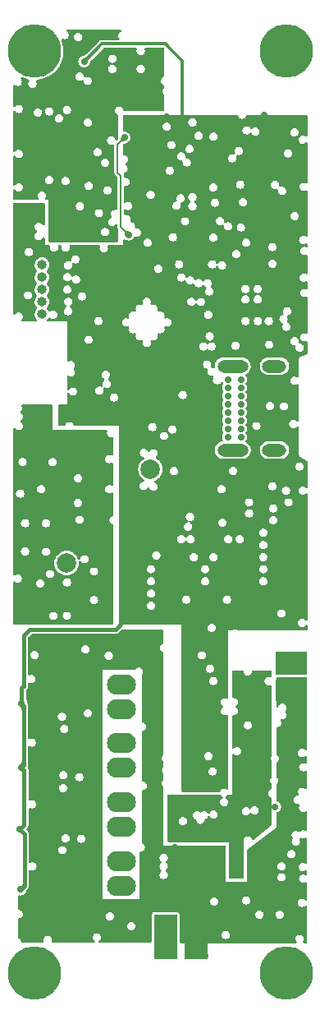
<source format=gbr>
%TF.GenerationSoftware,KiCad,Pcbnew,(6.0.1)*%
%TF.CreationDate,2022-09-22T22:29:04+02:00*%
%TF.ProjectId,kp-ptr,6b702d70-7472-42e6-9b69-6361645f7063,rev?*%
%TF.SameCoordinates,Original*%
%TF.FileFunction,Copper,L3,Inr*%
%TF.FilePolarity,Positive*%
%FSLAX46Y46*%
G04 Gerber Fmt 4.6, Leading zero omitted, Abs format (unit mm)*
G04 Created by KiCad (PCBNEW (6.0.1)) date 2022-09-22 22:29:04*
%MOMM*%
%LPD*%
G01*
G04 APERTURE LIST*
G04 Aperture macros list*
%AMRoundRect*
0 Rectangle with rounded corners*
0 $1 Rounding radius*
0 $2 $3 $4 $5 $6 $7 $8 $9 X,Y pos of 4 corners*
0 Add a 4 corners polygon primitive as box body*
4,1,4,$2,$3,$4,$5,$6,$7,$8,$9,$2,$3,0*
0 Add four circle primitives for the rounded corners*
1,1,$1+$1,$2,$3*
1,1,$1+$1,$4,$5*
1,1,$1+$1,$6,$7*
1,1,$1+$1,$8,$9*
0 Add four rect primitives between the rounded corners*
20,1,$1+$1,$2,$3,$4,$5,0*
20,1,$1+$1,$4,$5,$6,$7,0*
20,1,$1+$1,$6,$7,$8,$9,0*
20,1,$1+$1,$8,$9,$2,$3,0*%
G04 Aperture macros list end*
%TA.AperFunction,ComponentPad*%
%ADD10R,1.000000X1.000000*%
%TD*%
%TA.AperFunction,ComponentPad*%
%ADD11O,1.000000X1.000000*%
%TD*%
%TA.AperFunction,ComponentPad*%
%ADD12R,2.413000X4.572000*%
%TD*%
%TA.AperFunction,ComponentPad*%
%ADD13C,0.700000*%
%TD*%
%TA.AperFunction,ComponentPad*%
%ADD14O,3.200000X1.300000*%
%TD*%
%TA.AperFunction,ComponentPad*%
%ADD15O,2.500000X1.300000*%
%TD*%
%TA.AperFunction,ComponentPad*%
%ADD16RoundRect,1.050000X0.450000X0.000000X0.450000X0.000000X-0.450000X0.000000X-0.450000X0.000000X0*%
%TD*%
%TA.AperFunction,ComponentPad*%
%ADD17C,2.000000*%
%TD*%
%TA.AperFunction,ComponentPad*%
%ADD18R,2.000000X2.000000*%
%TD*%
%TA.AperFunction,ComponentPad*%
%ADD19R,3.302000X2.286000*%
%TD*%
%TA.AperFunction,ComponentPad*%
%ADD20R,3.302000X2.447000*%
%TD*%
%TA.AperFunction,ViaPad*%
%ADD21C,5.500000*%
%TD*%
%TA.AperFunction,ViaPad*%
%ADD22C,0.700000*%
%TD*%
%TA.AperFunction,Conductor*%
%ADD23C,0.400000*%
%TD*%
%TA.AperFunction,Conductor*%
%ADD24C,0.300000*%
%TD*%
%TA.AperFunction,Conductor*%
%ADD25C,0.200000*%
%TD*%
%TA.AperFunction,Conductor*%
%ADD26C,0.150000*%
%TD*%
G04 APERTURE END LIST*
D10*
%TO.N,+3V3*%
%TO.C,J1*%
X144399000Y-55372000D03*
D11*
%TO.N,U0RXD*%
X144399000Y-56642000D03*
%TO.N,U0TXD*%
X144399000Y-57912000D03*
%TO.N,BOOT_PIN*%
X144399000Y-59182000D03*
%TO.N,Net-(J1-Pad5)*%
X144399000Y-60452000D03*
%TO.N,Earth*%
X144399000Y-61722000D03*
%TD*%
D12*
%TO.N,VCC*%
%TO.C,J2*%
X160337500Y-125907800D03*
%TO.N,Earth*%
X157162500Y-125907800D03*
%TD*%
D13*
%TO.N,Earth*%
%TO.C,J4*%
X163578000Y-68449800D03*
%TO.N,VBUS*%
X163578000Y-69299800D03*
%TO.N,unconnected-(J4-PadA5)*%
X163578000Y-70149800D03*
%TO.N,Net-(J4-PadA6)*%
X163578000Y-70999800D03*
%TO.N,Net-(J4-PadA7)*%
X163578000Y-71849800D03*
%TO.N,unconnected-(J4-PadA8)*%
X163578000Y-72699800D03*
%TO.N,VBUS*%
X163578000Y-73549800D03*
%TO.N,Earth*%
X163578000Y-74399800D03*
X164928000Y-74399800D03*
%TO.N,VBUS*%
X164928000Y-73549800D03*
%TO.N,unconnected-(J4-PadB5)*%
X164928000Y-72699800D03*
%TO.N,Net-(J4-PadA6)*%
X164928000Y-71849800D03*
%TO.N,Net-(J4-PadA7)*%
X164928000Y-70999800D03*
%TO.N,unconnected-(J4-PadB8)*%
X164928000Y-70149800D03*
%TO.N,VBUS*%
X164928000Y-69299800D03*
%TO.N,Earth*%
X164928000Y-68449800D03*
D14*
X164078000Y-75749800D03*
D15*
X168378000Y-75749800D03*
X168378000Y-67099800D03*
D14*
X164078000Y-67099800D03*
%TD*%
D16*
%TO.N,Earth*%
%TO.C,J12*%
X152600000Y-108474333D03*
%TO.N,Net-(F4-Pad2)*%
X152600000Y-105934333D03*
%TD*%
D17*
%TO.N,Net-(ANT1-Pad1)*%
%TO.C,ANT1*%
X146928000Y-87376000D03*
%TD*%
D16*
%TO.N,Earth*%
%TO.C,J11*%
X152600000Y-114547666D03*
%TO.N,Net-(F3-Pad2)*%
X152600000Y-112007666D03*
%TD*%
D18*
%TO.N,+3V3*%
%TO.C,LS1*%
X155575000Y-70114000D03*
D17*
%TO.N,Net-(D14-Pad2)*%
X155575000Y-77714000D03*
%TD*%
D16*
%TO.N,Earth*%
%TO.C,J13*%
X152600000Y-102401000D03*
%TO.N,Net-(F5-Pad2)*%
X152600000Y-99861000D03*
%TD*%
%TO.N,Earth*%
%TO.C,J10*%
X152600000Y-120620999D03*
%TO.N,Net-(F2-Pad2)*%
X152600000Y-118080999D03*
%TD*%
D19*
%TO.N,VCC*%
%TO.C,J7*%
X170078400Y-100507800D03*
D20*
%TO.N,Earth*%
X170078400Y-97667300D03*
%TD*%
D21*
%TO.N,*%
X143600000Y-34600000D03*
X169600000Y-34600000D03*
X169600000Y-129600000D03*
X143600000Y-129600000D03*
D22*
%TO.N,Earth*%
X153263600Y-119938800D03*
X151942800Y-101752400D03*
X168960800Y-98399600D03*
X171246800Y-97028000D03*
X156362400Y-127812800D03*
X151942800Y-115214400D03*
X151942800Y-113893600D03*
X153263600Y-115214400D03*
X157988000Y-124002800D03*
X156362400Y-124002800D03*
X151942800Y-103073200D03*
X171246800Y-98399600D03*
X153263600Y-107797600D03*
X157175200Y-124612400D03*
X157988000Y-127812800D03*
X153263600Y-101752400D03*
X153263600Y-121259600D03*
X168910000Y-97028000D03*
X153263600Y-103073200D03*
X153263600Y-109118400D03*
X151942800Y-107797600D03*
X153263600Y-113893600D03*
X151942800Y-109118400D03*
X151942800Y-121259600D03*
X157226000Y-127101600D03*
X151942800Y-119938800D03*
%TO.N,+3V3*%
X148742400Y-35712400D03*
X169367200Y-49885600D03*
X163017200Y-53695600D03*
X148643832Y-60881982D03*
X142963700Y-51562000D03*
X163779200Y-50241200D03*
X169773600Y-47498000D03*
X160528000Y-51779298D03*
X169773600Y-52374800D03*
X166116000Y-57048400D03*
X142087600Y-114808000D03*
X159918400Y-110413800D03*
X155702000Y-43434000D03*
X158930337Y-67531933D03*
X157175200Y-81991200D03*
X147374011Y-72418472D03*
X163525200Y-88036400D03*
X167284400Y-41183100D03*
X159918400Y-48209200D03*
X170398900Y-56083200D03*
X165564312Y-55198518D03*
X153162000Y-41554400D03*
X160477200Y-108915100D03*
X157276800Y-41427400D03*
X166776400Y-56337200D03*
X142189200Y-121005600D03*
X142951200Y-50952400D03*
X157548716Y-56901185D03*
X149369383Y-69596000D03*
X163220400Y-43383200D03*
X168183100Y-43383200D03*
X148437600Y-70916800D03*
X153787300Y-55829200D03*
X142240000Y-108407200D03*
X159766000Y-80416400D03*
X142290800Y-101854000D03*
X163525200Y-89255600D03*
X158699200Y-81838800D03*
X157353167Y-49809567D03*
X162153600Y-100634800D03*
X160477200Y-109677200D03*
X167386000Y-50139600D03*
X147380000Y-71790000D03*
X164388800Y-43942000D03*
%TO.N,VDD*%
X164465000Y-108280200D03*
X164465000Y-110058200D03*
X164388800Y-119532400D03*
X164388800Y-112979200D03*
X164388800Y-117754400D03*
X164388800Y-118643400D03*
X161544000Y-115747800D03*
X165303200Y-100609400D03*
X162407600Y-115747800D03*
X164388800Y-113868200D03*
X164439600Y-104648000D03*
X164439600Y-105384600D03*
X164490400Y-98882200D03*
X164525651Y-99693964D03*
X164388800Y-114757200D03*
X165277800Y-110210600D03*
X168452800Y-112471200D03*
X164465000Y-109169200D03*
%TO.N,+3.3VADC*%
X144590000Y-72030000D03*
X147878800Y-91186000D03*
%TO.N,+3.3VP*%
X150266400Y-37642800D03*
X145542000Y-50596800D03*
X150977600Y-49885600D03*
X151993600Y-37744400D03*
X146050000Y-53695600D03*
X146964400Y-37642800D03*
X145999200Y-52628800D03*
%TO.N,IO44*%
X153314400Y-53543200D03*
X152908000Y-43535600D03*
%TO.N,VCC*%
X143408400Y-108102400D03*
X168910000Y-101142800D03*
X161544000Y-121031000D03*
X160324800Y-124714000D03*
X143814800Y-102362000D03*
X161188400Y-124002800D03*
X144170400Y-108102400D03*
X143764000Y-115265200D03*
X159512000Y-127812800D03*
X166471600Y-116738400D03*
X168910000Y-99872800D03*
X162407600Y-121031000D03*
X166471600Y-117525800D03*
X144170400Y-121005600D03*
X159512000Y-124002800D03*
X143764000Y-108762800D03*
X143764000Y-121666000D03*
X158110000Y-116700000D03*
X160324800Y-127050800D03*
X143459200Y-101701600D03*
X171246800Y-99872800D03*
X143408400Y-121005600D03*
X161188400Y-127812800D03*
X171246800Y-101142800D03*
X143408400Y-114655600D03*
X144221200Y-101701600D03*
X144170400Y-114655600D03*
%TO.N,Net-(F2-Pad2)*%
X151942800Y-117398800D03*
X151942800Y-118719600D03*
X153263600Y-117398800D03*
X153263600Y-118719600D03*
%TO.N,Net-(F3-Pad2)*%
X153263600Y-111353600D03*
X153263600Y-112674400D03*
X151942800Y-112674400D03*
X151942800Y-111353600D03*
%TO.N,Net-(F4-Pad2)*%
X153263600Y-105257600D03*
X151942800Y-105257600D03*
X151942800Y-106578400D03*
X153263600Y-106578400D03*
%TO.N,Net-(F5-Pad2)*%
X151942800Y-100533200D03*
X153263600Y-100533200D03*
X153263600Y-99212400D03*
X151942800Y-99212400D03*
%TD*%
D23*
%TO.N,+3V3*%
X142290800Y-100253800D02*
X142443200Y-100101400D01*
X142570200Y-115290600D02*
X142087600Y-114808000D01*
D24*
X157124400Y-33883600D02*
X157454600Y-34213800D01*
D23*
X142570200Y-120624600D02*
X142570200Y-115290600D01*
X143052800Y-94284800D02*
X143129000Y-94208600D01*
X151968200Y-94208600D02*
X152882600Y-93294200D01*
X142494000Y-94843600D02*
X143052800Y-94284800D01*
X142494000Y-108153200D02*
X142494000Y-102057200D01*
D24*
X153466800Y-33883600D02*
X157124400Y-33883600D01*
D23*
X142189200Y-121005600D02*
X142570200Y-120624600D01*
D24*
X157454600Y-34213800D02*
X158851600Y-35610800D01*
D23*
X151942800Y-94208600D02*
X151968200Y-94208600D01*
X142544800Y-114350800D02*
X142544800Y-108712000D01*
X142494000Y-102057200D02*
X142290800Y-101854000D01*
X142290800Y-101854000D02*
X142290800Y-100253800D01*
D24*
X158851600Y-35610800D02*
X158851600Y-41630600D01*
D23*
X142544800Y-108712000D02*
X142240000Y-108407200D01*
D24*
X150571200Y-33883600D02*
X153466800Y-33883600D01*
D23*
X142087600Y-114808000D02*
X142544800Y-114350800D01*
X142240000Y-108407200D02*
X142494000Y-108153200D01*
X142494000Y-100050600D02*
X142494000Y-99339400D01*
D25*
X167284400Y-41183100D02*
X167284400Y-41859200D01*
D23*
X142494000Y-99339400D02*
X142494000Y-94843600D01*
X143129000Y-94208600D02*
X151942800Y-94208600D01*
D24*
X148742400Y-35712400D02*
X150571200Y-33883600D01*
D23*
X142443200Y-100101400D02*
X142494000Y-100050600D01*
D26*
%TO.N,IO44*%
X152196800Y-47142400D02*
X152501600Y-47447200D01*
X152196800Y-44246800D02*
X152196800Y-47142400D01*
X152501600Y-47447200D02*
X152501600Y-52730400D01*
X152908000Y-43535600D02*
X152196800Y-44246800D01*
X152501600Y-52730400D02*
X153314400Y-53543200D01*
%TD*%
%TA.AperFunction,Conductor*%
%TO.N,+3V3*%
G36*
X142437600Y-114808000D02*
G01*
X142446912Y-114869840D01*
X142472190Y-114919590D01*
X142472708Y-114920163D01*
X142472710Y-114920166D01*
X142509124Y-114960446D01*
X142509128Y-114960450D01*
X142509441Y-114960796D01*
X142554675Y-114997008D01*
X142554803Y-114997098D01*
X142554825Y-114997115D01*
X142603765Y-115031678D01*
X142604030Y-115031870D01*
X142652606Y-115068253D01*
X142653605Y-115069093D01*
X142697535Y-115110385D01*
X142699014Y-115112070D01*
X142733209Y-115159543D01*
X142734748Y-115161680D01*
X142736146Y-115164244D01*
X142754858Y-115211964D01*
X142760332Y-115225924D01*
X142761062Y-115228855D01*
X142768696Y-115295060D01*
X142766239Y-115303671D01*
X142758413Y-115308023D01*
X142757073Y-115308100D01*
X142380540Y-115308100D01*
X142372267Y-115304673D01*
X142368929Y-115297837D01*
X142368586Y-115295060D01*
X142363295Y-115252323D01*
X142351790Y-115228855D01*
X142344397Y-115213776D01*
X142344396Y-115213775D01*
X142343884Y-115212730D01*
X142313919Y-115186489D01*
X142275354Y-115170764D01*
X142266390Y-115169170D01*
X142230474Y-115162783D01*
X142230473Y-115162783D01*
X142230142Y-115162724D01*
X142191289Y-115160241D01*
X142180363Y-115159543D01*
X142180357Y-115159543D01*
X142180236Y-115159535D01*
X142180123Y-115159532D01*
X142180112Y-115159532D01*
X142127688Y-115158364D01*
X142127514Y-115158359D01*
X142111550Y-115157765D01*
X142074558Y-115156389D01*
X142073765Y-115156332D01*
X142044536Y-115153179D01*
X142022669Y-115150820D01*
X142021123Y-115150547D01*
X141991836Y-115143325D01*
X141981460Y-115140766D01*
X141974248Y-115135458D01*
X141972563Y-115129635D01*
X141972187Y-115110385D01*
X141964053Y-114694296D01*
X141966423Y-114687005D01*
X141967737Y-114685270D01*
X142437600Y-114808000D01*
G37*
%TD.AperFunction*%
%TD*%
%TA.AperFunction,Conductor*%
%TO.N,+3V3*%
G36*
X142501834Y-101809551D02*
G01*
X142503113Y-101809960D01*
X142632846Y-101851456D01*
X142639682Y-101857241D01*
X142640979Y-101862349D01*
X142641641Y-101893189D01*
X142642289Y-101923415D01*
X142646332Y-101984916D01*
X142646340Y-101984989D01*
X142646340Y-101984992D01*
X142652287Y-102041007D01*
X142652296Y-102041083D01*
X142659526Y-102094346D01*
X142667390Y-102147294D01*
X142667400Y-102147363D01*
X142675255Y-102202513D01*
X142675288Y-102202764D01*
X142682484Y-102262518D01*
X142682523Y-102262887D01*
X142687290Y-102316817D01*
X142688450Y-102329945D01*
X142688478Y-102330344D01*
X142691912Y-102396007D01*
X142692500Y-102407256D01*
X142692513Y-102407652D01*
X142693107Y-102443366D01*
X142693803Y-102485306D01*
X142690514Y-102493635D01*
X142682105Y-102497200D01*
X142305385Y-102497200D01*
X142297112Y-102493773D01*
X142293689Y-102485820D01*
X142292535Y-102443569D01*
X142292534Y-102443556D01*
X142292529Y-102443366D01*
X142289128Y-102407673D01*
X142288017Y-102396007D01*
X142288016Y-102395999D01*
X142287991Y-102395738D01*
X142280200Y-102353656D01*
X142268967Y-102316457D01*
X142254105Y-102283482D01*
X142235426Y-102254069D01*
X142212744Y-102227557D01*
X142185871Y-102203286D01*
X142184806Y-102202513D01*
X142154821Y-102180740D01*
X142154810Y-102180733D01*
X142154619Y-102180594D01*
X142125528Y-102162910D01*
X142120238Y-102155684D01*
X142120054Y-102151050D01*
X142161043Y-101896751D01*
X142161043Y-101896750D01*
X142191117Y-101710166D01*
X142501834Y-101809551D01*
G37*
%TD.AperFunction*%
%TD*%
%TA.AperFunction,Conductor*%
%TO.N,+3V3*%
G36*
X142765797Y-120466843D02*
G01*
X142769224Y-120475116D01*
X142769187Y-120476051D01*
X142763814Y-120543075D01*
X142763471Y-120545099D01*
X142754341Y-120580031D01*
X142748369Y-120602881D01*
X142746433Y-120610287D01*
X142745754Y-120612191D01*
X142731424Y-120643490D01*
X142720655Y-120667012D01*
X142719850Y-120668481D01*
X142689171Y-120716059D01*
X142688560Y-120716919D01*
X142654784Y-120760184D01*
X142654632Y-120760374D01*
X142620512Y-120802021D01*
X142589096Y-120844552D01*
X142563224Y-120890750D01*
X142563050Y-120891272D01*
X142563048Y-120891277D01*
X142551006Y-120927444D01*
X142545668Y-120943477D01*
X142545602Y-120944113D01*
X142540039Y-120997540D01*
X142535774Y-121005413D01*
X142531359Y-121007648D01*
X142080414Y-121125436D01*
X142071543Y-121124211D01*
X142066137Y-121117073D01*
X142065759Y-121113887D01*
X142067876Y-121005600D01*
X142074173Y-120683501D01*
X142077760Y-120675298D01*
X142082494Y-120672529D01*
X142114322Y-120662944D01*
X142114932Y-120662778D01*
X142125346Y-120660246D01*
X142155683Y-120652870D01*
X142186600Y-120645726D01*
X142196279Y-120643490D01*
X142196288Y-120643488D01*
X142196326Y-120643479D01*
X142196362Y-120643469D01*
X142196380Y-120643465D01*
X142221175Y-120636889D01*
X142235378Y-120633122D01*
X142235600Y-120633043D01*
X142235607Y-120633041D01*
X142271269Y-120620378D01*
X142271658Y-120620240D01*
X142286981Y-120612199D01*
X142303442Y-120603561D01*
X142303445Y-120603559D01*
X142303988Y-120603274D01*
X142331186Y-120580668D01*
X142352074Y-120550861D01*
X142352338Y-120550101D01*
X142352340Y-120550097D01*
X142365243Y-120512953D01*
X142365243Y-120512951D01*
X142365471Y-120512296D01*
X142369177Y-120473989D01*
X142373385Y-120466085D01*
X142380823Y-120463416D01*
X142757524Y-120463416D01*
X142765797Y-120466843D01*
G37*
%TD.AperFunction*%
%TD*%
%TA.AperFunction,Conductor*%
%TO.N,+3V3*%
G36*
X142487486Y-101167427D02*
G01*
X142490912Y-101175586D01*
X142491540Y-101240705D01*
X142493943Y-101307214D01*
X142498283Y-101365437D01*
X142504831Y-101417284D01*
X142513862Y-101464665D01*
X142525647Y-101509490D01*
X142540461Y-101553670D01*
X142558575Y-101599114D01*
X142580264Y-101647734D01*
X142580301Y-101647811D01*
X142580302Y-101647814D01*
X142602327Y-101694135D01*
X142602785Y-101703078D01*
X142600195Y-101707268D01*
X142290800Y-102029000D01*
X142161413Y-101894453D01*
X142160198Y-101893190D01*
X142160198Y-101893189D01*
X141981406Y-101707269D01*
X141978141Y-101698930D01*
X141979273Y-101694135D01*
X142001297Y-101647814D01*
X142001298Y-101647812D01*
X142001335Y-101647734D01*
X142023024Y-101599114D01*
X142041138Y-101553670D01*
X142055952Y-101509490D01*
X142067737Y-101464665D01*
X142076768Y-101417284D01*
X142083316Y-101365437D01*
X142087656Y-101307214D01*
X142090059Y-101240705D01*
X142090688Y-101175587D01*
X142094194Y-101167347D01*
X142102387Y-101164000D01*
X142479213Y-101164000D01*
X142487486Y-101167427D01*
G37*
%TD.AperFunction*%
%TD*%
%TA.AperFunction,Conductor*%
%TO.N,+3V3*%
G36*
X142590000Y-108407200D02*
G01*
X142594334Y-108470597D01*
X142606099Y-108525820D01*
X142623436Y-108575431D01*
X142644489Y-108621995D01*
X142644542Y-108622102D01*
X142644546Y-108622110D01*
X142667355Y-108667984D01*
X142667444Y-108668167D01*
X142690145Y-108715886D01*
X142690448Y-108716579D01*
X142711151Y-108768505D01*
X142711523Y-108769591D01*
X142728514Y-108828403D01*
X142728811Y-108829705D01*
X142740353Y-108898165D01*
X142740500Y-108899493D01*
X142744150Y-108968630D01*
X142741164Y-108977072D01*
X142732466Y-108980947D01*
X142355767Y-108980947D01*
X142347494Y-108977520D01*
X142344091Y-108970003D01*
X142341881Y-108935880D01*
X142341880Y-108935874D01*
X142341852Y-108935440D01*
X142333345Y-108896706D01*
X142319777Y-108863971D01*
X142301649Y-108836460D01*
X142301276Y-108836072D01*
X142279786Y-108813737D01*
X142279781Y-108813733D01*
X142279462Y-108813401D01*
X142253715Y-108794020D01*
X142224909Y-108777545D01*
X142193544Y-108763201D01*
X142160120Y-108750215D01*
X142160059Y-108750193D01*
X142160050Y-108750190D01*
X142132770Y-108740520D01*
X142126117Y-108734526D01*
X142124981Y-108729721D01*
X142122875Y-108621995D01*
X142116453Y-108293496D01*
X142118823Y-108286205D01*
X142120137Y-108284470D01*
X142590000Y-108407200D01*
G37*
%TD.AperFunction*%
%TD*%
%TA.AperFunction,Conductor*%
%TO.N,+3V3*%
G36*
X142740056Y-114300806D02*
G01*
X142743483Y-114309079D01*
X142743417Y-114310322D01*
X142736346Y-114376522D01*
X142735724Y-114379231D01*
X142713312Y-114441682D01*
X142712110Y-114444107D01*
X142679022Y-114495007D01*
X142677710Y-114496672D01*
X142637097Y-114539589D01*
X142636184Y-114540455D01*
X142591322Y-114578656D01*
X142591077Y-114578859D01*
X142545734Y-114615389D01*
X142503955Y-114653280D01*
X142469548Y-114695781D01*
X142446201Y-114746238D01*
X142437600Y-114808000D01*
X141967797Y-114930714D01*
X141966498Y-114927744D01*
X141965035Y-114926335D01*
X141964059Y-114921423D01*
X141966274Y-114808102D01*
X141966274Y-114808091D01*
X141968670Y-114685514D01*
X141969301Y-114653280D01*
X141972566Y-114486261D01*
X141976153Y-114478058D01*
X141981334Y-114475164D01*
X142018865Y-114465460D01*
X142020203Y-114465196D01*
X142068561Y-114458584D01*
X142069238Y-114458511D01*
X142119105Y-114454632D01*
X142168358Y-114451078D01*
X142214893Y-114445380D01*
X142256937Y-114435043D01*
X142292721Y-114417569D01*
X142320473Y-114390465D01*
X142338423Y-114351233D01*
X142340366Y-114334823D01*
X142343578Y-114307703D01*
X142347954Y-114299890D01*
X142355197Y-114297379D01*
X142731783Y-114297379D01*
X142740056Y-114300806D01*
G37*
%TD.AperFunction*%
%TD*%
%TA.AperFunction,Conductor*%
%TO.N,+3V3*%
G36*
X142690159Y-107815838D02*
G01*
X142693579Y-107824518D01*
X142691103Y-107895738D01*
X142691040Y-107896611D01*
X142683232Y-107967542D01*
X142683103Y-107968412D01*
X142671607Y-108029899D01*
X142671441Y-108030650D01*
X142657454Y-108085297D01*
X142657315Y-108085794D01*
X142642000Y-108136222D01*
X142626608Y-108184791D01*
X142612463Y-108233711D01*
X142600816Y-108285443D01*
X142592912Y-108342452D01*
X142590000Y-108407200D01*
X142120197Y-108529914D01*
X142118898Y-108526944D01*
X142117435Y-108525535D01*
X142116459Y-108520623D01*
X142118674Y-108407302D01*
X142118674Y-108407291D01*
X142121070Y-108284714D01*
X142122067Y-108233711D01*
X142124987Y-108084379D01*
X142128575Y-108076175D01*
X142132391Y-108073724D01*
X142139163Y-108071052D01*
X142157454Y-108063836D01*
X142186296Y-108049014D01*
X142211679Y-108031758D01*
X142233623Y-108011705D01*
X142233908Y-108011348D01*
X142251854Y-107988857D01*
X142251857Y-107988852D01*
X142252143Y-107988494D01*
X142263742Y-107967980D01*
X142267044Y-107962140D01*
X142267045Y-107962138D01*
X142267257Y-107961763D01*
X142278983Y-107931151D01*
X142287337Y-107896296D01*
X142292337Y-107856836D01*
X142293578Y-107823672D01*
X142297312Y-107815534D01*
X142305270Y-107812411D01*
X142681886Y-107812411D01*
X142690159Y-107815838D01*
G37*
%TD.AperFunction*%
%TD*%
%TA.AperFunction,Conductor*%
%TO.N,+3V3*%
G36*
X167291960Y-41017278D02*
G01*
X167293328Y-41018646D01*
X167445841Y-41198800D01*
X167584718Y-41362846D01*
X167552810Y-41413301D01*
X167522327Y-41457613D01*
X167493722Y-41497933D01*
X167467453Y-41536413D01*
X167443975Y-41575206D01*
X167423743Y-41616464D01*
X167407214Y-41662341D01*
X167394843Y-41714987D01*
X167387086Y-41776556D01*
X167384400Y-41849200D01*
X167184400Y-41849200D01*
X167181713Y-41776556D01*
X167173956Y-41714987D01*
X167161585Y-41662341D01*
X167145056Y-41616464D01*
X167124824Y-41575206D01*
X167101346Y-41536413D01*
X167075077Y-41497933D01*
X167046472Y-41457613D01*
X167015989Y-41413301D01*
X166984082Y-41362846D01*
X167275471Y-41018648D01*
X167283431Y-41014548D01*
X167291960Y-41017278D01*
G37*
%TD.AperFunction*%
%TD*%
%TA.AperFunction,Conductor*%
%TO.N,+3V3*%
G36*
X149132311Y-35126505D02*
G01*
X149328294Y-35322488D01*
X149331721Y-35330761D01*
X149328493Y-35338831D01*
X149323329Y-35344253D01*
X149282749Y-35386856D01*
X149239960Y-35437515D01*
X149206212Y-35484103D01*
X149179719Y-35528177D01*
X149158694Y-35571301D01*
X149158616Y-35571499D01*
X149158615Y-35571500D01*
X149141403Y-35614893D01*
X149141397Y-35614909D01*
X149141348Y-35615033D01*
X149125895Y-35660934D01*
X149125869Y-35661019D01*
X149110546Y-35710566D01*
X149110543Y-35710574D01*
X149093544Y-35765396D01*
X149093490Y-35765564D01*
X149075620Y-35819411D01*
X149069763Y-35826183D01*
X149064748Y-35827423D01*
X148783970Y-35832911D01*
X148630822Y-35835905D01*
X148622483Y-35832640D01*
X148618895Y-35823978D01*
X148625539Y-35484103D01*
X148627377Y-35390053D01*
X148630965Y-35381850D01*
X148635389Y-35379180D01*
X148689236Y-35361309D01*
X148689366Y-35361267D01*
X148715488Y-35353167D01*
X148744225Y-35344256D01*
X148744233Y-35344253D01*
X148761765Y-35338831D01*
X148793865Y-35328904D01*
X148839766Y-35313451D01*
X148839890Y-35313402D01*
X148839906Y-35313396D01*
X148883299Y-35296184D01*
X148883300Y-35296183D01*
X148883498Y-35296105D01*
X148908436Y-35283947D01*
X148926397Y-35275190D01*
X148926402Y-35275187D01*
X148926622Y-35275080D01*
X148970696Y-35248587D01*
X148970887Y-35248448D01*
X148970894Y-35248444D01*
X149017106Y-35214968D01*
X149017107Y-35214967D01*
X149017284Y-35214839D01*
X149025440Y-35207950D01*
X149067798Y-35172173D01*
X149067808Y-35172164D01*
X149067943Y-35172050D01*
X149115969Y-35126306D01*
X149124323Y-35123081D01*
X149132311Y-35126505D01*
G37*
%TD.AperFunction*%
%TD*%
%TA.AperFunction,Conductor*%
%TO.N,IO44*%
G36*
X153027917Y-43415360D02*
G01*
X153031505Y-43424022D01*
X153023027Y-43857704D01*
X153019439Y-43865908D01*
X153014712Y-43868676D01*
X152954553Y-43886840D01*
X152953697Y-43887062D01*
X152892817Y-43900408D01*
X152892177Y-43900529D01*
X152836555Y-43909468D01*
X152836344Y-43909500D01*
X152784478Y-43916728D01*
X152769833Y-43919163D01*
X152735271Y-43924909D01*
X152735261Y-43924911D01*
X152735051Y-43924946D01*
X152686660Y-43936879D01*
X152637789Y-43955265D01*
X152637433Y-43955458D01*
X152609744Y-43970470D01*
X152586920Y-43982844D01*
X152532539Y-44022354D01*
X152481385Y-44069007D01*
X152472964Y-44072050D01*
X152465229Y-44068635D01*
X152374965Y-43978371D01*
X152371538Y-43970098D01*
X152374593Y-43962214D01*
X152380755Y-43955458D01*
X152408615Y-43924909D01*
X152421031Y-43911295D01*
X152421034Y-43911292D01*
X152421245Y-43911060D01*
X152460755Y-43856679D01*
X152488334Y-43805810D01*
X152506720Y-43756939D01*
X152518653Y-43708548D01*
X152526871Y-43659121D01*
X152534099Y-43607255D01*
X152534133Y-43607030D01*
X152543069Y-43551426D01*
X152543192Y-43550777D01*
X152556534Y-43489913D01*
X152556762Y-43489036D01*
X152574924Y-43428889D01*
X152580597Y-43421960D01*
X152585896Y-43420573D01*
X153019578Y-43412095D01*
X153027917Y-43415360D01*
G37*
%TD.AperFunction*%
%TD*%
%TA.AperFunction,Conductor*%
%TO.N,IO44*%
G36*
X152887785Y-53009793D02*
G01*
X152938939Y-53056445D01*
X152993320Y-53095955D01*
X152993657Y-53096138D01*
X152993659Y-53096139D01*
X153043833Y-53123341D01*
X153044189Y-53123534D01*
X153093060Y-53141920D01*
X153141451Y-53153853D01*
X153141661Y-53153888D01*
X153141671Y-53153890D01*
X153176233Y-53159636D01*
X153190878Y-53162071D01*
X153242744Y-53169299D01*
X153242955Y-53169331D01*
X153298577Y-53178270D01*
X153299217Y-53178391D01*
X153360097Y-53191737D01*
X153360952Y-53191959D01*
X153421111Y-53210124D01*
X153428040Y-53215797D01*
X153429427Y-53221096D01*
X153437905Y-53654778D01*
X153434640Y-53663117D01*
X153425978Y-53666705D01*
X152992296Y-53658227D01*
X152984092Y-53654639D01*
X152981324Y-53649911D01*
X152963162Y-53589763D01*
X152962934Y-53588886D01*
X152949592Y-53528022D01*
X152949469Y-53527373D01*
X152940533Y-53471769D01*
X152940497Y-53471528D01*
X152933271Y-53419678D01*
X152925090Y-53370471D01*
X152925088Y-53370461D01*
X152925053Y-53370251D01*
X152913120Y-53321860D01*
X152894734Y-53272989D01*
X152867155Y-53222120D01*
X152827645Y-53167739D01*
X152822481Y-53162076D01*
X152804098Y-53141920D01*
X152780993Y-53116585D01*
X152777950Y-53108164D01*
X152781365Y-53100429D01*
X152871629Y-53010165D01*
X152879902Y-53006738D01*
X152887785Y-53009793D01*
G37*
%TD.AperFunction*%
%TD*%
%TA.AperFunction,Conductor*%
%TO.N,VCC*%
G36*
X156812521Y-94203202D02*
G01*
X156859014Y-94256858D01*
X156870400Y-94309200D01*
X156870400Y-95611727D01*
X156850398Y-95679848D01*
X156801604Y-95723993D01*
X156728210Y-95761390D01*
X156728209Y-95761391D01*
X156719375Y-95765892D01*
X156624292Y-95860975D01*
X156563244Y-95980787D01*
X156542209Y-96113600D01*
X156563244Y-96246413D01*
X156624292Y-96366225D01*
X156719375Y-96461308D01*
X156728209Y-96465809D01*
X156728210Y-96465810D01*
X156801604Y-96503207D01*
X156853219Y-96551955D01*
X156870400Y-96615473D01*
X156870400Y-107130387D01*
X156850398Y-107198508D01*
X156848752Y-107200915D01*
X156842292Y-107207375D01*
X156837792Y-107216207D01*
X156837791Y-107216208D01*
X156826280Y-107238800D01*
X156781244Y-107327187D01*
X156760209Y-107460000D01*
X156781244Y-107592813D01*
X156842292Y-107712625D01*
X156846955Y-107717288D01*
X156870194Y-107782418D01*
X156870400Y-107789613D01*
X156870400Y-108414151D01*
X156851895Y-108477173D01*
X156852292Y-108477375D01*
X156848042Y-108485716D01*
X156848040Y-108485719D01*
X156837178Y-108507037D01*
X156791244Y-108597187D01*
X156770209Y-108730000D01*
X156791244Y-108862813D01*
X156817886Y-108915100D01*
X156852292Y-108982625D01*
X156850523Y-108983526D01*
X156870194Y-109038649D01*
X156870400Y-109045849D01*
X156870400Y-109750387D01*
X156850398Y-109818508D01*
X156848752Y-109820915D01*
X156842292Y-109827375D01*
X156781244Y-109947187D01*
X156760209Y-110080000D01*
X156781244Y-110212813D01*
X156803246Y-110255994D01*
X156825669Y-110300000D01*
X156842292Y-110332625D01*
X156846955Y-110337288D01*
X156870194Y-110402418D01*
X156870400Y-110409613D01*
X156870400Y-116459000D01*
X157502971Y-116459000D01*
X163260049Y-116459001D01*
X163328170Y-116479003D01*
X163374663Y-116532659D01*
X163386049Y-116585001D01*
X163386049Y-120195631D01*
X165530996Y-120195631D01*
X165530996Y-119735600D01*
X168683409Y-119735600D01*
X168704444Y-119868413D01*
X168714424Y-119888000D01*
X168754299Y-119966257D01*
X168765492Y-119988225D01*
X168860575Y-120083308D01*
X168869407Y-120087808D01*
X168869408Y-120087809D01*
X168920481Y-120113832D01*
X168980387Y-120144356D01*
X169113200Y-120165391D01*
X169246013Y-120144356D01*
X169305919Y-120113832D01*
X169356992Y-120087809D01*
X169356993Y-120087808D01*
X169365825Y-120083308D01*
X169460908Y-119988225D01*
X169472102Y-119966257D01*
X169511976Y-119888000D01*
X169521956Y-119868413D01*
X169542991Y-119735600D01*
X169521956Y-119602787D01*
X169483669Y-119527645D01*
X169465409Y-119491808D01*
X169465408Y-119491807D01*
X169460908Y-119482975D01*
X169365825Y-119387892D01*
X169356993Y-119383392D01*
X169356992Y-119383391D01*
X169279634Y-119343975D01*
X169246013Y-119326844D01*
X169113200Y-119305809D01*
X168980387Y-119326844D01*
X168946766Y-119343975D01*
X168869408Y-119383391D01*
X168869407Y-119383392D01*
X168860575Y-119387892D01*
X168765492Y-119482975D01*
X168760992Y-119491807D01*
X168760991Y-119491808D01*
X168742731Y-119527645D01*
X168704444Y-119602787D01*
X168683409Y-119735600D01*
X165530996Y-119735600D01*
X165530996Y-118618000D01*
X168683409Y-118618000D01*
X168704444Y-118750813D01*
X168765492Y-118870625D01*
X168860575Y-118965708D01*
X168869407Y-118970208D01*
X168869408Y-118970209D01*
X168878195Y-118974686D01*
X168980387Y-119026756D01*
X169113200Y-119047791D01*
X169246013Y-119026756D01*
X169348205Y-118974686D01*
X169356992Y-118970209D01*
X169356993Y-118970208D01*
X169365825Y-118965708D01*
X169460908Y-118870625D01*
X169521956Y-118750813D01*
X169542991Y-118618000D01*
X169521956Y-118485187D01*
X169460908Y-118365375D01*
X169365825Y-118270292D01*
X169356993Y-118265792D01*
X169356992Y-118265791D01*
X169287013Y-118230135D01*
X169246013Y-118209244D01*
X169113200Y-118188209D01*
X168980387Y-118209244D01*
X168939387Y-118230135D01*
X168869408Y-118265791D01*
X168869407Y-118265792D01*
X168860575Y-118270292D01*
X168765492Y-118365375D01*
X168704444Y-118485187D01*
X168683409Y-118618000D01*
X165530996Y-118618000D01*
X165530996Y-117348000D01*
X169699409Y-117348000D01*
X169720444Y-117480813D01*
X169781492Y-117600625D01*
X169876575Y-117695708D01*
X169885407Y-117700208D01*
X169885408Y-117700209D01*
X169922694Y-117719207D01*
X169996387Y-117756756D01*
X170129200Y-117777791D01*
X170262013Y-117756756D01*
X170335706Y-117719207D01*
X170372992Y-117700209D01*
X170372993Y-117700208D01*
X170381825Y-117695708D01*
X170476908Y-117600625D01*
X170537956Y-117480813D01*
X170558991Y-117348000D01*
X170537956Y-117215187D01*
X170507432Y-117155281D01*
X170481409Y-117104208D01*
X170481408Y-117104207D01*
X170476908Y-117095375D01*
X170381825Y-117000292D01*
X170372993Y-116995792D01*
X170372992Y-116995791D01*
X170321919Y-116969768D01*
X170262013Y-116939244D01*
X170129200Y-116918209D01*
X169996387Y-116939244D01*
X169936481Y-116969768D01*
X169885408Y-116995791D01*
X169885407Y-116995792D01*
X169876575Y-117000292D01*
X169781492Y-117095375D01*
X169776992Y-117104207D01*
X169776991Y-117104208D01*
X169750968Y-117155281D01*
X169720444Y-117215187D01*
X169699409Y-117348000D01*
X165530996Y-117348000D01*
X165530996Y-117053854D01*
X165550998Y-116985733D01*
X165579421Y-116954566D01*
X165583483Y-116951393D01*
X168554400Y-114630200D01*
X168554400Y-113167612D01*
X168574402Y-113099491D01*
X168632182Y-113051203D01*
X168750029Y-113002390D01*
X168757658Y-112999230D01*
X168773477Y-112987092D01*
X168877384Y-112907360D01*
X168883934Y-112902334D01*
X168946042Y-112821394D01*
X168975802Y-112782611D01*
X168975803Y-112782609D01*
X168980830Y-112776058D01*
X169011847Y-112701175D01*
X169038581Y-112636634D01*
X169038582Y-112636630D01*
X169041740Y-112629006D01*
X169062516Y-112471200D01*
X169041740Y-112313394D01*
X169038582Y-112305770D01*
X169038581Y-112305766D01*
X168983991Y-112173973D01*
X168983990Y-112173972D01*
X168980830Y-112166342D01*
X168946355Y-112121413D01*
X168888960Y-112046616D01*
X168883934Y-112040066D01*
X168816863Y-111988600D01*
X168764211Y-111948198D01*
X168764209Y-111948197D01*
X168757658Y-111943170D01*
X168632182Y-111891197D01*
X168576901Y-111846649D01*
X168554400Y-111774788D01*
X168554400Y-111254601D01*
X168557885Y-111232592D01*
X168556756Y-111232413D01*
X168576240Y-111109393D01*
X168577791Y-111099600D01*
X168556756Y-110966787D01*
X168557885Y-110966608D01*
X168554400Y-110944599D01*
X168554400Y-110217602D01*
X168574402Y-110149481D01*
X168601821Y-110120450D01*
X168603740Y-110119472D01*
X168698823Y-110024389D01*
X168759871Y-109904577D01*
X168780906Y-109771764D01*
X168759871Y-109638951D01*
X168725864Y-109572209D01*
X168703324Y-109527972D01*
X168703323Y-109527971D01*
X168698823Y-109519139D01*
X168603740Y-109424056D01*
X168603186Y-109423774D01*
X168562984Y-109371637D01*
X168554400Y-109325926D01*
X168554400Y-107968788D01*
X168574402Y-107900667D01*
X168623196Y-107856522D01*
X168654625Y-107840508D01*
X168749708Y-107745425D01*
X168810756Y-107625613D01*
X168831791Y-107492800D01*
X168810756Y-107359987D01*
X168749708Y-107240175D01*
X168654625Y-107145092D01*
X168623196Y-107129078D01*
X168571582Y-107080330D01*
X168554400Y-107016812D01*
X168554400Y-104388697D01*
X168574402Y-104320576D01*
X168628058Y-104274083D01*
X168660689Y-104264248D01*
X168788813Y-104243956D01*
X168882360Y-104196291D01*
X168899792Y-104187409D01*
X168899793Y-104187408D01*
X168908625Y-104182908D01*
X169003708Y-104087825D01*
X169025702Y-104044661D01*
X169034232Y-104027919D01*
X169064756Y-103968013D01*
X169085791Y-103835200D01*
X169064756Y-103702387D01*
X169054776Y-103682800D01*
X169025179Y-103624713D01*
X169012075Y-103554936D01*
X169038775Y-103489152D01*
X169096803Y-103448245D01*
X169157155Y-103443061D01*
X169214800Y-103452191D01*
X169347613Y-103431156D01*
X169456372Y-103375740D01*
X169458592Y-103374609D01*
X169458593Y-103374608D01*
X169467425Y-103370108D01*
X169562508Y-103275025D01*
X169579507Y-103241664D01*
X169609109Y-103183566D01*
X169623556Y-103155213D01*
X169644591Y-103022400D01*
X169635369Y-102964170D01*
X169625107Y-102899380D01*
X169623556Y-102889587D01*
X169562508Y-102769775D01*
X169523228Y-102730495D01*
X169489202Y-102668183D01*
X169494267Y-102597368D01*
X169523228Y-102552305D01*
X169562508Y-102513025D01*
X169577712Y-102483187D01*
X169617179Y-102405728D01*
X169623556Y-102393213D01*
X169644591Y-102260400D01*
X169623556Y-102127587D01*
X169562508Y-102007775D01*
X169467425Y-101912692D01*
X169458593Y-101908192D01*
X169458592Y-101908191D01*
X169390215Y-101873351D01*
X169347613Y-101851644D01*
X169214800Y-101830609D01*
X169081987Y-101851644D01*
X169039385Y-101873351D01*
X168971008Y-101908191D01*
X168971007Y-101908192D01*
X168962175Y-101912692D01*
X168867092Y-102007775D01*
X168806044Y-102127587D01*
X168804493Y-102137380D01*
X168801428Y-102146813D01*
X168799594Y-102146217D01*
X168774437Y-102199286D01*
X168714169Y-102236813D01*
X168643179Y-102235799D01*
X168584007Y-102196566D01*
X168555439Y-102131571D01*
X168554400Y-102115422D01*
X168554400Y-99271300D01*
X168574402Y-99203179D01*
X168628058Y-99156686D01*
X168680400Y-99145300D01*
X170711081Y-99145299D01*
X171628800Y-99145299D01*
X171696921Y-99165301D01*
X171743414Y-99218957D01*
X171754800Y-99271299D01*
X171754800Y-106537477D01*
X171734798Y-106605598D01*
X171681142Y-106652091D01*
X171610868Y-106662195D01*
X171546288Y-106632701D01*
X171539705Y-106626572D01*
X171499425Y-106586292D01*
X171490593Y-106581792D01*
X171490592Y-106581791D01*
X171403621Y-106537477D01*
X171379613Y-106525244D01*
X171246800Y-106504209D01*
X171113987Y-106525244D01*
X171089979Y-106537477D01*
X171003008Y-106581791D01*
X171003007Y-106581792D01*
X170994175Y-106586292D01*
X170899092Y-106681375D01*
X170838044Y-106801187D01*
X170817009Y-106934000D01*
X170838044Y-107066813D01*
X170899092Y-107186625D01*
X170994175Y-107281708D01*
X171003007Y-107286208D01*
X171003008Y-107286209D01*
X171054081Y-107312232D01*
X171113987Y-107342756D01*
X171246800Y-107363791D01*
X171379613Y-107342756D01*
X171439519Y-107312232D01*
X171490592Y-107286209D01*
X171490593Y-107286208D01*
X171499425Y-107281708D01*
X171539705Y-107241428D01*
X171602017Y-107207402D01*
X171672832Y-107212467D01*
X171729668Y-107255014D01*
X171754479Y-107321534D01*
X171754800Y-107330523D01*
X171754800Y-107932231D01*
X171734798Y-108000352D01*
X171681142Y-108046845D01*
X171610868Y-108056949D01*
X171571596Y-108044497D01*
X171490049Y-108002946D01*
X171490048Y-108002946D01*
X171481213Y-107998444D01*
X171348400Y-107977409D01*
X171215587Y-107998444D01*
X171160597Y-108026463D01*
X171104608Y-108054991D01*
X171104607Y-108054992D01*
X171095775Y-108059492D01*
X171000692Y-108154575D01*
X170939644Y-108274387D01*
X170918609Y-108407200D01*
X170920160Y-108416993D01*
X170923488Y-108438006D01*
X170939644Y-108540013D01*
X171000692Y-108659825D01*
X171095775Y-108754908D01*
X171104607Y-108759408D01*
X171104608Y-108759409D01*
X171125204Y-108769903D01*
X171215587Y-108815956D01*
X171348400Y-108836991D01*
X171481213Y-108815956D01*
X171571596Y-108769903D01*
X171641373Y-108756798D01*
X171707158Y-108783497D01*
X171748065Y-108841525D01*
X171754800Y-108882169D01*
X171754800Y-110550677D01*
X171734798Y-110618798D01*
X171681142Y-110665291D01*
X171610868Y-110675395D01*
X171546288Y-110645901D01*
X171539705Y-110639772D01*
X171499425Y-110599492D01*
X171490593Y-110594992D01*
X171490592Y-110594991D01*
X171403456Y-110550593D01*
X171379613Y-110538444D01*
X171246800Y-110517409D01*
X171113987Y-110538444D01*
X171090144Y-110550593D01*
X171003008Y-110594991D01*
X171003007Y-110594992D01*
X170994175Y-110599492D01*
X170899092Y-110694575D01*
X170894592Y-110703407D01*
X170894591Y-110703408D01*
X170869887Y-110751892D01*
X170838044Y-110814387D01*
X170817009Y-110947200D01*
X170838044Y-111080013D01*
X170848024Y-111099600D01*
X170873655Y-111149903D01*
X170886759Y-111219680D01*
X170860059Y-111285464D01*
X170802032Y-111326371D01*
X170781099Y-111331555D01*
X170666579Y-111349693D01*
X170666578Y-111349693D01*
X170656787Y-111351244D01*
X170617802Y-111371108D01*
X170545808Y-111407791D01*
X170545807Y-111407792D01*
X170536975Y-111412292D01*
X170441892Y-111507375D01*
X170380844Y-111627187D01*
X170359809Y-111760000D01*
X170380844Y-111892813D01*
X170409064Y-111948198D01*
X170429651Y-111988600D01*
X170441892Y-112012625D01*
X170536975Y-112107708D01*
X170545807Y-112112208D01*
X170545808Y-112112209D01*
X170563872Y-112121413D01*
X170656787Y-112168756D01*
X170789600Y-112189791D01*
X170847245Y-112180661D01*
X170917654Y-112189761D01*
X170971968Y-112235482D01*
X170992941Y-112303311D01*
X170979221Y-112362313D01*
X170944145Y-112431153D01*
X170939644Y-112439987D01*
X170918609Y-112572800D01*
X170939644Y-112705613D01*
X171000692Y-112825425D01*
X171095775Y-112920508D01*
X171104607Y-112925008D01*
X171104608Y-112925009D01*
X171125204Y-112935503D01*
X171215587Y-112981556D01*
X171348400Y-113002591D01*
X171481213Y-112981556D01*
X171571596Y-112935503D01*
X171641373Y-112922398D01*
X171707158Y-112949097D01*
X171748065Y-113007125D01*
X171754800Y-113047769D01*
X171754800Y-114841031D01*
X171734798Y-114909152D01*
X171681142Y-114955645D01*
X171610868Y-114965749D01*
X171571596Y-114953297D01*
X171490049Y-114911746D01*
X171490048Y-114911746D01*
X171481213Y-114907244D01*
X171348400Y-114886209D01*
X171215587Y-114907244D01*
X171182162Y-114924275D01*
X171104608Y-114963791D01*
X171104607Y-114963792D01*
X171095775Y-114968292D01*
X171031095Y-115032972D01*
X170968783Y-115066998D01*
X170897968Y-115061933D01*
X170852905Y-115032972D01*
X170839025Y-115019092D01*
X170830193Y-115014592D01*
X170830192Y-115014591D01*
X170753085Y-114975303D01*
X170719213Y-114958044D01*
X170586400Y-114937009D01*
X170453587Y-114958044D01*
X170419715Y-114975303D01*
X170342608Y-115014591D01*
X170342607Y-115014592D01*
X170333775Y-115019092D01*
X170238692Y-115114175D01*
X170234192Y-115123007D01*
X170234191Y-115123008D01*
X170212917Y-115164761D01*
X170177644Y-115233987D01*
X170156609Y-115366800D01*
X170177644Y-115499613D01*
X170203719Y-115550788D01*
X170223489Y-115589587D01*
X170238692Y-115619425D01*
X170252572Y-115633305D01*
X170286598Y-115695617D01*
X170281533Y-115766432D01*
X170252572Y-115811495D01*
X170238692Y-115825375D01*
X170234192Y-115834207D01*
X170234191Y-115834208D01*
X170218988Y-115864046D01*
X170177644Y-115945187D01*
X170156609Y-116078000D01*
X170177644Y-116210813D01*
X170238692Y-116330625D01*
X170333775Y-116425708D01*
X170342607Y-116430208D01*
X170342608Y-116430209D01*
X170393681Y-116456232D01*
X170453587Y-116486756D01*
X170586400Y-116507791D01*
X170719213Y-116486756D01*
X170779119Y-116456232D01*
X170830192Y-116430209D01*
X170830193Y-116430208D01*
X170839025Y-116425708D01*
X170934108Y-116330625D01*
X170995156Y-116210813D01*
X171016191Y-116078000D01*
X170995156Y-115945187D01*
X170990654Y-115936352D01*
X170990653Y-115936348D01*
X170942215Y-115841284D01*
X170929110Y-115771508D01*
X170955810Y-115705723D01*
X171013837Y-115664816D01*
X171084768Y-115661775D01*
X171111684Y-115671815D01*
X171206748Y-115720253D01*
X171206752Y-115720254D01*
X171215587Y-115724756D01*
X171348400Y-115745791D01*
X171481213Y-115724756D01*
X171505057Y-115712607D01*
X171571596Y-115678703D01*
X171641373Y-115665598D01*
X171707158Y-115692297D01*
X171748065Y-115750325D01*
X171754800Y-115790969D01*
X171754800Y-118224353D01*
X171734798Y-118292474D01*
X171681142Y-118338967D01*
X171610868Y-118349071D01*
X171555888Y-118326755D01*
X171550225Y-118321092D01*
X171541393Y-118316592D01*
X171541392Y-118316591D01*
X171454584Y-118272360D01*
X171430413Y-118260044D01*
X171297600Y-118239009D01*
X171164787Y-118260044D01*
X171140616Y-118272360D01*
X171053808Y-118316591D01*
X171053807Y-118316592D01*
X171044975Y-118321092D01*
X170949892Y-118416175D01*
X170888844Y-118535987D01*
X170867809Y-118668800D01*
X170888844Y-118801613D01*
X170949892Y-118921425D01*
X171044975Y-119016508D01*
X171053807Y-119021008D01*
X171053808Y-119021009D01*
X171084044Y-119036415D01*
X171164787Y-119077556D01*
X171297600Y-119098591D01*
X171430413Y-119077556D01*
X171511156Y-119036415D01*
X171541392Y-119021009D01*
X171541393Y-119021008D01*
X171550225Y-119016508D01*
X171555800Y-119010933D01*
X171621606Y-118987453D01*
X171690757Y-119003532D01*
X171740238Y-119054446D01*
X171754800Y-119113247D01*
X171754800Y-119413031D01*
X171734798Y-119481152D01*
X171681142Y-119527645D01*
X171610868Y-119537749D01*
X171571596Y-119525297D01*
X171490049Y-119483746D01*
X171490048Y-119483746D01*
X171481213Y-119479244D01*
X171348400Y-119458209D01*
X171215587Y-119479244D01*
X171155681Y-119509768D01*
X171104608Y-119535791D01*
X171104607Y-119535792D01*
X171095775Y-119540292D01*
X171000692Y-119635375D01*
X170939644Y-119755187D01*
X170918609Y-119888000D01*
X170939644Y-120020813D01*
X170944145Y-120029646D01*
X170990866Y-120121340D01*
X171000692Y-120140625D01*
X171095775Y-120235708D01*
X171104607Y-120240208D01*
X171104608Y-120240209D01*
X171125204Y-120250703D01*
X171215587Y-120296756D01*
X171348400Y-120317791D01*
X171481213Y-120296756D01*
X171571596Y-120250703D01*
X171641373Y-120237598D01*
X171707158Y-120264297D01*
X171748065Y-120322325D01*
X171754800Y-120362969D01*
X171754800Y-122031477D01*
X171734798Y-122099598D01*
X171681142Y-122146091D01*
X171610868Y-122156195D01*
X171546288Y-122126701D01*
X171539705Y-122120572D01*
X171448625Y-122029492D01*
X171439793Y-122024992D01*
X171439792Y-122024991D01*
X171371878Y-121990387D01*
X171328813Y-121968444D01*
X171196000Y-121947409D01*
X171063187Y-121968444D01*
X171020122Y-121990387D01*
X170952208Y-122024991D01*
X170952207Y-122024992D01*
X170943375Y-122029492D01*
X170848292Y-122124575D01*
X170843792Y-122133407D01*
X170843791Y-122133408D01*
X170817768Y-122184481D01*
X170787244Y-122244387D01*
X170766209Y-122377200D01*
X170787244Y-122510013D01*
X170848292Y-122629825D01*
X170943375Y-122724908D01*
X170952207Y-122729408D01*
X170952208Y-122729409D01*
X171003281Y-122755432D01*
X171063187Y-122785956D01*
X171196000Y-122806991D01*
X171328813Y-122785956D01*
X171388719Y-122755432D01*
X171439792Y-122729409D01*
X171439793Y-122729408D01*
X171448625Y-122724908D01*
X171539705Y-122633828D01*
X171602017Y-122599802D01*
X171672832Y-122604867D01*
X171729668Y-122647414D01*
X171754479Y-122713934D01*
X171754800Y-122722923D01*
X171754800Y-126416800D01*
X171734798Y-126484921D01*
X171681142Y-126531414D01*
X171628800Y-126542800D01*
X171437247Y-126542800D01*
X171369126Y-126522798D01*
X171322633Y-126469142D01*
X171312529Y-126398868D01*
X171334845Y-126343888D01*
X171340508Y-126338225D01*
X171354778Y-126310220D01*
X171397055Y-126227246D01*
X171401556Y-126218413D01*
X171422591Y-126085600D01*
X171419199Y-126064180D01*
X171403107Y-125962580D01*
X171401556Y-125952787D01*
X171340508Y-125832975D01*
X171245425Y-125737892D01*
X171236593Y-125733392D01*
X171236592Y-125733391D01*
X171149456Y-125688993D01*
X171125613Y-125676844D01*
X170992800Y-125655809D01*
X170859987Y-125676844D01*
X170836144Y-125688993D01*
X170749008Y-125733391D01*
X170749007Y-125733392D01*
X170740175Y-125737892D01*
X170645092Y-125832975D01*
X170584044Y-125952787D01*
X170582493Y-125962580D01*
X170566402Y-126064180D01*
X170563009Y-126085600D01*
X170584044Y-126218413D01*
X170588545Y-126227246D01*
X170630823Y-126310220D01*
X170645092Y-126338225D01*
X170650667Y-126343800D01*
X170674147Y-126409606D01*
X170658068Y-126478757D01*
X170607154Y-126528238D01*
X170548353Y-126542800D01*
X158749500Y-126542800D01*
X158681379Y-126522798D01*
X158634886Y-126469142D01*
X158623500Y-126416800D01*
X158623500Y-125679200D01*
X162943009Y-125679200D01*
X162964044Y-125812013D01*
X162981618Y-125846503D01*
X163018048Y-125918000D01*
X163025092Y-125931825D01*
X163120175Y-126026908D01*
X163129007Y-126031408D01*
X163129008Y-126031409D01*
X163168621Y-126051593D01*
X163239987Y-126087956D01*
X163372800Y-126108991D01*
X163505613Y-126087956D01*
X163576979Y-126051593D01*
X163616592Y-126031409D01*
X163616593Y-126031408D01*
X163625425Y-126026908D01*
X163720508Y-125931825D01*
X163727553Y-125918000D01*
X163763982Y-125846503D01*
X163781556Y-125812013D01*
X163802591Y-125679200D01*
X163781556Y-125546387D01*
X163720508Y-125426575D01*
X163625425Y-125331492D01*
X163616593Y-125326992D01*
X163616592Y-125326991D01*
X163565519Y-125300968D01*
X163505613Y-125270444D01*
X163372800Y-125249409D01*
X163239987Y-125270444D01*
X163180081Y-125300968D01*
X163129008Y-125326991D01*
X163129007Y-125326992D01*
X163120175Y-125331492D01*
X163025092Y-125426575D01*
X162964044Y-125546387D01*
X162943009Y-125679200D01*
X158623500Y-125679200D01*
X158623499Y-123602923D01*
X158623499Y-123596734D01*
X158623433Y-123596400D01*
X166397409Y-123596400D01*
X166418444Y-123729213D01*
X166479492Y-123849025D01*
X166574575Y-123944108D01*
X166583407Y-123948608D01*
X166583408Y-123948609D01*
X166618721Y-123966602D01*
X166694387Y-124005156D01*
X166827200Y-124026191D01*
X166960013Y-124005156D01*
X167035679Y-123966602D01*
X167070992Y-123948609D01*
X167070993Y-123948608D01*
X167079825Y-123944108D01*
X167174908Y-123849025D01*
X167235956Y-123729213D01*
X167256991Y-123596400D01*
X168480209Y-123596400D01*
X168501244Y-123729213D01*
X168562292Y-123849025D01*
X168657375Y-123944108D01*
X168666207Y-123948608D01*
X168666208Y-123948609D01*
X168701521Y-123966602D01*
X168777187Y-124005156D01*
X168910000Y-124026191D01*
X169042813Y-124005156D01*
X169118479Y-123966602D01*
X169153792Y-123948609D01*
X169153793Y-123948608D01*
X169162625Y-123944108D01*
X169257708Y-123849025D01*
X169318756Y-123729213D01*
X169339791Y-123596400D01*
X169318756Y-123463587D01*
X169280732Y-123388961D01*
X169262209Y-123352608D01*
X169262208Y-123352607D01*
X169257708Y-123343775D01*
X169162625Y-123248692D01*
X169153793Y-123244192D01*
X169153792Y-123244191D01*
X169076685Y-123204903D01*
X169042813Y-123187644D01*
X168910000Y-123166609D01*
X168777187Y-123187644D01*
X168743315Y-123204903D01*
X168666208Y-123244191D01*
X168666207Y-123244192D01*
X168657375Y-123248692D01*
X168562292Y-123343775D01*
X168557792Y-123352607D01*
X168557791Y-123352608D01*
X168539268Y-123388961D01*
X168501244Y-123463587D01*
X168480209Y-123596400D01*
X167256991Y-123596400D01*
X167235956Y-123463587D01*
X167197932Y-123388961D01*
X167179409Y-123352608D01*
X167179408Y-123352607D01*
X167174908Y-123343775D01*
X167079825Y-123248692D01*
X167070993Y-123244192D01*
X167070992Y-123244191D01*
X166993885Y-123204903D01*
X166960013Y-123187644D01*
X166827200Y-123166609D01*
X166694387Y-123187644D01*
X166660515Y-123204903D01*
X166583408Y-123244191D01*
X166583407Y-123244192D01*
X166574575Y-123248692D01*
X166479492Y-123343775D01*
X166474992Y-123352607D01*
X166474991Y-123352608D01*
X166456468Y-123388961D01*
X166418444Y-123463587D01*
X166397409Y-123596400D01*
X158623433Y-123596400D01*
X158616388Y-123560982D01*
X158611156Y-123534674D01*
X158611155Y-123534672D01*
X158608734Y-123522499D01*
X158552484Y-123438316D01*
X158468301Y-123382066D01*
X158394067Y-123367300D01*
X157162700Y-123367300D01*
X155930934Y-123367301D01*
X155895182Y-123374412D01*
X155868874Y-123379644D01*
X155868872Y-123379645D01*
X155856699Y-123382066D01*
X155846379Y-123388961D01*
X155846378Y-123388962D01*
X155817732Y-123408103D01*
X155772516Y-123438316D01*
X155716266Y-123522499D01*
X155701500Y-123596733D01*
X155701501Y-125846503D01*
X155701501Y-126366000D01*
X155681499Y-126434121D01*
X155627843Y-126480614D01*
X155575501Y-126492000D01*
X150370309Y-126492000D01*
X150302188Y-126471998D01*
X150255695Y-126418342D01*
X150245591Y-126348068D01*
X150275085Y-126283488D01*
X150291751Y-126268191D01*
X150296625Y-126265708D01*
X150391708Y-126170625D01*
X150452756Y-126050813D01*
X150473791Y-125918000D01*
X150452756Y-125785187D01*
X150399845Y-125681345D01*
X150396209Y-125674208D01*
X150396208Y-125674207D01*
X150391708Y-125665375D01*
X150296625Y-125570292D01*
X150287793Y-125565792D01*
X150287792Y-125565791D01*
X150232374Y-125537554D01*
X150176813Y-125509244D01*
X150044000Y-125488209D01*
X149911187Y-125509244D01*
X149855626Y-125537554D01*
X149800208Y-125565791D01*
X149800207Y-125565792D01*
X149791375Y-125570292D01*
X149696292Y-125665375D01*
X149691792Y-125674207D01*
X149691791Y-125674208D01*
X149688155Y-125681345D01*
X149635244Y-125785187D01*
X149614209Y-125918000D01*
X149635244Y-126050813D01*
X149696292Y-126170625D01*
X149791375Y-126265708D01*
X149794084Y-126267089D01*
X149835106Y-126320287D01*
X149841181Y-126391024D01*
X149808049Y-126453815D01*
X149746228Y-126488726D01*
X149717691Y-126492000D01*
X145507867Y-126492000D01*
X145439746Y-126471998D01*
X145393253Y-126418342D01*
X145383149Y-126348068D01*
X145387757Y-126328253D01*
X145391956Y-126320013D01*
X145402473Y-126253607D01*
X145411440Y-126196993D01*
X145412991Y-126187200D01*
X145391956Y-126054387D01*
X145361432Y-125994481D01*
X145335409Y-125943408D01*
X145335408Y-125943407D01*
X145330908Y-125934575D01*
X145235825Y-125839492D01*
X145226993Y-125834992D01*
X145226992Y-125834991D01*
X145148466Y-125794980D01*
X145116013Y-125778444D01*
X144983200Y-125757409D01*
X144850387Y-125778444D01*
X144817934Y-125794980D01*
X144739408Y-125834991D01*
X144739407Y-125834992D01*
X144730575Y-125839492D01*
X144635492Y-125934575D01*
X144630992Y-125943407D01*
X144630991Y-125943408D01*
X144604968Y-125994481D01*
X144574444Y-126054387D01*
X144553409Y-126187200D01*
X144554960Y-126196993D01*
X144563926Y-126253606D01*
X144574444Y-126320013D01*
X144578386Y-126327749D01*
X144580394Y-126398031D01*
X144543731Y-126458829D01*
X144480019Y-126490155D01*
X144458533Y-126492000D01*
X142379051Y-126492000D01*
X142310930Y-126471998D01*
X142264437Y-126418342D01*
X142254602Y-126385710D01*
X142251481Y-126366000D01*
X142242356Y-126308387D01*
X142201012Y-126227246D01*
X142185809Y-126197408D01*
X142185808Y-126197407D01*
X142181308Y-126188575D01*
X142086225Y-126093492D01*
X142077391Y-126088991D01*
X142077390Y-126088990D01*
X142003996Y-126051593D01*
X141952381Y-126002845D01*
X141935200Y-125939327D01*
X141935200Y-124764800D01*
X153189409Y-124764800D01*
X153210444Y-124897613D01*
X153271492Y-125017425D01*
X153366575Y-125112508D01*
X153375407Y-125117008D01*
X153375408Y-125117009D01*
X153426481Y-125143032D01*
X153486387Y-125173556D01*
X153619200Y-125194591D01*
X153752013Y-125173556D01*
X153811919Y-125143032D01*
X153862992Y-125117009D01*
X153862993Y-125117008D01*
X153871825Y-125112508D01*
X153966908Y-125017425D01*
X154027956Y-124897613D01*
X154048991Y-124764800D01*
X154027956Y-124631987D01*
X153966908Y-124512175D01*
X153871825Y-124417092D01*
X153862993Y-124412592D01*
X153862992Y-124412591D01*
X153811919Y-124386568D01*
X153752013Y-124356044D01*
X153619200Y-124335009D01*
X153486387Y-124356044D01*
X153426481Y-124386568D01*
X153375408Y-124412591D01*
X153375407Y-124412592D01*
X153366575Y-124417092D01*
X153271492Y-124512175D01*
X153210444Y-124631987D01*
X153189409Y-124764800D01*
X141935200Y-124764800D01*
X141935200Y-124091051D01*
X141955202Y-124022930D01*
X142008858Y-123976437D01*
X142041487Y-123966603D01*
X142093534Y-123958360D01*
X142109021Y-123955907D01*
X142109022Y-123955907D01*
X142118813Y-123954356D01*
X142178719Y-123923832D01*
X142229792Y-123897809D01*
X142229793Y-123897808D01*
X142238625Y-123893308D01*
X142333708Y-123798225D01*
X142358892Y-123748800D01*
X150954209Y-123748800D01*
X150975244Y-123881613D01*
X151003515Y-123937097D01*
X151018549Y-123966602D01*
X151036292Y-124001425D01*
X151131375Y-124096508D01*
X151140207Y-124101008D01*
X151140208Y-124101009D01*
X151191281Y-124127032D01*
X151251187Y-124157556D01*
X151384000Y-124178591D01*
X151516813Y-124157556D01*
X151576719Y-124127032D01*
X151627792Y-124101009D01*
X151627793Y-124101008D01*
X151636625Y-124096508D01*
X151731708Y-124001425D01*
X151749452Y-123966602D01*
X151764485Y-123937097D01*
X151792756Y-123881613D01*
X151813791Y-123748800D01*
X151792756Y-123615987D01*
X151751902Y-123535807D01*
X151736209Y-123505008D01*
X151736208Y-123505007D01*
X151731708Y-123496175D01*
X151636625Y-123401092D01*
X151627793Y-123396592D01*
X151627792Y-123396591D01*
X151541471Y-123352608D01*
X151516813Y-123340044D01*
X151384000Y-123319009D01*
X151251187Y-123340044D01*
X151226529Y-123352608D01*
X151140208Y-123396591D01*
X151140207Y-123396592D01*
X151131375Y-123401092D01*
X151036292Y-123496175D01*
X151031792Y-123505007D01*
X151031791Y-123505008D01*
X151016098Y-123535807D01*
X150975244Y-123615987D01*
X150954209Y-123748800D01*
X142358892Y-123748800D01*
X142394756Y-123678413D01*
X142415791Y-123545600D01*
X142394756Y-123412787D01*
X142356020Y-123336764D01*
X142338209Y-123301808D01*
X142338208Y-123301807D01*
X142333708Y-123292975D01*
X142238625Y-123197892D01*
X142229793Y-123193392D01*
X142229792Y-123193391D01*
X142177229Y-123166609D01*
X142118813Y-123136844D01*
X142109022Y-123135293D01*
X142109021Y-123135293D01*
X142093534Y-123132840D01*
X142041489Y-123124597D01*
X141977337Y-123094186D01*
X141939810Y-123033919D01*
X141935200Y-123000149D01*
X141935200Y-122224800D01*
X161723809Y-122224800D01*
X161725360Y-122234593D01*
X161734327Y-122291207D01*
X161744844Y-122357613D01*
X161805892Y-122477425D01*
X161900975Y-122572508D01*
X161909807Y-122577008D01*
X161909808Y-122577009D01*
X161954542Y-122599802D01*
X162020787Y-122633556D01*
X162153600Y-122654591D01*
X162286413Y-122633556D01*
X162352658Y-122599802D01*
X162397392Y-122577009D01*
X162397393Y-122577008D01*
X162406225Y-122572508D01*
X162501308Y-122477425D01*
X162562356Y-122357613D01*
X162572873Y-122291207D01*
X162581840Y-122234593D01*
X162583391Y-122224800D01*
X162567300Y-122123200D01*
X165025809Y-122123200D01*
X165046844Y-122256013D01*
X165051345Y-122264846D01*
X165093623Y-122347820D01*
X165107892Y-122375825D01*
X165202975Y-122470908D01*
X165211807Y-122475408D01*
X165211808Y-122475409D01*
X165260502Y-122500220D01*
X165322787Y-122531956D01*
X165455600Y-122552991D01*
X165588413Y-122531956D01*
X165650698Y-122500220D01*
X165699392Y-122475409D01*
X165699393Y-122475408D01*
X165708225Y-122470908D01*
X165803308Y-122375825D01*
X165817578Y-122347820D01*
X165859855Y-122264846D01*
X165864356Y-122256013D01*
X165885391Y-122123200D01*
X165881999Y-122101780D01*
X165865907Y-122000180D01*
X165864356Y-121990387D01*
X165803308Y-121870575D01*
X165708225Y-121775492D01*
X165699393Y-121770992D01*
X165699392Y-121770991D01*
X165610211Y-121725551D01*
X165588413Y-121714444D01*
X165455600Y-121693409D01*
X165322787Y-121714444D01*
X165300989Y-121725551D01*
X165211808Y-121770991D01*
X165211807Y-121770992D01*
X165202975Y-121775492D01*
X165107892Y-121870575D01*
X165046844Y-121990387D01*
X165045293Y-122000180D01*
X165029202Y-122101780D01*
X165025809Y-122123200D01*
X162567300Y-122123200D01*
X162562356Y-122091987D01*
X162526492Y-122021600D01*
X162505809Y-121981008D01*
X162505808Y-121981007D01*
X162501308Y-121972175D01*
X162406225Y-121877092D01*
X162397393Y-121872592D01*
X162397392Y-121872591D01*
X162346319Y-121846568D01*
X162286413Y-121816044D01*
X162153600Y-121795009D01*
X162020787Y-121816044D01*
X161960881Y-121846568D01*
X161909808Y-121872591D01*
X161909807Y-121872592D01*
X161900975Y-121877092D01*
X161805892Y-121972175D01*
X161801392Y-121981007D01*
X161801391Y-121981008D01*
X161780708Y-122021600D01*
X161744844Y-122091987D01*
X161723809Y-122224800D01*
X141935200Y-122224800D01*
X141935200Y-122021600D01*
X150672800Y-122021600D01*
X154482800Y-122021600D01*
X154482800Y-119507000D01*
X156516809Y-119507000D01*
X156537844Y-119639813D01*
X156542345Y-119648646D01*
X156586651Y-119735600D01*
X156598892Y-119759625D01*
X156693975Y-119854708D01*
X156702807Y-119859208D01*
X156702808Y-119859209D01*
X156720872Y-119868413D01*
X156813787Y-119915756D01*
X156946600Y-119936791D01*
X157079413Y-119915756D01*
X157172328Y-119868413D01*
X157190392Y-119859209D01*
X157190393Y-119859208D01*
X157199225Y-119854708D01*
X157294308Y-119759625D01*
X157306550Y-119735600D01*
X157350855Y-119648646D01*
X157355356Y-119639813D01*
X157376391Y-119507000D01*
X157355356Y-119374187D01*
X157294308Y-119254375D01*
X157199225Y-119159292D01*
X157199492Y-119159025D01*
X157160311Y-119108214D01*
X157154236Y-119037478D01*
X157187367Y-118974686D01*
X157195592Y-118967559D01*
X157199225Y-118965708D01*
X157294308Y-118870625D01*
X157355356Y-118750813D01*
X157376391Y-118618000D01*
X157355356Y-118485187D01*
X157294308Y-118365375D01*
X157199225Y-118270292D01*
X157199492Y-118270025D01*
X157160311Y-118219214D01*
X157154236Y-118148478D01*
X157187367Y-118085686D01*
X157195592Y-118078559D01*
X157199225Y-118076708D01*
X157294308Y-117981625D01*
X157355356Y-117861813D01*
X157376391Y-117729000D01*
X157355356Y-117596187D01*
X157294308Y-117476375D01*
X157199225Y-117381292D01*
X157190393Y-117376792D01*
X157190392Y-117376791D01*
X157138510Y-117350356D01*
X157079413Y-117320244D01*
X156946600Y-117299209D01*
X156813787Y-117320244D01*
X156754690Y-117350356D01*
X156702808Y-117376791D01*
X156702807Y-117376792D01*
X156693975Y-117381292D01*
X156598892Y-117476375D01*
X156537844Y-117596187D01*
X156516809Y-117729000D01*
X156537844Y-117861813D01*
X156598892Y-117981625D01*
X156693975Y-118076708D01*
X156693708Y-118076975D01*
X156732889Y-118127786D01*
X156738964Y-118198522D01*
X156705833Y-118261314D01*
X156697608Y-118268441D01*
X156693975Y-118270292D01*
X156598892Y-118365375D01*
X156537844Y-118485187D01*
X156516809Y-118618000D01*
X156537844Y-118750813D01*
X156598892Y-118870625D01*
X156693975Y-118965708D01*
X156693708Y-118965975D01*
X156732889Y-119016786D01*
X156738964Y-119087522D01*
X156705833Y-119150314D01*
X156697608Y-119157441D01*
X156693975Y-119159292D01*
X156598892Y-119254375D01*
X156537844Y-119374187D01*
X156516809Y-119507000D01*
X154482800Y-119507000D01*
X154482800Y-117190297D01*
X154502802Y-117122176D01*
X154556458Y-117075683D01*
X154589089Y-117065848D01*
X154717213Y-117045556D01*
X154806048Y-117000292D01*
X154828192Y-116989009D01*
X154828193Y-116989008D01*
X154837025Y-116984508D01*
X154932108Y-116889425D01*
X154941614Y-116870770D01*
X154972649Y-116809860D01*
X154993156Y-116769613D01*
X155014191Y-116636800D01*
X154993156Y-116503987D01*
X154932108Y-116384175D01*
X154837025Y-116289092D01*
X154828195Y-116284593D01*
X154828191Y-116284590D01*
X154786176Y-116263183D01*
X154734560Y-116214435D01*
X154717379Y-116151140D01*
X154710396Y-112189761D01*
X154708036Y-110850609D01*
X154727918Y-110782453D01*
X154781492Y-110735866D01*
X154814324Y-110725938D01*
X154876516Y-110716089D01*
X154913021Y-110710307D01*
X154913022Y-110710307D01*
X154922813Y-110708756D01*
X155011004Y-110663820D01*
X155033792Y-110652209D01*
X155033793Y-110652208D01*
X155042625Y-110647708D01*
X155137708Y-110552625D01*
X155142641Y-110542945D01*
X155194255Y-110441646D01*
X155198756Y-110432813D01*
X155219791Y-110300000D01*
X155198756Y-110167187D01*
X155159321Y-110089793D01*
X155142209Y-110056208D01*
X155142208Y-110056207D01*
X155137708Y-110047375D01*
X155042625Y-109952292D01*
X155033793Y-109947792D01*
X155033792Y-109947791D01*
X154966316Y-109913410D01*
X154922813Y-109891244D01*
X154913022Y-109889693D01*
X154913021Y-109889693D01*
X154812384Y-109873754D01*
X154748231Y-109843342D01*
X154710704Y-109783073D01*
X154706095Y-109749527D01*
X154704515Y-108853020D01*
X154697305Y-104762805D01*
X154717187Y-104694650D01*
X154770761Y-104648063D01*
X154803595Y-104638135D01*
X154853020Y-104630307D01*
X154862813Y-104628756D01*
X154955108Y-104581729D01*
X154973792Y-104572209D01*
X154973793Y-104572208D01*
X154982625Y-104567708D01*
X155077708Y-104472625D01*
X155089789Y-104448916D01*
X155134255Y-104361646D01*
X155138756Y-104352813D01*
X155159791Y-104220000D01*
X155138756Y-104087187D01*
X155077708Y-103967375D01*
X154982625Y-103872292D01*
X154973793Y-103867792D01*
X154973792Y-103867791D01*
X154890609Y-103825407D01*
X154862813Y-103811244D01*
X154801682Y-103801562D01*
X154737529Y-103771150D01*
X154700001Y-103710882D01*
X154695392Y-103677335D01*
X154695261Y-103603040D01*
X154686947Y-98885797D01*
X154706828Y-98817643D01*
X154714941Y-98807558D01*
X154720697Y-98799636D01*
X154727708Y-98792625D01*
X154788756Y-98672813D01*
X154809791Y-98540000D01*
X154788756Y-98407187D01*
X154727708Y-98287375D01*
X154632625Y-98192292D01*
X154623793Y-98187792D01*
X154623792Y-98187791D01*
X154572719Y-98161768D01*
X154512813Y-98131244D01*
X154430398Y-98118191D01*
X154389793Y-98111760D01*
X154380000Y-98110209D01*
X154370207Y-98111760D01*
X154329602Y-98118191D01*
X154247187Y-98131244D01*
X154187281Y-98161768D01*
X154136208Y-98187791D01*
X154136207Y-98187792D01*
X154127375Y-98192292D01*
X154032292Y-98287375D01*
X154027791Y-98296210D01*
X154027315Y-98296864D01*
X153971091Y-98340216D01*
X153925381Y-98348800D01*
X150672800Y-98348800D01*
X150672800Y-122021600D01*
X141935200Y-122021600D01*
X141935200Y-121725551D01*
X141955202Y-121657430D01*
X142008858Y-121610937D01*
X142077645Y-121600629D01*
X142189200Y-121615316D01*
X142347006Y-121594540D01*
X142354630Y-121591382D01*
X142354634Y-121591381D01*
X142486427Y-121536791D01*
X142486428Y-121536790D01*
X142494058Y-121533630D01*
X142620334Y-121436734D01*
X142717230Y-121310458D01*
X142731610Y-121275741D01*
X142774981Y-121171034D01*
X142774982Y-121171030D01*
X142778140Y-121163406D01*
X142788323Y-121086059D01*
X142817045Y-121021132D01*
X142824150Y-121013410D01*
X142867211Y-120970349D01*
X142878300Y-120960494D01*
X142879644Y-120959435D01*
X142905259Y-120939241D01*
X142910613Y-120931494D01*
X142910617Y-120931490D01*
X142938928Y-120890528D01*
X142941229Y-120887308D01*
X142970810Y-120847258D01*
X142970811Y-120847256D01*
X142976409Y-120839677D01*
X142978823Y-120832802D01*
X142982964Y-120826811D01*
X143000836Y-120770299D01*
X143002066Y-120766615D01*
X143018571Y-120719616D01*
X143018572Y-120719612D01*
X143021692Y-120710727D01*
X143021975Y-120703527D01*
X143022009Y-120703351D01*
X143024175Y-120696503D01*
X143024700Y-120689832D01*
X143024700Y-120636652D01*
X143024797Y-120631705D01*
X143026688Y-120583575D01*
X143027058Y-120574163D01*
X143025161Y-120567008D01*
X143024700Y-120558633D01*
X143024700Y-119104536D01*
X143044702Y-119036415D01*
X143098358Y-118989922D01*
X143168632Y-118979818D01*
X143207904Y-118992269D01*
X143275587Y-119026756D01*
X143408400Y-119047791D01*
X143541213Y-119026756D01*
X143643405Y-118974686D01*
X143652192Y-118970209D01*
X143652193Y-118970208D01*
X143661025Y-118965708D01*
X143756108Y-118870625D01*
X143817156Y-118750813D01*
X143838191Y-118618000D01*
X143817156Y-118485187D01*
X143756108Y-118365375D01*
X143661025Y-118270292D01*
X143652193Y-118265792D01*
X143652192Y-118265791D01*
X143582213Y-118230135D01*
X143541213Y-118209244D01*
X143408400Y-118188209D01*
X143275587Y-118209244D01*
X143234587Y-118230135D01*
X143207903Y-118243731D01*
X143138126Y-118256835D01*
X143072342Y-118230135D01*
X143031435Y-118172108D01*
X143024700Y-118131464D01*
X143024700Y-116941600D01*
X146077409Y-116941600D01*
X146098444Y-117074413D01*
X146159492Y-117194225D01*
X146254575Y-117289308D01*
X146263407Y-117293808D01*
X146263408Y-117293809D01*
X146312246Y-117318693D01*
X146374387Y-117350356D01*
X146507200Y-117371391D01*
X146640013Y-117350356D01*
X146702154Y-117318693D01*
X146750992Y-117293809D01*
X146750993Y-117293808D01*
X146759825Y-117289308D01*
X146854908Y-117194225D01*
X146915956Y-117074413D01*
X146936991Y-116941600D01*
X146915956Y-116808787D01*
X146854908Y-116688975D01*
X146759825Y-116593892D01*
X146750993Y-116589392D01*
X146750992Y-116589391D01*
X146699919Y-116563368D01*
X146640013Y-116532844D01*
X146507200Y-116511809D01*
X146374387Y-116532844D01*
X146314481Y-116563368D01*
X146263408Y-116589391D01*
X146263407Y-116589392D01*
X146254575Y-116593892D01*
X146159492Y-116688975D01*
X146098444Y-116808787D01*
X146077409Y-116941600D01*
X143024700Y-116941600D01*
X143024700Y-115722400D01*
X146382209Y-115722400D01*
X146403244Y-115855213D01*
X146407745Y-115864046D01*
X146449089Y-115945187D01*
X146464292Y-115975025D01*
X146559375Y-116070108D01*
X146568207Y-116074608D01*
X146568208Y-116074609D01*
X146594083Y-116087793D01*
X146679187Y-116131156D01*
X146812000Y-116152191D01*
X146944813Y-116131156D01*
X147029917Y-116087793D01*
X147055792Y-116074609D01*
X147055793Y-116074608D01*
X147064625Y-116070108D01*
X147159708Y-115975025D01*
X147174912Y-115945187D01*
X147216255Y-115864046D01*
X147220756Y-115855213D01*
X147233745Y-115773200D01*
X148007809Y-115773200D01*
X148028844Y-115906013D01*
X148089892Y-116025825D01*
X148184975Y-116120908D01*
X148193807Y-116125408D01*
X148193808Y-116125409D01*
X148243327Y-116150640D01*
X148304787Y-116181956D01*
X148437600Y-116202991D01*
X148570413Y-116181956D01*
X148631873Y-116150640D01*
X148681392Y-116125409D01*
X148681393Y-116125408D01*
X148690225Y-116120908D01*
X148785308Y-116025825D01*
X148846356Y-115906013D01*
X148867391Y-115773200D01*
X148846356Y-115640387D01*
X148809791Y-115568625D01*
X148789809Y-115529408D01*
X148789808Y-115529407D01*
X148785308Y-115520575D01*
X148690225Y-115425492D01*
X148681393Y-115420992D01*
X148681392Y-115420991D01*
X148594256Y-115376593D01*
X148570413Y-115364444D01*
X148437600Y-115343409D01*
X148304787Y-115364444D01*
X148280944Y-115376593D01*
X148193808Y-115420991D01*
X148193807Y-115420992D01*
X148184975Y-115425492D01*
X148089892Y-115520575D01*
X148085392Y-115529407D01*
X148085391Y-115529408D01*
X148065409Y-115568625D01*
X148028844Y-115640387D01*
X148007809Y-115773200D01*
X147233745Y-115773200D01*
X147241791Y-115722400D01*
X147220756Y-115589587D01*
X147179412Y-115508446D01*
X147164209Y-115478608D01*
X147164208Y-115478607D01*
X147159708Y-115469775D01*
X147064625Y-115374692D01*
X147055793Y-115370192D01*
X147055792Y-115370191D01*
X146967210Y-115325056D01*
X146944813Y-115313644D01*
X146812000Y-115292609D01*
X146679187Y-115313644D01*
X146656790Y-115325056D01*
X146568208Y-115370191D01*
X146568207Y-115370192D01*
X146559375Y-115374692D01*
X146464292Y-115469775D01*
X146459792Y-115478607D01*
X146459791Y-115478608D01*
X146444588Y-115508446D01*
X146403244Y-115589587D01*
X146382209Y-115722400D01*
X143024700Y-115722400D01*
X143024700Y-115325056D01*
X143025573Y-115310247D01*
X143028500Y-115285515D01*
X143029607Y-115276162D01*
X143018968Y-115217907D01*
X143018318Y-115214004D01*
X143010915Y-115164761D01*
X143009515Y-115155449D01*
X143006362Y-115148883D01*
X143005053Y-115141716D01*
X143000713Y-115133362D01*
X143000712Y-115133358D01*
X142988081Y-115109042D01*
X142982591Y-115096958D01*
X142973338Y-115073361D01*
X142972616Y-115071519D01*
X142959151Y-115042652D01*
X142957753Y-115040088D01*
X142940861Y-115013244D01*
X142939346Y-115011140D01*
X142939309Y-115011088D01*
X142905990Y-114964831D01*
X142905988Y-114964828D01*
X142905114Y-114963615D01*
X142896901Y-114953297D01*
X142890853Y-114945698D01*
X142890837Y-114945679D01*
X142889909Y-114944513D01*
X142888430Y-114942828D01*
X142871497Y-114925309D01*
X142832968Y-114889093D01*
X142797032Y-114827864D01*
X142799904Y-114756925D01*
X142830170Y-114708190D01*
X142841811Y-114696549D01*
X142852900Y-114686694D01*
X142872462Y-114671272D01*
X142879859Y-114665441D01*
X142913553Y-114616690D01*
X142915826Y-114613510D01*
X142945409Y-114573458D01*
X142945410Y-114573457D01*
X142951008Y-114565877D01*
X142953421Y-114559005D01*
X142957564Y-114553011D01*
X142975435Y-114496503D01*
X142976686Y-114492754D01*
X142977404Y-114490710D01*
X142996292Y-114436927D01*
X142996575Y-114429724D01*
X142996608Y-114429555D01*
X142998775Y-114422703D01*
X142999300Y-114416032D01*
X142999300Y-114362852D01*
X142999397Y-114357905D01*
X143000648Y-114326066D01*
X143001658Y-114300363D01*
X142999761Y-114293208D01*
X142999300Y-114284833D01*
X142999300Y-112716678D01*
X143019302Y-112648557D01*
X143072958Y-112602064D01*
X143143232Y-112591960D01*
X143182503Y-112604411D01*
X143224787Y-112625956D01*
X143357600Y-112646991D01*
X143490413Y-112625956D01*
X143575517Y-112582593D01*
X143601392Y-112569409D01*
X143601393Y-112569408D01*
X143610225Y-112564908D01*
X143705308Y-112469825D01*
X143714814Y-112451170D01*
X143756435Y-112369484D01*
X143766356Y-112350013D01*
X143783586Y-112241225D01*
X143785840Y-112226993D01*
X143787391Y-112217200D01*
X143766356Y-112084387D01*
X143725290Y-112003792D01*
X143709809Y-111973408D01*
X143709808Y-111973407D01*
X143705308Y-111964575D01*
X143610225Y-111869492D01*
X143601393Y-111864992D01*
X143601392Y-111864991D01*
X143532697Y-111829989D01*
X143490413Y-111808444D01*
X143357600Y-111787409D01*
X143224787Y-111808444D01*
X143185848Y-111828285D01*
X143182503Y-111829989D01*
X143112727Y-111843093D01*
X143046942Y-111816393D01*
X143006035Y-111758366D01*
X142999300Y-111717722D01*
X142999300Y-110540800D01*
X146128209Y-110540800D01*
X146149244Y-110673613D01*
X146210292Y-110793425D01*
X146305375Y-110888508D01*
X146314207Y-110893008D01*
X146314208Y-110893009D01*
X146365281Y-110919032D01*
X146425187Y-110949556D01*
X146558000Y-110970591D01*
X146690813Y-110949556D01*
X146750719Y-110919032D01*
X146801792Y-110893009D01*
X146801793Y-110893008D01*
X146810625Y-110888508D01*
X146905708Y-110793425D01*
X146966756Y-110673613D01*
X146987791Y-110540800D01*
X146966756Y-110407987D01*
X146916723Y-110309793D01*
X146910209Y-110297008D01*
X146910208Y-110297007D01*
X146905708Y-110288175D01*
X146810625Y-110193092D01*
X146801793Y-110188592D01*
X146801792Y-110188591D01*
X146742449Y-110158354D01*
X146690813Y-110132044D01*
X146611435Y-110119472D01*
X146567793Y-110112560D01*
X146558000Y-110111009D01*
X146548207Y-110112560D01*
X146504565Y-110119472D01*
X146425187Y-110132044D01*
X146373551Y-110158354D01*
X146314208Y-110188591D01*
X146314207Y-110188592D01*
X146305375Y-110193092D01*
X146210292Y-110288175D01*
X146205792Y-110297007D01*
X146205791Y-110297008D01*
X146199277Y-110309793D01*
X146149244Y-110407987D01*
X146128209Y-110540800D01*
X142999300Y-110540800D01*
X142999300Y-109220000D01*
X146179009Y-109220000D01*
X146200044Y-109352813D01*
X146209995Y-109372342D01*
X146236345Y-109424056D01*
X146261092Y-109472625D01*
X146356175Y-109567708D01*
X146365007Y-109572208D01*
X146365008Y-109572209D01*
X146416081Y-109598232D01*
X146475987Y-109628756D01*
X146608800Y-109649791D01*
X146741613Y-109628756D01*
X146801519Y-109598232D01*
X146852592Y-109572209D01*
X146852593Y-109572208D01*
X146861425Y-109567708D01*
X146956508Y-109472625D01*
X146981256Y-109424056D01*
X146981692Y-109423200D01*
X147804609Y-109423200D01*
X147825644Y-109556013D01*
X147848227Y-109600334D01*
X147872637Y-109648240D01*
X147886692Y-109675825D01*
X147981775Y-109770908D01*
X147990607Y-109775408D01*
X147990608Y-109775409D01*
X148041681Y-109801432D01*
X148101587Y-109831956D01*
X148234400Y-109852991D01*
X148367213Y-109831956D01*
X148427119Y-109801432D01*
X148478192Y-109775409D01*
X148478193Y-109775408D01*
X148487025Y-109770908D01*
X148582108Y-109675825D01*
X148596164Y-109648240D01*
X148620573Y-109600334D01*
X148643156Y-109556013D01*
X148664191Y-109423200D01*
X148643156Y-109290387D01*
X148602302Y-109210207D01*
X148586609Y-109179408D01*
X148586608Y-109179407D01*
X148582108Y-109170575D01*
X148487025Y-109075492D01*
X148478193Y-109070992D01*
X148478192Y-109070991D01*
X148414717Y-109038649D01*
X148367213Y-109014444D01*
X148234400Y-108993409D01*
X148101587Y-109014444D01*
X148054083Y-109038649D01*
X147990608Y-109070991D01*
X147990607Y-109070992D01*
X147981775Y-109075492D01*
X147886692Y-109170575D01*
X147882192Y-109179407D01*
X147882191Y-109179408D01*
X147866498Y-109210207D01*
X147825644Y-109290387D01*
X147804609Y-109423200D01*
X146981692Y-109423200D01*
X147007605Y-109372342D01*
X147017556Y-109352813D01*
X147038591Y-109220000D01*
X147017556Y-109087187D01*
X146978937Y-109011394D01*
X146961009Y-108976208D01*
X146961008Y-108976207D01*
X146956508Y-108967375D01*
X146861425Y-108872292D01*
X146852593Y-108867792D01*
X146852592Y-108867791D01*
X146801042Y-108841525D01*
X146741613Y-108811244D01*
X146608800Y-108790209D01*
X146475987Y-108811244D01*
X146416558Y-108841525D01*
X146365008Y-108867791D01*
X146365007Y-108867792D01*
X146356175Y-108872292D01*
X146261092Y-108967375D01*
X146256592Y-108976207D01*
X146256591Y-108976208D01*
X146238663Y-109011394D01*
X146200044Y-109087187D01*
X146179009Y-109220000D01*
X142999300Y-109220000D01*
X142999300Y-108746456D01*
X143000173Y-108731647D01*
X143003100Y-108706915D01*
X143004207Y-108697562D01*
X142993568Y-108639307D01*
X142992918Y-108635404D01*
X142985515Y-108586161D01*
X142984115Y-108576849D01*
X142980962Y-108570283D01*
X142979653Y-108563116D01*
X142952360Y-108510574D01*
X142950592Y-108507037D01*
X142936251Y-108477173D01*
X142924954Y-108453647D01*
X142920914Y-108449277D01*
X142917877Y-108444192D01*
X142917623Y-108443704D01*
X142903915Y-108374043D01*
X142909255Y-108347537D01*
X142924622Y-108298946D01*
X142925874Y-108295192D01*
X142942371Y-108248213D01*
X142945492Y-108239326D01*
X142945775Y-108232126D01*
X142945809Y-108231952D01*
X142947975Y-108225103D01*
X142948500Y-108218432D01*
X142948500Y-108165251D01*
X142948597Y-108160304D01*
X142949098Y-108147564D01*
X142950858Y-108102763D01*
X142948961Y-108095608D01*
X142948500Y-108087233D01*
X142948500Y-106353736D01*
X142968502Y-106285615D01*
X143022158Y-106239122D01*
X143092432Y-106229018D01*
X143131704Y-106241469D01*
X143199387Y-106275956D01*
X143332200Y-106296991D01*
X143465013Y-106275956D01*
X143557133Y-106229018D01*
X143575992Y-106219409D01*
X143575993Y-106219408D01*
X143584825Y-106214908D01*
X143679908Y-106119825D01*
X143740956Y-106000013D01*
X143761991Y-105867200D01*
X143740956Y-105734387D01*
X143679908Y-105614575D01*
X143584825Y-105519492D01*
X143575993Y-105514992D01*
X143575992Y-105514991D01*
X143506013Y-105479335D01*
X143465013Y-105458444D01*
X143332200Y-105437409D01*
X143199387Y-105458444D01*
X143158387Y-105479335D01*
X143131703Y-105492931D01*
X143061926Y-105506035D01*
X142996142Y-105479335D01*
X142955235Y-105421308D01*
X142948500Y-105380664D01*
X142948500Y-104448916D01*
X146269562Y-104448916D01*
X146290597Y-104581729D01*
X146351645Y-104701541D01*
X146446728Y-104796624D01*
X146455560Y-104801124D01*
X146455561Y-104801125D01*
X146464748Y-104805806D01*
X146566540Y-104857672D01*
X146699353Y-104878707D01*
X146832166Y-104857672D01*
X146933958Y-104805806D01*
X146943145Y-104801125D01*
X146943146Y-104801124D01*
X146951978Y-104796624D01*
X147047061Y-104701541D01*
X147108109Y-104581729D01*
X147129144Y-104448916D01*
X147108109Y-104316103D01*
X147070848Y-104242975D01*
X147051562Y-104205124D01*
X147051561Y-104205123D01*
X147047061Y-104196291D01*
X146951978Y-104101208D01*
X146943146Y-104096708D01*
X146943145Y-104096707D01*
X146869259Y-104059060D01*
X146832166Y-104040160D01*
X146699353Y-104019125D01*
X146566540Y-104040160D01*
X146529447Y-104059060D01*
X146455561Y-104096707D01*
X146455560Y-104096708D01*
X146446728Y-104101208D01*
X146351645Y-104196291D01*
X146347145Y-104205123D01*
X146347144Y-104205124D01*
X146327858Y-104242975D01*
X146290597Y-104316103D01*
X146269562Y-104448916D01*
X142948500Y-104448916D01*
X142948500Y-103174800D01*
X146026609Y-103174800D01*
X146047644Y-103307613D01*
X146108692Y-103427425D01*
X146203775Y-103522508D01*
X146212607Y-103527008D01*
X146212608Y-103527009D01*
X146257705Y-103549987D01*
X146323587Y-103583556D01*
X146456400Y-103604591D01*
X146589213Y-103583556D01*
X146655095Y-103549987D01*
X146700192Y-103527009D01*
X146700193Y-103527008D01*
X146709025Y-103522508D01*
X146804108Y-103427425D01*
X146865156Y-103307613D01*
X146886191Y-103174800D01*
X146865156Y-103041987D01*
X146834632Y-102982081D01*
X146808609Y-102931008D01*
X146808608Y-102931007D01*
X146804108Y-102922175D01*
X146713290Y-102831357D01*
X148696747Y-102831357D01*
X148698298Y-102841150D01*
X148706600Y-102893571D01*
X148717782Y-102964170D01*
X148722283Y-102973003D01*
X148752932Y-103033154D01*
X148778830Y-103083982D01*
X148873913Y-103179065D01*
X148882745Y-103183565D01*
X148882746Y-103183566D01*
X148884762Y-103184593D01*
X148993725Y-103240113D01*
X149126538Y-103261148D01*
X149259351Y-103240113D01*
X149368314Y-103184593D01*
X149370330Y-103183566D01*
X149370331Y-103183565D01*
X149379163Y-103179065D01*
X149474246Y-103083982D01*
X149500145Y-103033154D01*
X149530793Y-102973003D01*
X149535294Y-102964170D01*
X149546476Y-102893571D01*
X149554778Y-102841150D01*
X149556329Y-102831357D01*
X149535294Y-102698544D01*
X149474246Y-102578732D01*
X149379163Y-102483649D01*
X149370331Y-102479149D01*
X149370330Y-102479148D01*
X149277338Y-102431766D01*
X149259351Y-102422601D01*
X149192945Y-102412084D01*
X149136331Y-102403117D01*
X149126538Y-102401566D01*
X149116745Y-102403117D01*
X149060131Y-102412084D01*
X148993725Y-102422601D01*
X148975738Y-102431766D01*
X148882746Y-102479148D01*
X148882745Y-102479149D01*
X148873913Y-102483649D01*
X148778830Y-102578732D01*
X148717782Y-102698544D01*
X148696747Y-102831357D01*
X146713290Y-102831357D01*
X146709025Y-102827092D01*
X146700193Y-102822592D01*
X146700192Y-102822591D01*
X146613871Y-102778608D01*
X146589213Y-102766044D01*
X146456400Y-102745009D01*
X146323587Y-102766044D01*
X146298929Y-102778608D01*
X146212608Y-102822591D01*
X146212607Y-102822592D01*
X146203775Y-102827092D01*
X146108692Y-102922175D01*
X146104192Y-102931007D01*
X146104191Y-102931008D01*
X146078168Y-102982081D01*
X146047644Y-103041987D01*
X146026609Y-103174800D01*
X142948500Y-103174800D01*
X142948500Y-102091656D01*
X142949373Y-102076847D01*
X142952300Y-102052115D01*
X142953407Y-102042762D01*
X142942768Y-101984507D01*
X142942118Y-101980604D01*
X142934715Y-101931361D01*
X142933315Y-101922049D01*
X142930162Y-101915483D01*
X142928853Y-101908316D01*
X142910690Y-101873351D01*
X142897582Y-101831715D01*
X142879740Y-101696194D01*
X142876582Y-101688570D01*
X142876581Y-101688566D01*
X142821992Y-101556775D01*
X142821991Y-101556773D01*
X142818830Y-101549142D01*
X142813801Y-101542588D01*
X142809673Y-101535438D01*
X142810163Y-101535155D01*
X142802216Y-101521807D01*
X142793661Y-101502631D01*
X142791697Y-101497981D01*
X142780323Y-101469446D01*
X142777914Y-101462874D01*
X142770486Y-101440721D01*
X142768090Y-101432701D01*
X142762833Y-101412705D01*
X142760920Y-101404258D01*
X142759704Y-101397878D01*
X142756568Y-101381422D01*
X142755337Y-101373643D01*
X142751499Y-101343254D01*
X142750855Y-101336834D01*
X142747779Y-101295574D01*
X142747514Y-101290781D01*
X142745556Y-101236557D01*
X142745480Y-101233227D01*
X142745306Y-101215212D01*
X142745300Y-101213995D01*
X142745300Y-100494250D01*
X142765302Y-100426129D01*
X142782205Y-100405155D01*
X142791011Y-100396349D01*
X142802100Y-100386494D01*
X142803444Y-100385435D01*
X142829059Y-100365241D01*
X142846254Y-100340362D01*
X142862742Y-100316506D01*
X142865024Y-100313313D01*
X142900209Y-100265676D01*
X142902623Y-100258803D01*
X142906764Y-100252811D01*
X142924629Y-100196322D01*
X142925880Y-100192573D01*
X142945493Y-100136726D01*
X142945776Y-100129522D01*
X142945809Y-100129351D01*
X142947975Y-100122503D01*
X142948500Y-100115832D01*
X142948500Y-100062662D01*
X142948597Y-100057716D01*
X142949879Y-100025084D01*
X142950858Y-100000163D01*
X142948961Y-99993008D01*
X142948500Y-99984633D01*
X142948500Y-99813478D01*
X142968502Y-99745357D01*
X143022158Y-99698864D01*
X143092432Y-99688760D01*
X143131703Y-99701211D01*
X143173987Y-99722756D01*
X143306800Y-99743791D01*
X143439613Y-99722756D01*
X143532528Y-99675413D01*
X143550592Y-99666209D01*
X143550593Y-99666208D01*
X143559425Y-99661708D01*
X143654508Y-99566625D01*
X143666750Y-99542600D01*
X143711055Y-99455646D01*
X143715556Y-99446813D01*
X143736591Y-99314000D01*
X143715556Y-99181187D01*
X143654508Y-99061375D01*
X143559425Y-98966292D01*
X143550593Y-98961792D01*
X143550592Y-98961791D01*
X143481897Y-98926789D01*
X143439613Y-98905244D01*
X143328892Y-98887708D01*
X143316593Y-98885760D01*
X143306800Y-98884209D01*
X143297007Y-98885760D01*
X143284708Y-98887708D01*
X143173987Y-98905244D01*
X143135048Y-98925085D01*
X143131703Y-98926789D01*
X143061927Y-98939893D01*
X142996142Y-98913193D01*
X142955235Y-98855166D01*
X142948500Y-98814522D01*
X142948500Y-96824800D01*
X143207209Y-96824800D01*
X143228244Y-96957613D01*
X143232745Y-96966446D01*
X143275023Y-97049420D01*
X143289292Y-97077425D01*
X143384375Y-97172508D01*
X143393207Y-97177008D01*
X143393208Y-97177009D01*
X143444281Y-97203032D01*
X143504187Y-97233556D01*
X143637000Y-97254591D01*
X143769813Y-97233556D01*
X143829719Y-97203032D01*
X143880792Y-97177009D01*
X143880793Y-97177008D01*
X143889625Y-97172508D01*
X143984708Y-97077425D01*
X143998978Y-97049420D01*
X144041255Y-96966446D01*
X144045756Y-96957613D01*
X144050700Y-96926400D01*
X150852609Y-96926400D01*
X150854160Y-96936193D01*
X150863127Y-96992807D01*
X150873644Y-97059213D01*
X150934692Y-97179025D01*
X151029775Y-97274108D01*
X151038607Y-97278608D01*
X151038608Y-97278609D01*
X151089681Y-97304632D01*
X151149587Y-97335156D01*
X151282400Y-97356191D01*
X151415213Y-97335156D01*
X151475119Y-97304632D01*
X151526192Y-97278609D01*
X151526193Y-97278608D01*
X151535025Y-97274108D01*
X151630108Y-97179025D01*
X151691156Y-97059213D01*
X151701673Y-96992807D01*
X151710640Y-96936193D01*
X151712191Y-96926400D01*
X151691156Y-96793587D01*
X151660632Y-96733681D01*
X151634609Y-96682608D01*
X151634608Y-96682607D01*
X151630108Y-96673775D01*
X151535025Y-96578692D01*
X151526193Y-96574192D01*
X151526192Y-96574191D01*
X151465744Y-96543391D01*
X151415213Y-96517644D01*
X151282400Y-96496609D01*
X151149587Y-96517644D01*
X151099056Y-96543391D01*
X151038608Y-96574191D01*
X151038607Y-96574192D01*
X151029775Y-96578692D01*
X150934692Y-96673775D01*
X150930192Y-96682607D01*
X150930191Y-96682608D01*
X150904168Y-96733681D01*
X150873644Y-96793587D01*
X150852609Y-96926400D01*
X144050700Y-96926400D01*
X144066791Y-96824800D01*
X144063399Y-96803380D01*
X144047307Y-96701780D01*
X144045756Y-96691987D01*
X143984708Y-96572175D01*
X143889625Y-96477092D01*
X143880793Y-96472592D01*
X143880792Y-96472591D01*
X143828229Y-96445809D01*
X143769813Y-96416044D01*
X143637000Y-96395009D01*
X143504187Y-96416044D01*
X143445771Y-96445809D01*
X143393208Y-96472591D01*
X143393207Y-96472592D01*
X143384375Y-96477092D01*
X143289292Y-96572175D01*
X143228244Y-96691987D01*
X143226693Y-96701780D01*
X143210602Y-96803380D01*
X143207209Y-96824800D01*
X142948500Y-96824800D01*
X142948500Y-96266000D01*
X148465009Y-96266000D01*
X148486044Y-96398813D01*
X148547092Y-96518625D01*
X148642175Y-96613708D01*
X148651007Y-96618208D01*
X148651008Y-96618209D01*
X148660362Y-96622975D01*
X148761987Y-96674756D01*
X148894800Y-96695791D01*
X149027613Y-96674756D01*
X149129238Y-96622975D01*
X149138592Y-96618209D01*
X149138593Y-96618208D01*
X149147425Y-96613708D01*
X149242508Y-96518625D01*
X149303556Y-96398813D01*
X149324591Y-96266000D01*
X149303556Y-96133187D01*
X149242508Y-96013375D01*
X149147425Y-95918292D01*
X149138593Y-95913792D01*
X149138592Y-95913791D01*
X149052271Y-95869808D01*
X149027613Y-95857244D01*
X148894800Y-95836209D01*
X148761987Y-95857244D01*
X148737329Y-95869808D01*
X148651008Y-95913791D01*
X148651007Y-95913792D01*
X148642175Y-95918292D01*
X148547092Y-96013375D01*
X148486044Y-96133187D01*
X148465009Y-96266000D01*
X142948500Y-96266000D01*
X142948500Y-95084050D01*
X142968502Y-95015929D01*
X142985405Y-94994955D01*
X143280355Y-94700005D01*
X143342667Y-94665979D01*
X143369450Y-94663100D01*
X151933744Y-94663100D01*
X151948554Y-94663973D01*
X151982638Y-94668007D01*
X151991902Y-94666315D01*
X151991905Y-94666315D01*
X152040880Y-94657371D01*
X152044782Y-94656722D01*
X152094036Y-94649316D01*
X152094039Y-94649315D01*
X152103351Y-94647915D01*
X152109918Y-94644762D01*
X152117083Y-94643453D01*
X152169667Y-94616138D01*
X152173157Y-94614395D01*
X152226553Y-94588754D01*
X152231848Y-94583859D01*
X152231987Y-94583766D01*
X152238366Y-94580452D01*
X152243454Y-94576106D01*
X152281036Y-94538524D01*
X152284602Y-94535094D01*
X152319998Y-94502374D01*
X152326912Y-94495983D01*
X152330630Y-94489583D01*
X152336237Y-94483323D01*
X152599455Y-94220105D01*
X152661767Y-94186079D01*
X152688550Y-94183200D01*
X156744400Y-94183200D01*
X156812521Y-94203202D01*
G37*
%TD.AperFunction*%
%TD*%
%TA.AperFunction,Conductor*%
%TO.N,VDD*%
G36*
X165139718Y-98445002D02*
G01*
X165186211Y-98498658D01*
X165196046Y-98531289D01*
X165215095Y-98651562D01*
X165275567Y-98770245D01*
X165369755Y-98864433D01*
X165488438Y-98924905D01*
X165620000Y-98945742D01*
X165751562Y-98924905D01*
X165870245Y-98864433D01*
X165964433Y-98770245D01*
X166024905Y-98651562D01*
X166043954Y-98531289D01*
X166074366Y-98467136D01*
X166134634Y-98429609D01*
X166168403Y-98425000D01*
X167971400Y-98425000D01*
X168039521Y-98445002D01*
X168086014Y-98498658D01*
X168097400Y-98550799D01*
X168098151Y-99022298D01*
X168078257Y-99090451D01*
X168024676Y-99137029D01*
X167954418Y-99147245D01*
X167933216Y-99142333D01*
X167932798Y-99142197D01*
X167923962Y-99137695D01*
X167914169Y-99136144D01*
X167914166Y-99136143D01*
X167802193Y-99118409D01*
X167792400Y-99116858D01*
X167660838Y-99137695D01*
X167652005Y-99142196D01*
X167652004Y-99142196D01*
X167598000Y-99169713D01*
X167542155Y-99198167D01*
X167447967Y-99292355D01*
X167387495Y-99411038D01*
X167366658Y-99542600D01*
X167387495Y-99674162D01*
X167447967Y-99792845D01*
X167542155Y-99887033D01*
X167550988Y-99891533D01*
X167550987Y-99891533D01*
X167651883Y-99942942D01*
X167660838Y-99947505D01*
X167792400Y-99968342D01*
X167802193Y-99966791D01*
X167914166Y-99949057D01*
X167914169Y-99949056D01*
X167923962Y-99947505D01*
X167932798Y-99943003D01*
X167934872Y-99942329D01*
X168005840Y-99940303D01*
X168066638Y-99976966D01*
X168097962Y-100040679D01*
X168099807Y-100061958D01*
X168104549Y-103040191D01*
X168111072Y-107136659D01*
X168091178Y-107204812D01*
X168074167Y-107225955D01*
X168057567Y-107242555D01*
X167997095Y-107361238D01*
X167976258Y-107492800D01*
X167997095Y-107624362D01*
X168057567Y-107743045D01*
X168075303Y-107760781D01*
X168109329Y-107823093D01*
X168112207Y-107849670D01*
X168113726Y-108803601D01*
X168114614Y-109361196D01*
X168094720Y-109429349D01*
X168077709Y-109450492D01*
X168006682Y-109521519D01*
X167946210Y-109640202D01*
X167925373Y-109771764D01*
X167946210Y-109903326D01*
X168006682Y-110022009D01*
X168079019Y-110094346D01*
X168113045Y-110156658D01*
X168115923Y-110183235D01*
X168116299Y-110418936D01*
X168116542Y-110572056D01*
X168096648Y-110640208D01*
X168043066Y-110686786D01*
X168029477Y-110692089D01*
X168026229Y-110693144D01*
X168016438Y-110694695D01*
X167897755Y-110755167D01*
X167803567Y-110849355D01*
X167743095Y-110968038D01*
X167722258Y-111099600D01*
X167743095Y-111231162D01*
X167747596Y-111239995D01*
X167747596Y-111239996D01*
X167756927Y-111258309D01*
X167803567Y-111349845D01*
X167897755Y-111444033D01*
X168016438Y-111504505D01*
X168026236Y-111506057D01*
X168031158Y-111507656D01*
X168089764Y-111547729D01*
X168117402Y-111613126D01*
X168118223Y-111627285D01*
X168122360Y-114224954D01*
X168122504Y-114315627D01*
X168102610Y-114383780D01*
X168075355Y-114414106D01*
X166220862Y-115902013D01*
X166155212Y-115929042D01*
X166085370Y-115916286D01*
X166033512Y-115867797D01*
X166017562Y-115823443D01*
X166014456Y-115803832D01*
X166014456Y-115803831D01*
X166012905Y-115794038D01*
X165952433Y-115675355D01*
X165858245Y-115581167D01*
X165739562Y-115520695D01*
X165608000Y-115499858D01*
X165476438Y-115520695D01*
X165357755Y-115581167D01*
X165263567Y-115675355D01*
X165203095Y-115794038D01*
X165182258Y-115925600D01*
X165203095Y-116057162D01*
X165207597Y-116065997D01*
X165213267Y-116077126D01*
X165227000Y-116134328D01*
X165227000Y-119762000D01*
X165206998Y-119830121D01*
X165153342Y-119876614D01*
X165101000Y-119888000D01*
X163829000Y-119888000D01*
X163760879Y-119867998D01*
X163714386Y-119814342D01*
X163703000Y-119762000D01*
X163703000Y-116128800D01*
X157453600Y-116128800D01*
X157385479Y-116108798D01*
X157338986Y-116055142D01*
X157327600Y-116002800D01*
X157327600Y-113960000D01*
X158494258Y-113960000D01*
X158515095Y-114091562D01*
X158575567Y-114210245D01*
X158669755Y-114304433D01*
X158788438Y-114364905D01*
X158920000Y-114385742D01*
X159051562Y-114364905D01*
X159170245Y-114304433D01*
X159264433Y-114210245D01*
X159324905Y-114091562D01*
X159345742Y-113960000D01*
X159324905Y-113828438D01*
X159264433Y-113709755D01*
X159170245Y-113615567D01*
X159110342Y-113585045D01*
X159060396Y-113559596D01*
X159060395Y-113559596D01*
X159051562Y-113555095D01*
X158985781Y-113544676D01*
X158929793Y-113535809D01*
X158920000Y-113534258D01*
X158910207Y-113535809D01*
X158854219Y-113544676D01*
X158788438Y-113555095D01*
X158779605Y-113559596D01*
X158779604Y-113559596D01*
X158729658Y-113585045D01*
X158669755Y-113615567D01*
X158575567Y-113709755D01*
X158515095Y-113828438D01*
X158494258Y-113960000D01*
X157327600Y-113960000D01*
X157327600Y-113334800D01*
X159924458Y-113334800D01*
X159945295Y-113466362D01*
X160005767Y-113585045D01*
X160099955Y-113679233D01*
X160218638Y-113739705D01*
X160228431Y-113741256D01*
X160229540Y-113741432D01*
X160230779Y-113742019D01*
X160237863Y-113744321D01*
X160237566Y-113745236D01*
X160293694Y-113771842D01*
X160331223Y-113832109D01*
X160334282Y-113846170D01*
X160351695Y-113956112D01*
X160412167Y-114074795D01*
X160506355Y-114168983D01*
X160625038Y-114229455D01*
X160756600Y-114250292D01*
X160888162Y-114229455D01*
X161006845Y-114168983D01*
X161101033Y-114074795D01*
X161161505Y-113956112D01*
X161181525Y-113829709D01*
X161211937Y-113765556D01*
X161248771Y-113737153D01*
X161316302Y-113702744D01*
X161362445Y-113679233D01*
X161456633Y-113585045D01*
X161508175Y-113483888D01*
X161556923Y-113432273D01*
X161625838Y-113415207D01*
X161693040Y-113438108D01*
X161732709Y-113483889D01*
X161758367Y-113534245D01*
X161852555Y-113628433D01*
X161861388Y-113632933D01*
X161861387Y-113632933D01*
X161952256Y-113679233D01*
X161971238Y-113688905D01*
X161981031Y-113690456D01*
X162058616Y-113702744D01*
X162102800Y-113709742D01*
X162146985Y-113702744D01*
X162224569Y-113690456D01*
X162234362Y-113688905D01*
X162253345Y-113679233D01*
X162344213Y-113632933D01*
X162344212Y-113632933D01*
X162353045Y-113628433D01*
X162447233Y-113534245D01*
X162507705Y-113415562D01*
X162528542Y-113284000D01*
X162507705Y-113152438D01*
X162447233Y-113033755D01*
X162367278Y-112953800D01*
X165004458Y-112953800D01*
X165025295Y-113085362D01*
X165029796Y-113094195D01*
X165029796Y-113094196D01*
X165037829Y-113109961D01*
X165085767Y-113204045D01*
X165179955Y-113298233D01*
X165188788Y-113302733D01*
X165188787Y-113302733D01*
X165270942Y-113344593D01*
X165298638Y-113358705D01*
X165430200Y-113379542D01*
X165561762Y-113358705D01*
X165589459Y-113344593D01*
X165671613Y-113302733D01*
X165671612Y-113302733D01*
X165680445Y-113298233D01*
X165774633Y-113204045D01*
X165779132Y-113195215D01*
X165779135Y-113195211D01*
X165806321Y-113141854D01*
X165855069Y-113090238D01*
X165923984Y-113073172D01*
X165991185Y-113096072D01*
X166007683Y-113109961D01*
X166094355Y-113196633D01*
X166213038Y-113257105D01*
X166344600Y-113277942D01*
X166476162Y-113257105D01*
X166594845Y-113196633D01*
X166689033Y-113102445D01*
X166749505Y-112983762D01*
X166770342Y-112852200D01*
X166749505Y-112720638D01*
X166737229Y-112696544D01*
X166693533Y-112610787D01*
X166689033Y-112601955D01*
X166594845Y-112507767D01*
X166476162Y-112447295D01*
X166344600Y-112426458D01*
X166213038Y-112447295D01*
X166094355Y-112507767D01*
X166000167Y-112601955D01*
X165995668Y-112610785D01*
X165995665Y-112610789D01*
X165968479Y-112664146D01*
X165919731Y-112715762D01*
X165850816Y-112732828D01*
X165783615Y-112709928D01*
X165767117Y-112696039D01*
X165680445Y-112609367D01*
X165561762Y-112548895D01*
X165430200Y-112528058D01*
X165298638Y-112548895D01*
X165179955Y-112609367D01*
X165085767Y-112703555D01*
X165025295Y-112822238D01*
X165004458Y-112953800D01*
X162367278Y-112953800D01*
X162353045Y-112939567D01*
X162234362Y-112879095D01*
X162102800Y-112858258D01*
X161971238Y-112879095D01*
X161852555Y-112939567D01*
X161758367Y-113033755D01*
X161706825Y-113134912D01*
X161658077Y-113186527D01*
X161589162Y-113203593D01*
X161521960Y-113180692D01*
X161482291Y-113134911D01*
X161461135Y-113093390D01*
X161461133Y-113093387D01*
X161456633Y-113084555D01*
X161362445Y-112990367D01*
X161276504Y-112946578D01*
X161252596Y-112934396D01*
X161252595Y-112934396D01*
X161243762Y-112929895D01*
X161112200Y-112909058D01*
X160980638Y-112929895D01*
X160971805Y-112934396D01*
X160971804Y-112934396D01*
X160947896Y-112946578D01*
X160861955Y-112990367D01*
X160820295Y-113032027D01*
X160757983Y-113066053D01*
X160687168Y-113060988D01*
X160642105Y-113032027D01*
X160600445Y-112990367D01*
X160514504Y-112946578D01*
X160490596Y-112934396D01*
X160490595Y-112934396D01*
X160481762Y-112929895D01*
X160350200Y-112909058D01*
X160218638Y-112929895D01*
X160209805Y-112934396D01*
X160209804Y-112934396D01*
X160185896Y-112946578D01*
X160099955Y-112990367D01*
X160005767Y-113084555D01*
X159945295Y-113203238D01*
X159924458Y-113334800D01*
X157327600Y-113334800D01*
X157327600Y-111327200D01*
X157347602Y-111259079D01*
X157401258Y-111212586D01*
X157453600Y-111201200D01*
X162711041Y-111201200D01*
X162779162Y-111221202D01*
X162812736Y-111258309D01*
X162814834Y-111256785D01*
X162820667Y-111264813D01*
X162825167Y-111273645D01*
X162919355Y-111367833D01*
X162928188Y-111372333D01*
X162928187Y-111372333D01*
X162982887Y-111400204D01*
X163034502Y-111448952D01*
X163051568Y-111517867D01*
X163028667Y-111585069D01*
X162982886Y-111624738D01*
X162953590Y-111639665D01*
X162953588Y-111639666D01*
X162944755Y-111644167D01*
X162850567Y-111738355D01*
X162790095Y-111857038D01*
X162769258Y-111988600D01*
X162790095Y-112120162D01*
X162850567Y-112238845D01*
X162944755Y-112333033D01*
X163063438Y-112393505D01*
X163195000Y-112414342D01*
X163326562Y-112393505D01*
X163445245Y-112333033D01*
X163539433Y-112238845D01*
X163599905Y-112120162D01*
X163620742Y-111988600D01*
X163599905Y-111857038D01*
X163539433Y-111738355D01*
X163445245Y-111644167D01*
X163381713Y-111611796D01*
X163330098Y-111563048D01*
X163313032Y-111494133D01*
X163335933Y-111426931D01*
X163381714Y-111387262D01*
X163411010Y-111372335D01*
X163411013Y-111372333D01*
X163419845Y-111367833D01*
X163514033Y-111273645D01*
X163518533Y-111264813D01*
X163524366Y-111256785D01*
X163526740Y-111258510D01*
X163564646Y-111218378D01*
X163628159Y-111201200D01*
X164007800Y-111201200D01*
X164007800Y-107121668D01*
X164027802Y-107053547D01*
X164081458Y-107007054D01*
X164151732Y-106996950D01*
X164216312Y-107026444D01*
X164222895Y-107032573D01*
X164265555Y-107075233D01*
X164384238Y-107135705D01*
X164515800Y-107156542D01*
X164647362Y-107135705D01*
X164766045Y-107075233D01*
X164860233Y-106981045D01*
X164920705Y-106862362D01*
X164941542Y-106730800D01*
X164920705Y-106599238D01*
X164860233Y-106480555D01*
X164766045Y-106386367D01*
X164647362Y-106325895D01*
X164515800Y-106305058D01*
X164384238Y-106325895D01*
X164265555Y-106386367D01*
X164222895Y-106429027D01*
X164160583Y-106463053D01*
X164089768Y-106457988D01*
X164032932Y-106415441D01*
X164008121Y-106348921D01*
X164007800Y-106339932D01*
X164007800Y-104089200D01*
X165182258Y-104089200D01*
X165203095Y-104220762D01*
X165263567Y-104339445D01*
X165357755Y-104433633D01*
X165476438Y-104494105D01*
X165608000Y-104514942D01*
X165739562Y-104494105D01*
X165858245Y-104433633D01*
X165952433Y-104339445D01*
X166012905Y-104220762D01*
X166033742Y-104089200D01*
X166012905Y-103957638D01*
X165952433Y-103838955D01*
X165858245Y-103744767D01*
X165739562Y-103684295D01*
X165608000Y-103663458D01*
X165476438Y-103684295D01*
X165357755Y-103744767D01*
X165263567Y-103838955D01*
X165203095Y-103957638D01*
X165182258Y-104089200D01*
X164007800Y-104089200D01*
X164007800Y-103161109D01*
X164027802Y-103092988D01*
X164081458Y-103046495D01*
X164153509Y-103036660D01*
X164175805Y-103040191D01*
X164175807Y-103040191D01*
X164185600Y-103041742D01*
X164317162Y-103020905D01*
X164435845Y-102960433D01*
X164530033Y-102866245D01*
X164590505Y-102747562D01*
X164611342Y-102616000D01*
X164590505Y-102484438D01*
X164530033Y-102365755D01*
X164435845Y-102271567D01*
X164427013Y-102267067D01*
X164418985Y-102261234D01*
X164421209Y-102258173D01*
X164383241Y-102222305D01*
X164366183Y-102153388D01*
X164389093Y-102086189D01*
X164420733Y-102058772D01*
X164418985Y-102056366D01*
X164427013Y-102050533D01*
X164435845Y-102046033D01*
X164530033Y-101951845D01*
X164590505Y-101833162D01*
X164611342Y-101701600D01*
X164590505Y-101570038D01*
X164530033Y-101451355D01*
X164435845Y-101357167D01*
X164317162Y-101296695D01*
X164185600Y-101275858D01*
X164175807Y-101277409D01*
X164175805Y-101277409D01*
X164153509Y-101280940D01*
X164083098Y-101271840D01*
X164028784Y-101226117D01*
X164007800Y-101156491D01*
X164007800Y-98551000D01*
X164027802Y-98482879D01*
X164081458Y-98436386D01*
X164133800Y-98425000D01*
X165071597Y-98425000D01*
X165139718Y-98445002D01*
G37*
%TD.AperFunction*%
%TD*%
%TA.AperFunction,Conductor*%
%TO.N,+3.3VP*%
G36*
X152529870Y-32420002D02*
G01*
X152576363Y-32473658D01*
X152586467Y-32543932D01*
X152556973Y-32608512D01*
X152518952Y-32638267D01*
X152461008Y-32667791D01*
X152461007Y-32667792D01*
X152452175Y-32672292D01*
X152357092Y-32767375D01*
X152352592Y-32776207D01*
X152352591Y-32776208D01*
X152330181Y-32820191D01*
X152296044Y-32887187D01*
X152275009Y-33020000D01*
X152296044Y-33152813D01*
X152357092Y-33272625D01*
X152363760Y-33279293D01*
X152387528Y-33345904D01*
X152371450Y-33415056D01*
X152320537Y-33464537D01*
X152261734Y-33479100D01*
X150507134Y-33479100D01*
X150497702Y-33482165D01*
X150497700Y-33482165D01*
X150485913Y-33485995D01*
X150466687Y-33490611D01*
X150444645Y-33494102D01*
X150424762Y-33504233D01*
X150406496Y-33511799D01*
X150385271Y-33518695D01*
X150367213Y-33531816D01*
X150350360Y-33542143D01*
X150330477Y-33552274D01*
X150307686Y-33575065D01*
X148933047Y-34949703D01*
X148930856Y-34951842D01*
X148900959Y-34980320D01*
X148895376Y-34985329D01*
X148879375Y-34998844D01*
X148864196Y-35011664D01*
X148856816Y-35017440D01*
X148834869Y-35033339D01*
X148825887Y-35039276D01*
X148810038Y-35048803D01*
X148800346Y-35054065D01*
X148797132Y-35055632D01*
X148797122Y-35055637D01*
X148785172Y-35061463D01*
X148776428Y-35065322D01*
X148755438Y-35073648D01*
X148749203Y-35075932D01*
X148717283Y-35086678D01*
X148714371Y-35087619D01*
X148686721Y-35096170D01*
X148686719Y-35096171D01*
X148669187Y-35101593D01*
X148669134Y-35101423D01*
X148668938Y-35101464D01*
X148668996Y-35101652D01*
X148640259Y-35110563D01*
X148619294Y-35117064D01*
X148598418Y-35121640D01*
X148592786Y-35122381D01*
X148592782Y-35122382D01*
X148584594Y-35123460D01*
X148437542Y-35184370D01*
X148430991Y-35189397D01*
X148430989Y-35189398D01*
X148419289Y-35198376D01*
X148311266Y-35281266D01*
X148214370Y-35407542D01*
X148211210Y-35415172D01*
X148211209Y-35415173D01*
X148156619Y-35546966D01*
X148156618Y-35546970D01*
X148153460Y-35554594D01*
X148132684Y-35712400D01*
X148153460Y-35870206D01*
X148156618Y-35877830D01*
X148156619Y-35877834D01*
X148211209Y-36009627D01*
X148214370Y-36017258D01*
X148219397Y-36023809D01*
X148219398Y-36023811D01*
X148250308Y-36064093D01*
X148311266Y-36143534D01*
X148317816Y-36148560D01*
X148424742Y-36230608D01*
X148437542Y-36240430D01*
X148445172Y-36243590D01*
X148445173Y-36243591D01*
X148576966Y-36298181D01*
X148576970Y-36298182D01*
X148584594Y-36301340D01*
X148742400Y-36322116D01*
X148900206Y-36301340D01*
X148907830Y-36298182D01*
X148907834Y-36298181D01*
X149039627Y-36243591D01*
X149039628Y-36243590D01*
X149047258Y-36240430D01*
X149060059Y-36230608D01*
X149166984Y-36148560D01*
X149173534Y-36143534D01*
X149234492Y-36064093D01*
X149265402Y-36023811D01*
X149265403Y-36023809D01*
X149270430Y-36017258D01*
X149281202Y-35991251D01*
X149328179Y-35877838D01*
X149328180Y-35877834D01*
X149331340Y-35870206D01*
X149333161Y-35856370D01*
X149337733Y-35835512D01*
X149353148Y-35785800D01*
X149353148Y-35785799D01*
X149353407Y-35785879D01*
X149353438Y-35785681D01*
X149353208Y-35785610D01*
X149367173Y-35740451D01*
X149368130Y-35737488D01*
X149378865Y-35705603D01*
X149381155Y-35699354D01*
X149389474Y-35678379D01*
X149393342Y-35669613D01*
X149400733Y-35654454D01*
X149405997Y-35644760D01*
X149415514Y-35628927D01*
X149421466Y-35619922D01*
X149437360Y-35597981D01*
X149443142Y-35590595D01*
X149469462Y-35559434D01*
X149474486Y-35553834D01*
X149502941Y-35523961D01*
X149505080Y-35521770D01*
X150701844Y-34325005D01*
X150764156Y-34290980D01*
X150790939Y-34288100D01*
X154071572Y-34288100D01*
X154139693Y-34308102D01*
X154186186Y-34361758D01*
X154196290Y-34432032D01*
X154183839Y-34471302D01*
X154180146Y-34478550D01*
X154180145Y-34478554D01*
X154175644Y-34487387D01*
X154154609Y-34620200D01*
X154175644Y-34753013D01*
X154236692Y-34872825D01*
X154331775Y-34967908D01*
X154340607Y-34972408D01*
X154340608Y-34972409D01*
X154367865Y-34986297D01*
X154451587Y-35028956D01*
X154584400Y-35049991D01*
X154717213Y-35028956D01*
X154800935Y-34986297D01*
X154828192Y-34972409D01*
X154828193Y-34972408D01*
X154837025Y-34967908D01*
X154932108Y-34872825D01*
X154993156Y-34753013D01*
X155014191Y-34620200D01*
X154993156Y-34487387D01*
X154988655Y-34478554D01*
X154988654Y-34478550D01*
X154984961Y-34471302D01*
X154971857Y-34401525D01*
X154998558Y-34335740D01*
X155056586Y-34294835D01*
X155097228Y-34288100D01*
X156896800Y-34288100D01*
X156964921Y-34308102D01*
X157011414Y-34361758D01*
X157022800Y-34414100D01*
X157022800Y-37168283D01*
X157002798Y-37236404D01*
X156949142Y-37282897D01*
X156946441Y-37283949D01*
X156940787Y-37284844D01*
X156931956Y-37289344D01*
X156931955Y-37289344D01*
X156829808Y-37341391D01*
X156829807Y-37341392D01*
X156820975Y-37345892D01*
X156725892Y-37440975D01*
X156721392Y-37449807D01*
X156721391Y-37449808D01*
X156699316Y-37493133D01*
X156664844Y-37560787D01*
X156663293Y-37570580D01*
X156647202Y-37672180D01*
X156643809Y-37693600D01*
X156664844Y-37826413D01*
X156689794Y-37875379D01*
X156711623Y-37918220D01*
X156725892Y-37946225D01*
X156820975Y-38041308D01*
X156829807Y-38045808D01*
X156829808Y-38045809D01*
X156931953Y-38097855D01*
X156939737Y-38101821D01*
X156939740Y-38101823D01*
X156940787Y-38102356D01*
X156940718Y-38102491D01*
X156994341Y-38139157D01*
X157021979Y-38204553D01*
X157022800Y-38218917D01*
X157022800Y-38361877D01*
X157002798Y-38429998D01*
X156985895Y-38450972D01*
X156929092Y-38507775D01*
X156868044Y-38627587D01*
X156847009Y-38760400D01*
X156868044Y-38893213D01*
X156929092Y-39013025D01*
X156985895Y-39069828D01*
X157019921Y-39132140D01*
X157022800Y-39158923D01*
X157022800Y-40666400D01*
X157002798Y-40734521D01*
X156949142Y-40781014D01*
X156896800Y-40792400D01*
X152894651Y-40792400D01*
X152826530Y-40772398D01*
X152780037Y-40718742D01*
X152770202Y-40686110D01*
X152770053Y-40685164D01*
X152757956Y-40608787D01*
X152720101Y-40534493D01*
X152701409Y-40497808D01*
X152701408Y-40497807D01*
X152696908Y-40488975D01*
X152601825Y-40393892D01*
X152592993Y-40389392D01*
X152592992Y-40389391D01*
X152541919Y-40363368D01*
X152482013Y-40332844D01*
X152349200Y-40311809D01*
X152216387Y-40332844D01*
X152156481Y-40363368D01*
X152105408Y-40389391D01*
X152105407Y-40389392D01*
X152096575Y-40393892D01*
X152001492Y-40488975D01*
X151996992Y-40497807D01*
X151996991Y-40497808D01*
X151978299Y-40534493D01*
X151940444Y-40608787D01*
X151938893Y-40618579D01*
X151938893Y-40618580D01*
X151922802Y-40720180D01*
X151919409Y-40741600D01*
X151940444Y-40874413D01*
X151968715Y-40929897D01*
X151987223Y-40966220D01*
X152001492Y-40994225D01*
X152096575Y-41089308D01*
X152105409Y-41093809D01*
X152105410Y-41093810D01*
X152178804Y-41131207D01*
X152230419Y-41179955D01*
X152247600Y-41243473D01*
X152247600Y-43675693D01*
X152227598Y-43743814D01*
X152214699Y-43760596D01*
X152193091Y-43784290D01*
X152192594Y-43784835D01*
X152188588Y-43789029D01*
X152164435Y-43813182D01*
X152102123Y-43847208D01*
X152031308Y-43842143D01*
X151974472Y-43799596D01*
X151950891Y-43743797D01*
X151946707Y-43717380D01*
X151945156Y-43707587D01*
X151909262Y-43637142D01*
X151888609Y-43596608D01*
X151888608Y-43596607D01*
X151884108Y-43587775D01*
X151789025Y-43492692D01*
X151780193Y-43488192D01*
X151780192Y-43488191D01*
X151729119Y-43462168D01*
X151669213Y-43431644D01*
X151602806Y-43421126D01*
X151546193Y-43412160D01*
X151536400Y-43410609D01*
X151526607Y-43412160D01*
X151469994Y-43421126D01*
X151403587Y-43431644D01*
X151343681Y-43462168D01*
X151292608Y-43488191D01*
X151292607Y-43488192D01*
X151283775Y-43492692D01*
X151188692Y-43587775D01*
X151184192Y-43596607D01*
X151184191Y-43596608D01*
X151163538Y-43637142D01*
X151127644Y-43707587D01*
X151106609Y-43840400D01*
X151127644Y-43973213D01*
X151157462Y-44031734D01*
X151176752Y-44069591D01*
X151188692Y-44093025D01*
X151283775Y-44188108D01*
X151292607Y-44192608D01*
X151292608Y-44192609D01*
X151341734Y-44217640D01*
X151403587Y-44249156D01*
X151536400Y-44270191D01*
X151669213Y-44249156D01*
X151678049Y-44244654D01*
X151684096Y-44241573D01*
X151753872Y-44228468D01*
X151819657Y-44255167D01*
X151860564Y-44313194D01*
X151867300Y-44353839D01*
X151867300Y-47122518D01*
X151866820Y-47133500D01*
X151863490Y-47171560D01*
X151866343Y-47182207D01*
X151866343Y-47182209D01*
X151873380Y-47208470D01*
X151875759Y-47219201D01*
X151878040Y-47232134D01*
X151882395Y-47256834D01*
X151887906Y-47266379D01*
X151889163Y-47269833D01*
X151890713Y-47273157D01*
X151893565Y-47283801D01*
X151899885Y-47292827D01*
X151899886Y-47292829D01*
X151915481Y-47315100D01*
X151921387Y-47324371D01*
X151934980Y-47347915D01*
X151934982Y-47347918D01*
X151940495Y-47357466D01*
X151969781Y-47382040D01*
X151977872Y-47389455D01*
X152135195Y-47546778D01*
X152169221Y-47609090D01*
X152172100Y-47635873D01*
X152172100Y-50868599D01*
X152152098Y-50936720D01*
X152098442Y-50983213D01*
X152026390Y-50993048D01*
X151952593Y-50981360D01*
X151942800Y-50979809D01*
X151933007Y-50981360D01*
X151921307Y-50983213D01*
X151809987Y-51000844D01*
X151790269Y-51010891D01*
X151699008Y-51057391D01*
X151699007Y-51057392D01*
X151690175Y-51061892D01*
X151595092Y-51156975D01*
X151534044Y-51276787D01*
X151513009Y-51409600D01*
X151534044Y-51542413D01*
X151538545Y-51551246D01*
X151538545Y-51551247D01*
X151582252Y-51637026D01*
X151595356Y-51706803D01*
X151568656Y-51772587D01*
X151510802Y-51812755D01*
X151505187Y-51813644D01*
X151496356Y-51818144D01*
X151496352Y-51818145D01*
X151394208Y-51870191D01*
X151394207Y-51870192D01*
X151385375Y-51874692D01*
X151290292Y-51969775D01*
X151229244Y-52089587D01*
X151208209Y-52222400D01*
X151229244Y-52355213D01*
X151246467Y-52389014D01*
X151273614Y-52442292D01*
X151290292Y-52475025D01*
X151385375Y-52570108D01*
X151394207Y-52574608D01*
X151394208Y-52574609D01*
X151412313Y-52583834D01*
X151505187Y-52631156D01*
X151638000Y-52652191D01*
X151770813Y-52631156D01*
X151863687Y-52583834D01*
X151881792Y-52574609D01*
X151881793Y-52574608D01*
X151890625Y-52570108D01*
X151957005Y-52503728D01*
X152019317Y-52469702D01*
X152090132Y-52474767D01*
X152146968Y-52517314D01*
X152171779Y-52583834D01*
X152172100Y-52592823D01*
X152172100Y-52710518D01*
X152171620Y-52721500D01*
X152168290Y-52759560D01*
X152171143Y-52770207D01*
X152171143Y-52770209D01*
X152178180Y-52796470D01*
X152180559Y-52807201D01*
X152187195Y-52844834D01*
X152192706Y-52854379D01*
X152193963Y-52857833D01*
X152195513Y-52861157D01*
X152198365Y-52871801D01*
X152204685Y-52880827D01*
X152204686Y-52880829D01*
X152220281Y-52903100D01*
X152226188Y-52912373D01*
X152230720Y-52920223D01*
X152247600Y-52983221D01*
X152247600Y-54179200D01*
X152227598Y-54247321D01*
X152173942Y-54293814D01*
X152121600Y-54305200D01*
X145210800Y-54305200D01*
X145142679Y-54285198D01*
X145096186Y-54231542D01*
X145084800Y-54179200D01*
X145084800Y-53278800D01*
X150464549Y-53278800D01*
X150485584Y-53411613D01*
X150546632Y-53531425D01*
X150641715Y-53626508D01*
X150650547Y-53631008D01*
X150650548Y-53631009D01*
X150693307Y-53652796D01*
X150761527Y-53687556D01*
X150894340Y-53708591D01*
X151027153Y-53687556D01*
X151095373Y-53652796D01*
X151138132Y-53631009D01*
X151138133Y-53631008D01*
X151146965Y-53626508D01*
X151242048Y-53531425D01*
X151303096Y-53411613D01*
X151324131Y-53278800D01*
X151303096Y-53145987D01*
X151242048Y-53026175D01*
X151146965Y-52931092D01*
X151138133Y-52926592D01*
X151138132Y-52926591D01*
X151083793Y-52898904D01*
X151027153Y-52870044D01*
X150894340Y-52849009D01*
X150761527Y-52870044D01*
X150704887Y-52898904D01*
X150650548Y-52926591D01*
X150650547Y-52926592D01*
X150641715Y-52931092D01*
X150546632Y-53026175D01*
X150485584Y-53145987D01*
X150464549Y-53278800D01*
X145084800Y-53278800D01*
X145084800Y-51330000D01*
X149840209Y-51330000D01*
X149861244Y-51462813D01*
X149922292Y-51582625D01*
X150017375Y-51677708D01*
X150026207Y-51682208D01*
X150026208Y-51682209D01*
X150043479Y-51691009D01*
X150137187Y-51738756D01*
X150203593Y-51749273D01*
X150254323Y-51757308D01*
X150270000Y-51759791D01*
X150285678Y-51757308D01*
X150336407Y-51749273D01*
X150402813Y-51738756D01*
X150496521Y-51691009D01*
X150513792Y-51682209D01*
X150513793Y-51682208D01*
X150522625Y-51677708D01*
X150617708Y-51582625D01*
X150678756Y-51462813D01*
X150699791Y-51330000D01*
X150678756Y-51197187D01*
X150648232Y-51137281D01*
X150622209Y-51086208D01*
X150622208Y-51086207D01*
X150617708Y-51077375D01*
X150522625Y-50982292D01*
X150513793Y-50977792D01*
X150513792Y-50977791D01*
X150462719Y-50951768D01*
X150402813Y-50921244D01*
X150270000Y-50900209D01*
X150137187Y-50921244D01*
X150077281Y-50951768D01*
X150026208Y-50977791D01*
X150026207Y-50977792D01*
X150017375Y-50982292D01*
X149922292Y-51077375D01*
X149917792Y-51086207D01*
X149917791Y-51086208D01*
X149891768Y-51137281D01*
X149861244Y-51197187D01*
X149840209Y-51330000D01*
X145084800Y-51330000D01*
X145084800Y-50620000D01*
X147880209Y-50620000D01*
X147901244Y-50752813D01*
X147905745Y-50761646D01*
X147951231Y-50850916D01*
X147962292Y-50872625D01*
X148057375Y-50967708D01*
X148066207Y-50972208D01*
X148066208Y-50972209D01*
X148081124Y-50979809D01*
X148177187Y-51028756D01*
X148310000Y-51049791D01*
X148442813Y-51028756D01*
X148538876Y-50979809D01*
X148553792Y-50972209D01*
X148553793Y-50972208D01*
X148562625Y-50967708D01*
X148657708Y-50872625D01*
X148668770Y-50850916D01*
X148714255Y-50761646D01*
X148718756Y-50752813D01*
X148739791Y-50620000D01*
X148718756Y-50487187D01*
X148657708Y-50367375D01*
X148562625Y-50272292D01*
X148553793Y-50267792D01*
X148553792Y-50267791D01*
X148486280Y-50233392D01*
X148442813Y-50211244D01*
X148310000Y-50190209D01*
X148177187Y-50211244D01*
X148133720Y-50233392D01*
X148066208Y-50267791D01*
X148066207Y-50267792D01*
X148057375Y-50272292D01*
X147962292Y-50367375D01*
X147901244Y-50487187D01*
X147880209Y-50620000D01*
X145084800Y-50620000D01*
X145084800Y-49936400D01*
X144849559Y-49936400D01*
X144781438Y-49916398D01*
X144734945Y-49862742D01*
X144724841Y-49792468D01*
X144740455Y-49754025D01*
X144737708Y-49752625D01*
X144750360Y-49727794D01*
X144798756Y-49632813D01*
X144819791Y-49500000D01*
X144798756Y-49367187D01*
X144737708Y-49247375D01*
X144642625Y-49152292D01*
X144633793Y-49147792D01*
X144633792Y-49147791D01*
X144547873Y-49104013D01*
X144522813Y-49091244D01*
X144390000Y-49070209D01*
X144257187Y-49091244D01*
X144232127Y-49104013D01*
X144146208Y-49147791D01*
X144146207Y-49147792D01*
X144137375Y-49152292D01*
X144042292Y-49247375D01*
X143981244Y-49367187D01*
X143960209Y-49500000D01*
X143981244Y-49632813D01*
X144029640Y-49727794D01*
X144042292Y-49752625D01*
X144038812Y-49754398D01*
X144056232Y-49803147D01*
X144040185Y-49872306D01*
X143989294Y-49921810D01*
X143930441Y-49936400D01*
X141526000Y-49936400D01*
X141457879Y-49916398D01*
X141411386Y-49862742D01*
X141400000Y-49810400D01*
X141400000Y-48976179D01*
X141420002Y-48908058D01*
X141473658Y-48861565D01*
X141543932Y-48851461D01*
X141608512Y-48880955D01*
X141626149Y-48903480D01*
X141627959Y-48902165D01*
X141633791Y-48910192D01*
X141638292Y-48919025D01*
X141733375Y-49014108D01*
X141742207Y-49018608D01*
X141742208Y-49018609D01*
X141793281Y-49044632D01*
X141853187Y-49075156D01*
X141986000Y-49096191D01*
X142118813Y-49075156D01*
X142178719Y-49044632D01*
X142229792Y-49018609D01*
X142229793Y-49018608D01*
X142238625Y-49014108D01*
X142281533Y-48971200D01*
X150751009Y-48971200D01*
X150772044Y-49104013D01*
X150833092Y-49223825D01*
X150928175Y-49318908D01*
X150937007Y-49323408D01*
X150937008Y-49323409D01*
X150959152Y-49334692D01*
X151047987Y-49379956D01*
X151180800Y-49400991D01*
X151313613Y-49379956D01*
X151402448Y-49334692D01*
X151424592Y-49323409D01*
X151424593Y-49323408D01*
X151433425Y-49318908D01*
X151528508Y-49223825D01*
X151589556Y-49104013D01*
X151610591Y-48971200D01*
X151589556Y-48838387D01*
X151549670Y-48760108D01*
X151533009Y-48727408D01*
X151533008Y-48727407D01*
X151528508Y-48718575D01*
X151433425Y-48623492D01*
X151424593Y-48618992D01*
X151424592Y-48618991D01*
X151372029Y-48592209D01*
X151313613Y-48562444D01*
X151180800Y-48541409D01*
X151047987Y-48562444D01*
X150989571Y-48592209D01*
X150937008Y-48618991D01*
X150937007Y-48618992D01*
X150928175Y-48623492D01*
X150833092Y-48718575D01*
X150828592Y-48727407D01*
X150828591Y-48727408D01*
X150811930Y-48760108D01*
X150772044Y-48838387D01*
X150751009Y-48971200D01*
X142281533Y-48971200D01*
X142333708Y-48919025D01*
X142348912Y-48889187D01*
X142372857Y-48842191D01*
X142394756Y-48799213D01*
X142415791Y-48666400D01*
X142394756Y-48533587D01*
X142392928Y-48530000D01*
X148800209Y-48530000D01*
X148821244Y-48662813D01*
X148825745Y-48671646D01*
X148875541Y-48769375D01*
X148882292Y-48782625D01*
X148977375Y-48877708D01*
X148986207Y-48882208D01*
X148986208Y-48882209D01*
X149025374Y-48902165D01*
X149097187Y-48938756D01*
X149230000Y-48959791D01*
X149362813Y-48938756D01*
X149434626Y-48902165D01*
X149473792Y-48882209D01*
X149473793Y-48882208D01*
X149482625Y-48877708D01*
X149577708Y-48782625D01*
X149584460Y-48769375D01*
X149634255Y-48671646D01*
X149638756Y-48662813D01*
X149659791Y-48530000D01*
X149638756Y-48397187D01*
X149577708Y-48277375D01*
X149482625Y-48182292D01*
X149473793Y-48177792D01*
X149473792Y-48177791D01*
X149414629Y-48147646D01*
X149362813Y-48121244D01*
X149296406Y-48110726D01*
X149239793Y-48101760D01*
X149230000Y-48100209D01*
X149220207Y-48101760D01*
X149163594Y-48110726D01*
X149097187Y-48121244D01*
X149045371Y-48147646D01*
X148986208Y-48177791D01*
X148986207Y-48177792D01*
X148977375Y-48182292D01*
X148882292Y-48277375D01*
X148821244Y-48397187D01*
X148800209Y-48530000D01*
X142392928Y-48530000D01*
X142360050Y-48465473D01*
X142338209Y-48422608D01*
X142338208Y-48422607D01*
X142333708Y-48413775D01*
X142238625Y-48318692D01*
X142229793Y-48314192D01*
X142229792Y-48314191D01*
X142143777Y-48270364D01*
X142118813Y-48257644D01*
X141986000Y-48236609D01*
X141853187Y-48257644D01*
X141828223Y-48270364D01*
X141742208Y-48314191D01*
X141742207Y-48314192D01*
X141733375Y-48318692D01*
X141638292Y-48413775D01*
X141633792Y-48422607D01*
X141627959Y-48430635D01*
X141624663Y-48428240D01*
X141589460Y-48465473D01*
X141520536Y-48482502D01*
X141453347Y-48459565D01*
X141409224Y-48403944D01*
X141400000Y-48356621D01*
X141400000Y-47904400D01*
X144705809Y-47904400D01*
X144726844Y-48037213D01*
X144757368Y-48097119D01*
X144773623Y-48129020D01*
X144787892Y-48157025D01*
X144882975Y-48252108D01*
X144891807Y-48256608D01*
X144891808Y-48256609D01*
X144913952Y-48267892D01*
X145002787Y-48313156D01*
X145135600Y-48334191D01*
X145268413Y-48313156D01*
X145357248Y-48267892D01*
X145379392Y-48256609D01*
X145379393Y-48256608D01*
X145388225Y-48252108D01*
X145483308Y-48157025D01*
X145497578Y-48129020D01*
X145513832Y-48097119D01*
X145544356Y-48037213D01*
X145549300Y-48006000D01*
X146382209Y-48006000D01*
X146383760Y-48015793D01*
X146389399Y-48051394D01*
X146403244Y-48138813D01*
X146464292Y-48258625D01*
X146559375Y-48353708D01*
X146568207Y-48358208D01*
X146568208Y-48358209D01*
X146572165Y-48360225D01*
X146679187Y-48414756D01*
X146688980Y-48416307D01*
X146779446Y-48430635D01*
X146812000Y-48435791D01*
X146844555Y-48430635D01*
X146935020Y-48416307D01*
X146944813Y-48414756D01*
X147051835Y-48360225D01*
X147055792Y-48358209D01*
X147055793Y-48358208D01*
X147064625Y-48353708D01*
X147159708Y-48258625D01*
X147220756Y-48138813D01*
X147234601Y-48051394D01*
X147240240Y-48015793D01*
X147241791Y-48006000D01*
X147220756Y-47873187D01*
X147184921Y-47802858D01*
X147164209Y-47762208D01*
X147164208Y-47762207D01*
X147159708Y-47753375D01*
X147064625Y-47658292D01*
X147055793Y-47653792D01*
X147055792Y-47653791D01*
X146989984Y-47620260D01*
X146944813Y-47597244D01*
X146812000Y-47576209D01*
X146679187Y-47597244D01*
X146634016Y-47620260D01*
X146568208Y-47653791D01*
X146568207Y-47653792D01*
X146559375Y-47658292D01*
X146464292Y-47753375D01*
X146459792Y-47762207D01*
X146459791Y-47762208D01*
X146439079Y-47802858D01*
X146403244Y-47873187D01*
X146382209Y-48006000D01*
X145549300Y-48006000D01*
X145565391Y-47904400D01*
X145561999Y-47882980D01*
X145545907Y-47781380D01*
X145544356Y-47771587D01*
X145483308Y-47651775D01*
X145388225Y-47556692D01*
X145379393Y-47552192D01*
X145379392Y-47552191D01*
X145328319Y-47526168D01*
X145268413Y-47495644D01*
X145135600Y-47474609D01*
X145002787Y-47495644D01*
X144942881Y-47526168D01*
X144891808Y-47552191D01*
X144891807Y-47552192D01*
X144882975Y-47556692D01*
X144787892Y-47651775D01*
X144726844Y-47771587D01*
X144725293Y-47781380D01*
X144709202Y-47882980D01*
X144705809Y-47904400D01*
X141400000Y-47904400D01*
X141400000Y-46126400D01*
X150497009Y-46126400D01*
X150518044Y-46259213D01*
X150579092Y-46379025D01*
X150674175Y-46474108D01*
X150683007Y-46478608D01*
X150683008Y-46478609D01*
X150692362Y-46483375D01*
X150793987Y-46535156D01*
X150926800Y-46556191D01*
X151059613Y-46535156D01*
X151161238Y-46483375D01*
X151170592Y-46478609D01*
X151170593Y-46478608D01*
X151179425Y-46474108D01*
X151274508Y-46379025D01*
X151335556Y-46259213D01*
X151356591Y-46126400D01*
X151335556Y-45993587D01*
X151300095Y-45923992D01*
X151279009Y-45882608D01*
X151279008Y-45882607D01*
X151274508Y-45873775D01*
X151179425Y-45778692D01*
X151170593Y-45774192D01*
X151170592Y-45774191D01*
X151092351Y-45734325D01*
X151059613Y-45717644D01*
X150926800Y-45696609D01*
X150793987Y-45717644D01*
X150761249Y-45734325D01*
X150683008Y-45774191D01*
X150683007Y-45774192D01*
X150674175Y-45778692D01*
X150579092Y-45873775D01*
X150574592Y-45882607D01*
X150574591Y-45882608D01*
X150553505Y-45923992D01*
X150518044Y-45993587D01*
X150497009Y-46126400D01*
X141400000Y-46126400D01*
X141400000Y-45521779D01*
X141420002Y-45453658D01*
X141473658Y-45407165D01*
X141543932Y-45397061D01*
X141608512Y-45426555D01*
X141626149Y-45449080D01*
X141627959Y-45447765D01*
X141633791Y-45455792D01*
X141638292Y-45464625D01*
X141733375Y-45559708D01*
X141742207Y-45564208D01*
X141742208Y-45564209D01*
X141793281Y-45590232D01*
X141853187Y-45620756D01*
X141986000Y-45641791D01*
X142118813Y-45620756D01*
X142178719Y-45590232D01*
X142229792Y-45564209D01*
X142229793Y-45564208D01*
X142238625Y-45559708D01*
X142333708Y-45464625D01*
X142394756Y-45344813D01*
X142415791Y-45212000D01*
X142394756Y-45079187D01*
X142379884Y-45050000D01*
X149700209Y-45050000D01*
X149721244Y-45182813D01*
X149725745Y-45191646D01*
X149761904Y-45262611D01*
X149782292Y-45302625D01*
X149877375Y-45397708D01*
X149886207Y-45402208D01*
X149886208Y-45402209D01*
X149895935Y-45407165D01*
X149997187Y-45458756D01*
X150130000Y-45479791D01*
X150262813Y-45458756D01*
X150364065Y-45407165D01*
X150373792Y-45402209D01*
X150373793Y-45402208D01*
X150382625Y-45397708D01*
X150477708Y-45302625D01*
X150498097Y-45262611D01*
X150534255Y-45191646D01*
X150538756Y-45182813D01*
X150559791Y-45050000D01*
X150538756Y-44917187D01*
X150477708Y-44797375D01*
X150382625Y-44702292D01*
X150373793Y-44697792D01*
X150373792Y-44697791D01*
X150288976Y-44654575D01*
X150262813Y-44641244D01*
X150130000Y-44620209D01*
X149997187Y-44641244D01*
X149971024Y-44654575D01*
X149886208Y-44697791D01*
X149886207Y-44697792D01*
X149877375Y-44702292D01*
X149782292Y-44797375D01*
X149721244Y-44917187D01*
X149700209Y-45050000D01*
X142379884Y-45050000D01*
X142360050Y-45011073D01*
X142338209Y-44968208D01*
X142338208Y-44968207D01*
X142333708Y-44959375D01*
X142238625Y-44864292D01*
X142229793Y-44859792D01*
X142229792Y-44859791D01*
X142178719Y-44833768D01*
X142118813Y-44803244D01*
X141986000Y-44782209D01*
X141853187Y-44803244D01*
X141793281Y-44833768D01*
X141742208Y-44859791D01*
X141742207Y-44859792D01*
X141733375Y-44864292D01*
X141638292Y-44959375D01*
X141633792Y-44968207D01*
X141627959Y-44976235D01*
X141624663Y-44973840D01*
X141589460Y-45011073D01*
X141520536Y-45028102D01*
X141453347Y-45005165D01*
X141409224Y-44949544D01*
X141400000Y-44902221D01*
X141400000Y-41554400D01*
X145721809Y-41554400D01*
X145742844Y-41687213D01*
X145765796Y-41732258D01*
X145798872Y-41797172D01*
X145803892Y-41807025D01*
X145898975Y-41902108D01*
X145907807Y-41906608D01*
X145907808Y-41906609D01*
X145936036Y-41920992D01*
X146018787Y-41963156D01*
X146151600Y-41984191D01*
X146284413Y-41963156D01*
X146289037Y-41960800D01*
X148719009Y-41960800D01*
X148740044Y-42093613D01*
X148770568Y-42153519D01*
X148788669Y-42189043D01*
X148801092Y-42213425D01*
X148896175Y-42308508D01*
X148905007Y-42313008D01*
X148905008Y-42313009D01*
X148956081Y-42339032D01*
X149015987Y-42369556D01*
X149148800Y-42390591D01*
X149281613Y-42369556D01*
X149341519Y-42339032D01*
X149392592Y-42313009D01*
X149392593Y-42313008D01*
X149401425Y-42308508D01*
X149496508Y-42213425D01*
X149508932Y-42189043D01*
X149527032Y-42153519D01*
X149557556Y-42093613D01*
X149578591Y-41960800D01*
X149557556Y-41827987D01*
X149496508Y-41708175D01*
X149401425Y-41613092D01*
X149392593Y-41608592D01*
X149392592Y-41608591D01*
X149305456Y-41564193D01*
X149281613Y-41552044D01*
X149148800Y-41531009D01*
X149015987Y-41552044D01*
X148992144Y-41564193D01*
X148905008Y-41608591D01*
X148905007Y-41608592D01*
X148896175Y-41613092D01*
X148801092Y-41708175D01*
X148740044Y-41827987D01*
X148719009Y-41960800D01*
X146289037Y-41960800D01*
X146367164Y-41920992D01*
X146395392Y-41906609D01*
X146395393Y-41906608D01*
X146404225Y-41902108D01*
X146499308Y-41807025D01*
X146504329Y-41797172D01*
X146537404Y-41732258D01*
X146560356Y-41687213D01*
X146581391Y-41554400D01*
X146577655Y-41530808D01*
X146561907Y-41431380D01*
X146560356Y-41421587D01*
X146523399Y-41349055D01*
X146503809Y-41310608D01*
X146503808Y-41310607D01*
X146499308Y-41301775D01*
X146404225Y-41206692D01*
X146395393Y-41202192D01*
X146395392Y-41202191D01*
X146334944Y-41171391D01*
X146284413Y-41145644D01*
X146151600Y-41124609D01*
X146018787Y-41145644D01*
X145968256Y-41171391D01*
X145907808Y-41202191D01*
X145907807Y-41202192D01*
X145898975Y-41206692D01*
X145803892Y-41301775D01*
X145799392Y-41310607D01*
X145799391Y-41310608D01*
X145779801Y-41349055D01*
X145742844Y-41421587D01*
X145741293Y-41431380D01*
X145725546Y-41530808D01*
X145721809Y-41554400D01*
X141400000Y-41554400D01*
X141400000Y-40898979D01*
X141420002Y-40830858D01*
X141473658Y-40784365D01*
X141543932Y-40774261D01*
X141608512Y-40803755D01*
X141626149Y-40826280D01*
X141627959Y-40824965D01*
X141633791Y-40832992D01*
X141638292Y-40841825D01*
X141733375Y-40936908D01*
X141742207Y-40941408D01*
X141742208Y-40941409D01*
X141768083Y-40954593D01*
X141853187Y-40997956D01*
X141986000Y-41018991D01*
X142118813Y-40997956D01*
X142203917Y-40954593D01*
X142223137Y-40944800D01*
X143537409Y-40944800D01*
X143538960Y-40954593D01*
X143543838Y-40985392D01*
X143558444Y-41077613D01*
X143619492Y-41197425D01*
X143714575Y-41292508D01*
X143723407Y-41297008D01*
X143723408Y-41297009D01*
X143732762Y-41301775D01*
X143834387Y-41353556D01*
X143967200Y-41374591D01*
X144100013Y-41353556D01*
X144201638Y-41301775D01*
X144210992Y-41297009D01*
X144210993Y-41297008D01*
X144219825Y-41292508D01*
X144314908Y-41197425D01*
X144375956Y-41077613D01*
X144390562Y-40985392D01*
X144395440Y-40954593D01*
X144396991Y-40944800D01*
X144380900Y-40843200D01*
X144705809Y-40843200D01*
X144707360Y-40852993D01*
X144714643Y-40898979D01*
X144726844Y-40976013D01*
X144755115Y-41031497D01*
X144773623Y-41067820D01*
X144787892Y-41095825D01*
X144882975Y-41190908D01*
X144891807Y-41195408D01*
X144891808Y-41195409D01*
X144913952Y-41206692D01*
X145002787Y-41251956D01*
X145135600Y-41272991D01*
X145268413Y-41251956D01*
X145357248Y-41206692D01*
X145379392Y-41195409D01*
X145379393Y-41195408D01*
X145388225Y-41190908D01*
X145483308Y-41095825D01*
X145497578Y-41067820D01*
X145516085Y-41031497D01*
X145544356Y-40976013D01*
X145556557Y-40898979D01*
X145563840Y-40852993D01*
X145565391Y-40843200D01*
X145561999Y-40821780D01*
X145548178Y-40734521D01*
X145544356Y-40710387D01*
X145534376Y-40690800D01*
X146534609Y-40690800D01*
X146536160Y-40700593D01*
X146541104Y-40731807D01*
X146555644Y-40823613D01*
X146561646Y-40835392D01*
X146610094Y-40930475D01*
X146616692Y-40943425D01*
X146711775Y-41038508D01*
X146720607Y-41043008D01*
X146720608Y-41043009D01*
X146734892Y-41050287D01*
X146831587Y-41099556D01*
X146964400Y-41120591D01*
X147097213Y-41099556D01*
X147193908Y-41050287D01*
X147208192Y-41043009D01*
X147208193Y-41043008D01*
X147217025Y-41038508D01*
X147312108Y-40943425D01*
X147318707Y-40930475D01*
X147367154Y-40835392D01*
X147373156Y-40823613D01*
X147387696Y-40731807D01*
X147392640Y-40700593D01*
X147394191Y-40690800D01*
X147373156Y-40557987D01*
X147331812Y-40476846D01*
X147316609Y-40447008D01*
X147316608Y-40447007D01*
X147312108Y-40438175D01*
X147217025Y-40343092D01*
X147208193Y-40338592D01*
X147208192Y-40338591D01*
X147155629Y-40311809D01*
X147097213Y-40282044D01*
X146964400Y-40261009D01*
X146831587Y-40282044D01*
X146773171Y-40311809D01*
X146720608Y-40338591D01*
X146720607Y-40338592D01*
X146711775Y-40343092D01*
X146616692Y-40438175D01*
X146612192Y-40447007D01*
X146612191Y-40447008D01*
X146596988Y-40476846D01*
X146555644Y-40557987D01*
X146534609Y-40690800D01*
X145534376Y-40690800D01*
X145512806Y-40648468D01*
X145487809Y-40599408D01*
X145487808Y-40599407D01*
X145483308Y-40590575D01*
X145388225Y-40495492D01*
X145379393Y-40490992D01*
X145379392Y-40490991D01*
X145311478Y-40456387D01*
X145268413Y-40434444D01*
X145135600Y-40413409D01*
X145002787Y-40434444D01*
X144959722Y-40456387D01*
X144891808Y-40490991D01*
X144891807Y-40490992D01*
X144882975Y-40495492D01*
X144787892Y-40590575D01*
X144783392Y-40599407D01*
X144783391Y-40599408D01*
X144758394Y-40648468D01*
X144726844Y-40710387D01*
X144723022Y-40734521D01*
X144709202Y-40821780D01*
X144705809Y-40843200D01*
X144380900Y-40843200D01*
X144375956Y-40811987D01*
X144345081Y-40751393D01*
X144319409Y-40701008D01*
X144319408Y-40701007D01*
X144314908Y-40692175D01*
X144219825Y-40597092D01*
X144210993Y-40592592D01*
X144210992Y-40592591D01*
X144143078Y-40557987D01*
X144100013Y-40536044D01*
X143967200Y-40515009D01*
X143834387Y-40536044D01*
X143791322Y-40557987D01*
X143723408Y-40592591D01*
X143723407Y-40592592D01*
X143714575Y-40597092D01*
X143619492Y-40692175D01*
X143614992Y-40701007D01*
X143614991Y-40701008D01*
X143589319Y-40751393D01*
X143558444Y-40811987D01*
X143537409Y-40944800D01*
X142223137Y-40944800D01*
X142229792Y-40941409D01*
X142229793Y-40941408D01*
X142238625Y-40936908D01*
X142333708Y-40841825D01*
X142347978Y-40813820D01*
X142384776Y-40741600D01*
X142394756Y-40722013D01*
X142415791Y-40589200D01*
X142412399Y-40567780D01*
X142396307Y-40466180D01*
X142394756Y-40456387D01*
X142360050Y-40388273D01*
X142338209Y-40345408D01*
X142338208Y-40345407D01*
X142333708Y-40336575D01*
X142238625Y-40241492D01*
X142229793Y-40236992D01*
X142229792Y-40236991D01*
X142161878Y-40202387D01*
X142118813Y-40180444D01*
X141986000Y-40159409D01*
X141853187Y-40180444D01*
X141810122Y-40202387D01*
X141742208Y-40236991D01*
X141742207Y-40236992D01*
X141733375Y-40241492D01*
X141638292Y-40336575D01*
X141633792Y-40345407D01*
X141627959Y-40353435D01*
X141624663Y-40351040D01*
X141589460Y-40388273D01*
X141520536Y-40405302D01*
X141453347Y-40382365D01*
X141409224Y-40326744D01*
X141400000Y-40279421D01*
X141400000Y-38215323D01*
X141420002Y-38147202D01*
X141473658Y-38100709D01*
X141543932Y-38090605D01*
X141608512Y-38120099D01*
X141615095Y-38126228D01*
X141631775Y-38142908D01*
X141640607Y-38147408D01*
X141640608Y-38147409D01*
X141691681Y-38173432D01*
X141751587Y-38203956D01*
X141884400Y-38224991D01*
X142017213Y-38203956D01*
X142077119Y-38173432D01*
X142128192Y-38147409D01*
X142128193Y-38147408D01*
X142137025Y-38142908D01*
X142232108Y-38047825D01*
X142293156Y-37928013D01*
X142304442Y-37856754D01*
X142312640Y-37804993D01*
X142314191Y-37795200D01*
X142293156Y-37662387D01*
X142255564Y-37588609D01*
X142236609Y-37551408D01*
X142236608Y-37551407D01*
X142232108Y-37542575D01*
X142225096Y-37535563D01*
X142224844Y-37535216D01*
X142200984Y-37468349D01*
X142217063Y-37399197D01*
X142267975Y-37349716D01*
X142337558Y-37335615D01*
X142374996Y-37344744D01*
X142394694Y-37352903D01*
X142610246Y-37442188D01*
X142613740Y-37443183D01*
X142613742Y-37443184D01*
X142939977Y-37536114D01*
X142939982Y-37536115D01*
X142943478Y-37537111D01*
X142983704Y-37543698D01*
X143047696Y-37574446D01*
X143084907Y-37634909D01*
X143083521Y-37705893D01*
X143066204Y-37740263D01*
X143060692Y-37745775D01*
X142999644Y-37865587D01*
X142978609Y-37998400D01*
X142999644Y-38131213D01*
X143028749Y-38188334D01*
X143046637Y-38223440D01*
X143060692Y-38251025D01*
X143155775Y-38346108D01*
X143164607Y-38350608D01*
X143164608Y-38350609D01*
X143186723Y-38361877D01*
X143275587Y-38407156D01*
X143408400Y-38428191D01*
X143541213Y-38407156D01*
X143630077Y-38361877D01*
X143652192Y-38350609D01*
X143652193Y-38350608D01*
X143661025Y-38346108D01*
X143756108Y-38251025D01*
X143770164Y-38223440D01*
X143788051Y-38188334D01*
X143817156Y-38131213D01*
X143838191Y-37998400D01*
X143817156Y-37865587D01*
X143771373Y-37775734D01*
X143758269Y-37705958D01*
X143784969Y-37640173D01*
X143842996Y-37599266D01*
X143875070Y-37592823D01*
X143973570Y-37586108D01*
X143973577Y-37586107D01*
X143977202Y-37585860D01*
X143980778Y-37585197D01*
X143980780Y-37585197D01*
X144314323Y-37523379D01*
X144314327Y-37523378D01*
X144317888Y-37522718D01*
X144649060Y-37420836D01*
X144966326Y-37281566D01*
X145043618Y-37236400D01*
X147845309Y-37236400D01*
X147846860Y-37246193D01*
X147852414Y-37281261D01*
X147866344Y-37369213D01*
X147881622Y-37399197D01*
X147914729Y-37464172D01*
X147927392Y-37489025D01*
X148022475Y-37584108D01*
X148031307Y-37588608D01*
X148031308Y-37588609D01*
X148040132Y-37593105D01*
X148142287Y-37645156D01*
X148275100Y-37666191D01*
X148407913Y-37645156D01*
X148428024Y-37634909D01*
X148487149Y-37604783D01*
X148556926Y-37591679D01*
X148622710Y-37618379D01*
X148663617Y-37676406D01*
X148668801Y-37697339D01*
X148678926Y-37761264D01*
X148689244Y-37826413D01*
X148714194Y-37875379D01*
X148736023Y-37918220D01*
X148750292Y-37946225D01*
X148845375Y-38041308D01*
X148854207Y-38045808D01*
X148854208Y-38045809D01*
X148905281Y-38071832D01*
X148965187Y-38102356D01*
X148974980Y-38103907D01*
X149085562Y-38121421D01*
X149098000Y-38123391D01*
X149110439Y-38121421D01*
X149221020Y-38103907D01*
X149230813Y-38102356D01*
X149290719Y-38071832D01*
X149341792Y-38045809D01*
X149341793Y-38045808D01*
X149350625Y-38041308D01*
X149445708Y-37946225D01*
X149459978Y-37918220D01*
X149481806Y-37875379D01*
X149506756Y-37826413D01*
X149527791Y-37693600D01*
X149524399Y-37672180D01*
X149508307Y-37570580D01*
X149506756Y-37560787D01*
X149472284Y-37493133D01*
X149450209Y-37449808D01*
X149450208Y-37449807D01*
X149445708Y-37440975D01*
X149350625Y-37345892D01*
X149341793Y-37341392D01*
X149341792Y-37341391D01*
X149279383Y-37309592D01*
X149230813Y-37284844D01*
X149098000Y-37263809D01*
X148965187Y-37284844D01*
X148956354Y-37289345D01*
X148956353Y-37289345D01*
X148885951Y-37325217D01*
X148816174Y-37338321D01*
X148750390Y-37311621D01*
X148709483Y-37253594D01*
X148704299Y-37232661D01*
X148685407Y-37113379D01*
X148685407Y-37113378D01*
X148683856Y-37103587D01*
X148622808Y-36983775D01*
X148527725Y-36888692D01*
X148518893Y-36884192D01*
X148518892Y-36884191D01*
X148456232Y-36852264D01*
X148407913Y-36827644D01*
X148275100Y-36806609D01*
X148142287Y-36827644D01*
X148093968Y-36852264D01*
X148031308Y-36884191D01*
X148031307Y-36884192D01*
X148022475Y-36888692D01*
X147927392Y-36983775D01*
X147866344Y-37103587D01*
X147845309Y-37236400D01*
X145043618Y-37236400D01*
X145160187Y-37168283D01*
X145262343Y-37108588D01*
X145262351Y-37108583D01*
X145265483Y-37106753D01*
X145331367Y-37057286D01*
X145539657Y-36900897D01*
X145539661Y-36900894D01*
X145542564Y-36898714D01*
X145793898Y-36660207D01*
X145949257Y-36474400D01*
X151208209Y-36474400D01*
X151229244Y-36607213D01*
X151233745Y-36616046D01*
X151280672Y-36708144D01*
X151290292Y-36727025D01*
X151385375Y-36822108D01*
X151394207Y-36826608D01*
X151394208Y-36826609D01*
X151402520Y-36830844D01*
X151505187Y-36883156D01*
X151638000Y-36904191D01*
X151770813Y-36883156D01*
X151873480Y-36830844D01*
X151881792Y-36826609D01*
X151881793Y-36826608D01*
X151890625Y-36822108D01*
X151985708Y-36727025D01*
X151995329Y-36708144D01*
X152042255Y-36616046D01*
X152046756Y-36607213D01*
X152067791Y-36474400D01*
X154154609Y-36474400D01*
X154175644Y-36607213D01*
X154180145Y-36616046D01*
X154227072Y-36708144D01*
X154236692Y-36727025D01*
X154331775Y-36822108D01*
X154340607Y-36826608D01*
X154340608Y-36826609D01*
X154348920Y-36830844D01*
X154451587Y-36883156D01*
X154584400Y-36904191D01*
X154717213Y-36883156D01*
X154819880Y-36830844D01*
X154828192Y-36826609D01*
X154828193Y-36826608D01*
X154837025Y-36822108D01*
X154932108Y-36727025D01*
X154941729Y-36708144D01*
X154988655Y-36616046D01*
X154993156Y-36607213D01*
X155014191Y-36474400D01*
X154993156Y-36341587D01*
X154943224Y-36243591D01*
X154936609Y-36230608D01*
X154936608Y-36230607D01*
X154932108Y-36221775D01*
X154837025Y-36126692D01*
X154828193Y-36122192D01*
X154828192Y-36122191D01*
X154775629Y-36095409D01*
X154717213Y-36065644D01*
X154584400Y-36044609D01*
X154451587Y-36065644D01*
X154393171Y-36095409D01*
X154340608Y-36122191D01*
X154340607Y-36122192D01*
X154331775Y-36126692D01*
X154236692Y-36221775D01*
X154232192Y-36230607D01*
X154232191Y-36230608D01*
X154225576Y-36243591D01*
X154175644Y-36341587D01*
X154154609Y-36474400D01*
X152067791Y-36474400D01*
X152046756Y-36341587D01*
X151996824Y-36243591D01*
X151990209Y-36230608D01*
X151990208Y-36230607D01*
X151985708Y-36221775D01*
X151890625Y-36126692D01*
X151881793Y-36122192D01*
X151881792Y-36122191D01*
X151779645Y-36070144D01*
X151779644Y-36070144D01*
X151770813Y-36065644D01*
X151765398Y-36064786D01*
X151708823Y-36026102D01*
X151681185Y-35960706D01*
X151693291Y-35890749D01*
X151741297Y-35838442D01*
X151786653Y-35821893D01*
X151811821Y-35817907D01*
X151811822Y-35817907D01*
X151821613Y-35816356D01*
X151881955Y-35785610D01*
X151932592Y-35759809D01*
X151932593Y-35759808D01*
X151941425Y-35755308D01*
X152036508Y-35660225D01*
X152097556Y-35540413D01*
X152118591Y-35407600D01*
X152097556Y-35274787D01*
X152051486Y-35184370D01*
X152041009Y-35163808D01*
X152041008Y-35163807D01*
X152036508Y-35154975D01*
X151941425Y-35059892D01*
X151932593Y-35055392D01*
X151932592Y-35055391D01*
X151851173Y-35013906D01*
X151821613Y-34998844D01*
X151688800Y-34977809D01*
X151555987Y-34998844D01*
X151526427Y-35013906D01*
X151445008Y-35055391D01*
X151445007Y-35055392D01*
X151436175Y-35059892D01*
X151341092Y-35154975D01*
X151336592Y-35163807D01*
X151336591Y-35163808D01*
X151326114Y-35184370D01*
X151280044Y-35274787D01*
X151259009Y-35407600D01*
X151280044Y-35540413D01*
X151341092Y-35660225D01*
X151436175Y-35755308D01*
X151445007Y-35759808D01*
X151445008Y-35759809D01*
X151520921Y-35798489D01*
X151555987Y-35816356D01*
X151561402Y-35817214D01*
X151617977Y-35855898D01*
X151645615Y-35921294D01*
X151633509Y-35991251D01*
X151585503Y-36043558D01*
X151540147Y-36060107D01*
X151514979Y-36064093D01*
X151514978Y-36064093D01*
X151505187Y-36065644D01*
X151446771Y-36095409D01*
X151394208Y-36122191D01*
X151394207Y-36122192D01*
X151385375Y-36126692D01*
X151290292Y-36221775D01*
X151285792Y-36230607D01*
X151285791Y-36230608D01*
X151279176Y-36243591D01*
X151229244Y-36341587D01*
X151208209Y-36474400D01*
X145949257Y-36474400D01*
X146016153Y-36394394D01*
X146064339Y-36321038D01*
X146204396Y-36107822D01*
X146204401Y-36107813D01*
X146206383Y-36104796D01*
X146298675Y-35921294D01*
X146360440Y-35798489D01*
X146360443Y-35798481D01*
X146362067Y-35795253D01*
X146377732Y-35752446D01*
X146479893Y-35473279D01*
X146479894Y-35473275D01*
X146481141Y-35469868D01*
X146481986Y-35466346D01*
X146481989Y-35466338D01*
X146561180Y-35136482D01*
X146561181Y-35136478D01*
X146562027Y-35132953D01*
X146563950Y-35117064D01*
X146603317Y-34791753D01*
X146603318Y-34791746D01*
X146603653Y-34788974D01*
X146609592Y-34600000D01*
X146605128Y-34522580D01*
X146589856Y-34257706D01*
X146589855Y-34257701D01*
X146589647Y-34254086D01*
X146530075Y-33912757D01*
X146431667Y-33580537D01*
X146419612Y-33552274D01*
X146415798Y-33543332D01*
X146407471Y-33472825D01*
X146438584Y-33409009D01*
X146499259Y-33372145D01*
X146569913Y-33374046D01*
X146577587Y-33377956D01*
X146710400Y-33398991D01*
X146843213Y-33377956D01*
X146927188Y-33335168D01*
X146954192Y-33321409D01*
X146954193Y-33321408D01*
X146963025Y-33316908D01*
X147058108Y-33221825D01*
X147072164Y-33194240D01*
X147083292Y-33172400D01*
X147703009Y-33172400D01*
X147724044Y-33305213D01*
X147739307Y-33335168D01*
X147771037Y-33397440D01*
X147785092Y-33425025D01*
X147880175Y-33520108D01*
X147889007Y-33524608D01*
X147889008Y-33524609D01*
X147925754Y-33543332D01*
X147999987Y-33581156D01*
X148132800Y-33602191D01*
X148265613Y-33581156D01*
X148339846Y-33543332D01*
X148376592Y-33524609D01*
X148376593Y-33524608D01*
X148385425Y-33520108D01*
X148480508Y-33425025D01*
X148494564Y-33397440D01*
X148526293Y-33335168D01*
X148541556Y-33305213D01*
X148562591Y-33172400D01*
X148541556Y-33039587D01*
X148491962Y-32942254D01*
X148485009Y-32928608D01*
X148485008Y-32928607D01*
X148480508Y-32919775D01*
X148385425Y-32824692D01*
X148376593Y-32820192D01*
X148376592Y-32820191D01*
X148289456Y-32775793D01*
X148265613Y-32763644D01*
X148132800Y-32742609D01*
X147999987Y-32763644D01*
X147976144Y-32775793D01*
X147889008Y-32820191D01*
X147889007Y-32820192D01*
X147880175Y-32824692D01*
X147785092Y-32919775D01*
X147780592Y-32928607D01*
X147780591Y-32928608D01*
X147773638Y-32942254D01*
X147724044Y-33039587D01*
X147703009Y-33172400D01*
X147083292Y-33172400D01*
X147098262Y-33143020D01*
X147119156Y-33102013D01*
X147140191Y-32969200D01*
X147119156Y-32836387D01*
X147078302Y-32756207D01*
X147062609Y-32725408D01*
X147062608Y-32725407D01*
X147058108Y-32716575D01*
X146963025Y-32621492D01*
X146963736Y-32620781D01*
X146925899Y-32571709D01*
X146919827Y-32500973D01*
X146952961Y-32438182D01*
X147014782Y-32403273D01*
X147043316Y-32400000D01*
X152461749Y-32400000D01*
X152529870Y-32420002D01*
G37*
%TD.AperFunction*%
%TD*%
%TA.AperFunction,Conductor*%
%TO.N,+3.3VADC*%
G36*
X145433321Y-71038402D02*
G01*
X145479814Y-71092058D01*
X145491200Y-71144400D01*
X145491200Y-73660000D01*
X147063399Y-73660000D01*
X147085408Y-73663485D01*
X147085587Y-73662356D01*
X147218400Y-73683391D01*
X147351213Y-73662356D01*
X147351392Y-73663485D01*
X147373401Y-73660000D01*
X151011733Y-73660000D01*
X151079854Y-73680002D01*
X151126347Y-73733658D01*
X151136451Y-73803932D01*
X151131843Y-73823747D01*
X151127644Y-73831987D01*
X151106609Y-73964800D01*
X151127644Y-74097613D01*
X151188692Y-74217425D01*
X151283775Y-74312508D01*
X151292607Y-74317008D01*
X151292608Y-74317009D01*
X151343681Y-74343032D01*
X151403587Y-74373556D01*
X151536400Y-74394591D01*
X151546193Y-74393040D01*
X151593890Y-74385486D01*
X151664301Y-74394586D01*
X151718615Y-74440309D01*
X151739600Y-74509935D01*
X151739600Y-76182231D01*
X151719598Y-76250352D01*
X151665942Y-76296845D01*
X151595668Y-76306949D01*
X151556396Y-76294497D01*
X151474849Y-76252946D01*
X151474848Y-76252946D01*
X151466013Y-76248444D01*
X151333200Y-76227409D01*
X151200387Y-76248444D01*
X151140481Y-76278968D01*
X151089408Y-76304991D01*
X151089407Y-76304992D01*
X151080575Y-76309492D01*
X150985492Y-76404575D01*
X150924444Y-76524387D01*
X150903409Y-76657200D01*
X150924444Y-76790013D01*
X150985492Y-76909825D01*
X151080575Y-77004908D01*
X151089407Y-77009408D01*
X151089408Y-77009409D01*
X151110004Y-77019903D01*
X151200387Y-77065956D01*
X151333200Y-77086991D01*
X151466013Y-77065956D01*
X151556396Y-77019903D01*
X151626173Y-77006798D01*
X151691958Y-77033497D01*
X151732865Y-77091525D01*
X151739600Y-77132169D01*
X151739600Y-79281031D01*
X151719598Y-79349152D01*
X151665942Y-79395645D01*
X151595668Y-79405749D01*
X151556396Y-79393297D01*
X151474849Y-79351746D01*
X151474848Y-79351746D01*
X151466013Y-79347244D01*
X151333200Y-79326209D01*
X151200387Y-79347244D01*
X151140481Y-79377768D01*
X151089408Y-79403791D01*
X151089407Y-79403792D01*
X151080575Y-79408292D01*
X150985492Y-79503375D01*
X150924444Y-79623187D01*
X150903409Y-79756000D01*
X150924444Y-79888813D01*
X150985492Y-80008625D01*
X151080575Y-80103708D01*
X151089407Y-80108208D01*
X151089408Y-80108209D01*
X151110004Y-80118703D01*
X151200387Y-80164756D01*
X151333200Y-80185791D01*
X151466013Y-80164756D01*
X151556396Y-80118703D01*
X151626173Y-80105598D01*
X151691958Y-80132297D01*
X151732865Y-80190325D01*
X151739600Y-80230969D01*
X151739600Y-82431083D01*
X151719598Y-82499204D01*
X151665942Y-82545697D01*
X151663241Y-82546749D01*
X151657587Y-82547644D01*
X151648756Y-82552144D01*
X151648755Y-82552144D01*
X151546608Y-82604191D01*
X151546607Y-82604192D01*
X151537775Y-82608692D01*
X151442692Y-82703775D01*
X151381644Y-82823587D01*
X151360609Y-82956400D01*
X151381644Y-83089213D01*
X151442692Y-83209025D01*
X151537775Y-83304108D01*
X151546607Y-83308608D01*
X151546608Y-83308609D01*
X151648755Y-83360656D01*
X151656537Y-83364621D01*
X151656540Y-83364623D01*
X151657587Y-83365156D01*
X151657518Y-83365291D01*
X151711141Y-83401957D01*
X151738779Y-83467353D01*
X151739600Y-83481717D01*
X151739600Y-93600000D01*
X151719598Y-93668121D01*
X151665942Y-93714614D01*
X151613600Y-93726000D01*
X141526000Y-93726000D01*
X141457879Y-93705998D01*
X141411386Y-93652342D01*
X141400000Y-93600000D01*
X141400000Y-92811600D01*
X145112209Y-92811600D01*
X145133244Y-92944413D01*
X145194292Y-93064225D01*
X145289375Y-93159308D01*
X145298207Y-93163808D01*
X145298208Y-93163809D01*
X145349281Y-93189832D01*
X145409187Y-93220356D01*
X145542000Y-93241391D01*
X145674813Y-93220356D01*
X145734719Y-93189832D01*
X145785792Y-93163809D01*
X145785793Y-93163808D01*
X145794625Y-93159308D01*
X145889708Y-93064225D01*
X145950756Y-92944413D01*
X145971791Y-92811600D01*
X146534609Y-92811600D01*
X146555644Y-92944413D01*
X146616692Y-93064225D01*
X146711775Y-93159308D01*
X146720607Y-93163808D01*
X146720608Y-93163809D01*
X146771681Y-93189832D01*
X146831587Y-93220356D01*
X146964400Y-93241391D01*
X147097213Y-93220356D01*
X147157119Y-93189832D01*
X147208192Y-93163809D01*
X147208193Y-93163808D01*
X147217025Y-93159308D01*
X147312108Y-93064225D01*
X147373156Y-92944413D01*
X147394191Y-92811600D01*
X147373156Y-92678787D01*
X147312108Y-92558975D01*
X147217025Y-92463892D01*
X147208193Y-92459392D01*
X147208192Y-92459391D01*
X147157119Y-92433368D01*
X147097213Y-92402844D01*
X146964400Y-92381809D01*
X146831587Y-92402844D01*
X146771681Y-92433368D01*
X146720608Y-92459391D01*
X146720607Y-92459392D01*
X146711775Y-92463892D01*
X146616692Y-92558975D01*
X146555644Y-92678787D01*
X146534609Y-92811600D01*
X145971791Y-92811600D01*
X145950756Y-92678787D01*
X145889708Y-92558975D01*
X145794625Y-92463892D01*
X145785793Y-92459392D01*
X145785792Y-92459391D01*
X145734719Y-92433368D01*
X145674813Y-92402844D01*
X145542000Y-92381809D01*
X145409187Y-92402844D01*
X145349281Y-92433368D01*
X145298208Y-92459391D01*
X145298207Y-92459392D01*
X145289375Y-92463892D01*
X145194292Y-92558975D01*
X145133244Y-92678787D01*
X145112209Y-92811600D01*
X141400000Y-92811600D01*
X141400000Y-91186000D01*
X149328609Y-91186000D01*
X149349644Y-91318813D01*
X149410692Y-91438625D01*
X149505775Y-91533708D01*
X149514607Y-91538208D01*
X149514608Y-91538209D01*
X149565681Y-91564232D01*
X149625587Y-91594756D01*
X149758400Y-91615791D01*
X149891213Y-91594756D01*
X149951119Y-91564232D01*
X150002192Y-91538209D01*
X150002193Y-91538208D01*
X150011025Y-91533708D01*
X150106108Y-91438625D01*
X150167156Y-91318813D01*
X150188191Y-91186000D01*
X150167156Y-91053187D01*
X150106108Y-90933375D01*
X150011025Y-90838292D01*
X150002193Y-90833792D01*
X150002192Y-90833791D01*
X149951119Y-90807768D01*
X149891213Y-90777244D01*
X149758400Y-90756209D01*
X149625587Y-90777244D01*
X149565681Y-90807768D01*
X149514608Y-90833791D01*
X149514607Y-90833792D01*
X149505775Y-90838292D01*
X149410692Y-90933375D01*
X149349644Y-91053187D01*
X149328609Y-91186000D01*
X141400000Y-91186000D01*
X141400000Y-89458800D01*
X143791409Y-89458800D01*
X143792960Y-89468593D01*
X143801927Y-89525207D01*
X143812444Y-89591613D01*
X143873492Y-89711425D01*
X143968575Y-89806508D01*
X143977407Y-89811008D01*
X143977408Y-89811009D01*
X144028481Y-89837032D01*
X144088387Y-89867556D01*
X144221200Y-89888591D01*
X144354013Y-89867556D01*
X144413919Y-89837032D01*
X144464992Y-89811009D01*
X144464993Y-89811008D01*
X144473825Y-89806508D01*
X144568908Y-89711425D01*
X144629956Y-89591613D01*
X144640473Y-89525207D01*
X144649440Y-89468593D01*
X144650991Y-89458800D01*
X144634900Y-89357200D01*
X146534609Y-89357200D01*
X146555644Y-89490013D01*
X146560145Y-89498846D01*
X146602423Y-89581820D01*
X146616692Y-89609825D01*
X146711775Y-89704908D01*
X146720607Y-89709408D01*
X146720608Y-89709409D01*
X146771681Y-89735432D01*
X146831587Y-89765956D01*
X146964400Y-89786991D01*
X147097213Y-89765956D01*
X147157119Y-89735432D01*
X147208192Y-89709409D01*
X147208193Y-89709408D01*
X147217025Y-89704908D01*
X147312108Y-89609825D01*
X147326378Y-89581820D01*
X147368655Y-89498846D01*
X147373156Y-89490013D01*
X147394191Y-89357200D01*
X147390799Y-89335780D01*
X147374707Y-89234180D01*
X147373156Y-89224387D01*
X147312108Y-89104575D01*
X147217025Y-89009492D01*
X147208193Y-89004992D01*
X147208192Y-89004991D01*
X147121056Y-88960593D01*
X147097213Y-88948444D01*
X146964400Y-88927409D01*
X146831587Y-88948444D01*
X146807744Y-88960593D01*
X146720608Y-89004991D01*
X146720607Y-89004992D01*
X146711775Y-89009492D01*
X146616692Y-89104575D01*
X146555644Y-89224387D01*
X146554093Y-89234180D01*
X146538002Y-89335780D01*
X146534609Y-89357200D01*
X144634900Y-89357200D01*
X144629956Y-89325987D01*
X144589305Y-89246205D01*
X144573409Y-89215008D01*
X144573408Y-89215007D01*
X144568908Y-89206175D01*
X144473825Y-89111092D01*
X144464993Y-89106592D01*
X144464992Y-89106591D01*
X144400675Y-89073820D01*
X144354013Y-89050044D01*
X144221200Y-89029009D01*
X144088387Y-89050044D01*
X144041725Y-89073820D01*
X143977408Y-89106591D01*
X143977407Y-89106592D01*
X143968575Y-89111092D01*
X143873492Y-89206175D01*
X143868992Y-89215007D01*
X143868991Y-89215008D01*
X143853095Y-89246205D01*
X143812444Y-89325987D01*
X143791409Y-89458800D01*
X141400000Y-89458800D01*
X141400000Y-89370923D01*
X141420002Y-89302802D01*
X141473658Y-89256309D01*
X141543932Y-89246205D01*
X141608512Y-89275699D01*
X141615095Y-89281828D01*
X141631775Y-89298508D01*
X141640607Y-89303008D01*
X141640608Y-89303009D01*
X141668369Y-89317154D01*
X141751587Y-89359556D01*
X141884400Y-89380591D01*
X142017213Y-89359556D01*
X142100431Y-89317154D01*
X142128192Y-89303009D01*
X142128193Y-89303008D01*
X142137025Y-89298508D01*
X142232108Y-89203425D01*
X142293156Y-89083613D01*
X142314191Y-88950800D01*
X142293156Y-88817987D01*
X142232108Y-88698175D01*
X142137025Y-88603092D01*
X142128193Y-88598592D01*
X142128192Y-88598591D01*
X142053964Y-88560770D01*
X142017213Y-88542044D01*
X141884400Y-88521009D01*
X141751587Y-88542044D01*
X141714836Y-88560770D01*
X141640608Y-88598591D01*
X141640607Y-88598592D01*
X141631775Y-88603092D01*
X141615095Y-88619772D01*
X141552783Y-88653798D01*
X141481968Y-88648733D01*
X141425132Y-88606186D01*
X141400321Y-88539666D01*
X141400000Y-88530677D01*
X141400000Y-88493600D01*
X144807409Y-88493600D01*
X144828444Y-88626413D01*
X144889492Y-88746225D01*
X144984575Y-88841308D01*
X144993407Y-88845808D01*
X144993408Y-88845809D01*
X145044481Y-88871832D01*
X145104387Y-88902356D01*
X145237200Y-88923391D01*
X145370013Y-88902356D01*
X145429919Y-88871832D01*
X145480992Y-88845809D01*
X145480993Y-88845808D01*
X145489825Y-88841308D01*
X145584908Y-88746225D01*
X145645956Y-88626413D01*
X145666991Y-88493600D01*
X145645956Y-88360787D01*
X145584908Y-88240975D01*
X145489825Y-88145892D01*
X145480993Y-88141392D01*
X145480992Y-88141391D01*
X145413078Y-88106787D01*
X145370013Y-88084844D01*
X145237200Y-88063809D01*
X145104387Y-88084844D01*
X145061322Y-88106787D01*
X144993408Y-88141391D01*
X144993407Y-88141392D01*
X144984575Y-88145892D01*
X144889492Y-88240975D01*
X144828444Y-88360787D01*
X144807409Y-88493600D01*
X141400000Y-88493600D01*
X141400000Y-87376000D01*
X145668708Y-87376000D01*
X145687839Y-87594674D01*
X145744653Y-87806703D01*
X145746978Y-87811688D01*
X145835095Y-88000659D01*
X145835098Y-88000664D01*
X145837421Y-88005646D01*
X145840577Y-88010153D01*
X145840578Y-88010155D01*
X145932471Y-88141391D01*
X145963326Y-88185457D01*
X146118543Y-88340674D01*
X146123051Y-88343831D01*
X146123054Y-88343833D01*
X146293845Y-88463422D01*
X146298354Y-88466579D01*
X146303336Y-88468902D01*
X146303341Y-88468905D01*
X146377302Y-88503393D01*
X146497297Y-88559347D01*
X146709326Y-88616161D01*
X146928000Y-88635292D01*
X147146674Y-88616161D01*
X147358703Y-88559347D01*
X147478698Y-88503393D01*
X147552659Y-88468905D01*
X147552664Y-88468902D01*
X147557646Y-88466579D01*
X147562155Y-88463422D01*
X147732946Y-88343833D01*
X147732949Y-88343831D01*
X147737457Y-88340674D01*
X147838531Y-88239600D01*
X149328609Y-88239600D01*
X149349644Y-88372413D01*
X149354145Y-88381246D01*
X149397625Y-88466579D01*
X149410692Y-88492225D01*
X149505775Y-88587308D01*
X149514607Y-88591808D01*
X149514608Y-88591809D01*
X149563302Y-88616620D01*
X149625587Y-88648356D01*
X149758400Y-88669391D01*
X149891213Y-88648356D01*
X149953498Y-88616620D01*
X150002192Y-88591809D01*
X150002193Y-88591808D01*
X150011025Y-88587308D01*
X150106108Y-88492225D01*
X150119176Y-88466579D01*
X150162655Y-88381246D01*
X150167156Y-88372413D01*
X150188191Y-88239600D01*
X150167156Y-88106787D01*
X150117919Y-88010155D01*
X150110609Y-87995808D01*
X150110608Y-87995807D01*
X150106108Y-87986975D01*
X150011025Y-87891892D01*
X150002193Y-87887392D01*
X150002192Y-87887391D01*
X149951119Y-87861368D01*
X149891213Y-87830844D01*
X149758400Y-87809809D01*
X149625587Y-87830844D01*
X149565681Y-87861368D01*
X149514608Y-87887391D01*
X149514607Y-87887392D01*
X149505775Y-87891892D01*
X149410692Y-87986975D01*
X149406192Y-87995807D01*
X149406191Y-87995808D01*
X149398881Y-88010155D01*
X149349644Y-88106787D01*
X149328609Y-88239600D01*
X147838531Y-88239600D01*
X147892674Y-88185457D01*
X147923530Y-88141391D01*
X148015422Y-88010155D01*
X148015423Y-88010153D01*
X148018579Y-88005646D01*
X148020902Y-88000664D01*
X148020905Y-88000659D01*
X148109022Y-87811688D01*
X148111347Y-87806703D01*
X148168161Y-87594674D01*
X148187292Y-87376000D01*
X148181544Y-87310297D01*
X148174021Y-87224302D01*
X148188011Y-87154697D01*
X148237410Y-87103705D01*
X148306536Y-87087515D01*
X148373442Y-87111268D01*
X148411808Y-87156116D01*
X148445492Y-87222225D01*
X148540575Y-87317308D01*
X148549407Y-87321808D01*
X148549408Y-87321809D01*
X148600481Y-87347832D01*
X148660387Y-87378356D01*
X148793200Y-87399391D01*
X148926013Y-87378356D01*
X148985919Y-87347832D01*
X149036992Y-87321809D01*
X149036993Y-87321808D01*
X149045825Y-87317308D01*
X149140908Y-87222225D01*
X149201956Y-87102413D01*
X149222991Y-86969600D01*
X149201956Y-86836787D01*
X149140908Y-86716975D01*
X149045825Y-86621892D01*
X149036993Y-86617392D01*
X149036992Y-86617391D01*
X148946051Y-86571054D01*
X148926013Y-86560844D01*
X148793200Y-86539809D01*
X148660387Y-86560844D01*
X148640349Y-86571054D01*
X148549408Y-86617391D01*
X148549407Y-86617392D01*
X148540575Y-86621892D01*
X148445492Y-86716975D01*
X148384444Y-86836787D01*
X148382893Y-86846578D01*
X148382893Y-86846579D01*
X148364918Y-86960070D01*
X148334505Y-87024223D01*
X148274237Y-87061750D01*
X148203248Y-87060736D01*
X148144076Y-87021503D01*
X148118762Y-86972969D01*
X148112772Y-86950613D01*
X148112770Y-86950607D01*
X148111347Y-86945297D01*
X148060748Y-86836787D01*
X148020905Y-86751341D01*
X148020902Y-86751336D01*
X148018579Y-86746354D01*
X147998008Y-86716975D01*
X147895833Y-86571054D01*
X147895831Y-86571051D01*
X147892674Y-86566543D01*
X147737457Y-86411326D01*
X147732949Y-86408169D01*
X147732946Y-86408167D01*
X147562155Y-86288578D01*
X147562153Y-86288577D01*
X147557646Y-86285421D01*
X147552664Y-86283098D01*
X147552659Y-86283095D01*
X147411758Y-86217393D01*
X147358703Y-86192653D01*
X147146674Y-86135839D01*
X146928000Y-86116708D01*
X146709326Y-86135839D01*
X146497297Y-86192653D01*
X146444242Y-86217393D01*
X146303341Y-86283095D01*
X146303336Y-86283098D01*
X146298354Y-86285421D01*
X146293847Y-86288577D01*
X146293845Y-86288578D01*
X146123054Y-86408167D01*
X146123051Y-86408169D01*
X146118543Y-86411326D01*
X145963326Y-86566543D01*
X145960169Y-86571051D01*
X145960167Y-86571054D01*
X145857992Y-86716975D01*
X145837421Y-86746354D01*
X145835098Y-86751336D01*
X145835095Y-86751341D01*
X145795252Y-86836787D01*
X145744653Y-86945297D01*
X145687839Y-87157326D01*
X145668708Y-87376000D01*
X141400000Y-87376000D01*
X141400000Y-86156800D01*
X142216609Y-86156800D01*
X142237644Y-86289613D01*
X142298692Y-86409425D01*
X142393775Y-86504508D01*
X142402607Y-86509008D01*
X142402608Y-86509009D01*
X142453681Y-86535032D01*
X142513587Y-86565556D01*
X142646400Y-86586591D01*
X142779213Y-86565556D01*
X142839119Y-86535032D01*
X142890192Y-86509009D01*
X142890193Y-86509008D01*
X142899025Y-86504508D01*
X142994108Y-86409425D01*
X143055156Y-86289613D01*
X143068145Y-86207600D01*
X144401009Y-86207600D01*
X144422044Y-86340413D01*
X144483092Y-86460225D01*
X144578175Y-86555308D01*
X144587007Y-86559808D01*
X144587008Y-86559809D01*
X144609078Y-86571054D01*
X144697987Y-86616356D01*
X144830800Y-86637391D01*
X144963613Y-86616356D01*
X145052522Y-86571054D01*
X145074592Y-86559809D01*
X145074593Y-86559808D01*
X145083425Y-86555308D01*
X145178508Y-86460225D01*
X145239556Y-86340413D01*
X145260591Y-86207600D01*
X145239556Y-86074787D01*
X145178508Y-85954975D01*
X145083425Y-85859892D01*
X145074593Y-85855392D01*
X145074592Y-85855391D01*
X144997485Y-85816103D01*
X144963613Y-85798844D01*
X144830800Y-85777809D01*
X144697987Y-85798844D01*
X144664115Y-85816103D01*
X144587008Y-85855391D01*
X144587007Y-85855392D01*
X144578175Y-85859892D01*
X144483092Y-85954975D01*
X144422044Y-86074787D01*
X144401009Y-86207600D01*
X143068145Y-86207600D01*
X143076191Y-86156800D01*
X143055156Y-86023987D01*
X142994108Y-85904175D01*
X142899025Y-85809092D01*
X142890193Y-85804592D01*
X142890192Y-85804591D01*
X142837629Y-85777809D01*
X142779213Y-85748044D01*
X142646400Y-85727009D01*
X142513587Y-85748044D01*
X142455171Y-85777809D01*
X142402608Y-85804591D01*
X142402607Y-85804592D01*
X142393775Y-85809092D01*
X142298692Y-85904175D01*
X142237644Y-86023987D01*
X142216609Y-86156800D01*
X141400000Y-86156800D01*
X141400000Y-83261200D01*
X142216609Y-83261200D01*
X142237644Y-83394013D01*
X142298692Y-83513825D01*
X142393775Y-83608908D01*
X142402607Y-83613408D01*
X142402608Y-83613409D01*
X142453681Y-83639432D01*
X142513587Y-83669956D01*
X142646400Y-83690991D01*
X142779213Y-83669956D01*
X142839119Y-83639432D01*
X142890192Y-83613409D01*
X142890193Y-83613408D01*
X142899025Y-83608908D01*
X142994108Y-83513825D01*
X143055156Y-83394013D01*
X143076191Y-83261200D01*
X144401009Y-83261200D01*
X144422044Y-83394013D01*
X144483092Y-83513825D01*
X144578175Y-83608908D01*
X144587007Y-83613408D01*
X144587008Y-83613409D01*
X144638081Y-83639432D01*
X144697987Y-83669956D01*
X144830800Y-83690991D01*
X144963613Y-83669956D01*
X145023519Y-83639432D01*
X145074592Y-83613409D01*
X145074593Y-83613408D01*
X145083425Y-83608908D01*
X145178508Y-83513825D01*
X145239556Y-83394013D01*
X145260591Y-83261200D01*
X145239556Y-83128387D01*
X145198212Y-83047246D01*
X145183009Y-83017408D01*
X145183008Y-83017407D01*
X145178508Y-83008575D01*
X145083425Y-82913492D01*
X145074593Y-82908992D01*
X145074592Y-82908991D01*
X145067937Y-82905600D01*
X147855409Y-82905600D01*
X147876444Y-83038413D01*
X147880945Y-83047246D01*
X147922289Y-83128387D01*
X147937492Y-83158225D01*
X148032575Y-83253308D01*
X148041407Y-83257808D01*
X148041408Y-83257809D01*
X148067283Y-83270993D01*
X148152387Y-83314356D01*
X148285200Y-83335391D01*
X148418013Y-83314356D01*
X148503117Y-83270993D01*
X148528992Y-83257809D01*
X148528993Y-83257808D01*
X148537825Y-83253308D01*
X148632908Y-83158225D01*
X148648112Y-83128387D01*
X148689455Y-83047246D01*
X148693956Y-83038413D01*
X148714991Y-82905600D01*
X148693956Y-82772787D01*
X148632908Y-82652975D01*
X148537825Y-82557892D01*
X148528993Y-82553392D01*
X148528992Y-82553391D01*
X148476429Y-82526609D01*
X148418013Y-82496844D01*
X148285200Y-82475809D01*
X148152387Y-82496844D01*
X148093971Y-82526609D01*
X148041408Y-82553391D01*
X148041407Y-82553392D01*
X148032575Y-82557892D01*
X147937492Y-82652975D01*
X147876444Y-82772787D01*
X147855409Y-82905600D01*
X145067937Y-82905600D01*
X145023519Y-82882968D01*
X144963613Y-82852444D01*
X144830800Y-82831409D01*
X144697987Y-82852444D01*
X144638081Y-82882968D01*
X144587008Y-82908991D01*
X144587007Y-82908992D01*
X144578175Y-82913492D01*
X144483092Y-83008575D01*
X144478592Y-83017407D01*
X144478591Y-83017408D01*
X144463388Y-83047246D01*
X144422044Y-83128387D01*
X144401009Y-83261200D01*
X143076191Y-83261200D01*
X143055156Y-83128387D01*
X143013812Y-83047246D01*
X142998609Y-83017408D01*
X142998608Y-83017407D01*
X142994108Y-83008575D01*
X142899025Y-82913492D01*
X142890193Y-82908992D01*
X142890192Y-82908991D01*
X142839119Y-82882968D01*
X142779213Y-82852444D01*
X142646400Y-82831409D01*
X142513587Y-82852444D01*
X142453681Y-82882968D01*
X142402608Y-82908991D01*
X142402607Y-82908992D01*
X142393775Y-82913492D01*
X142298692Y-83008575D01*
X142294192Y-83017407D01*
X142294191Y-83017408D01*
X142278988Y-83047246D01*
X142237644Y-83128387D01*
X142216609Y-83261200D01*
X141400000Y-83261200D01*
X141400000Y-81178400D01*
X147652209Y-81178400D01*
X147673244Y-81311213D01*
X147734292Y-81431025D01*
X147829375Y-81526108D01*
X147838207Y-81530608D01*
X147838208Y-81530609D01*
X147889281Y-81556632D01*
X147949187Y-81587156D01*
X148082000Y-81608191D01*
X148214813Y-81587156D01*
X148274719Y-81556632D01*
X148325792Y-81530609D01*
X148325793Y-81530608D01*
X148334625Y-81526108D01*
X148429708Y-81431025D01*
X148490756Y-81311213D01*
X148511791Y-81178400D01*
X148490756Y-81045587D01*
X148429708Y-80925775D01*
X148334625Y-80830692D01*
X148325793Y-80826192D01*
X148325792Y-80826191D01*
X148274719Y-80800168D01*
X148214813Y-80769644D01*
X148082000Y-80748609D01*
X147949187Y-80769644D01*
X147889281Y-80800168D01*
X147838208Y-80826191D01*
X147838207Y-80826192D01*
X147829375Y-80830692D01*
X147734292Y-80925775D01*
X147673244Y-81045587D01*
X147652209Y-81178400D01*
X141400000Y-81178400D01*
X141400000Y-80213200D01*
X141708609Y-80213200D01*
X141729644Y-80346013D01*
X141790692Y-80465825D01*
X141885775Y-80560908D01*
X141894607Y-80565408D01*
X141894608Y-80565409D01*
X141945681Y-80591432D01*
X142005587Y-80621956D01*
X142138400Y-80642991D01*
X142271213Y-80621956D01*
X142331119Y-80591432D01*
X142382192Y-80565409D01*
X142382193Y-80565408D01*
X142391025Y-80560908D01*
X142486108Y-80465825D01*
X142547156Y-80346013D01*
X142568191Y-80213200D01*
X142547156Y-80080387D01*
X142486108Y-79960575D01*
X142391025Y-79865492D01*
X142382193Y-79860992D01*
X142382192Y-79860991D01*
X142331119Y-79834968D01*
X142271213Y-79804444D01*
X142138400Y-79783409D01*
X142005587Y-79804444D01*
X141945681Y-79834968D01*
X141894608Y-79860991D01*
X141894607Y-79860992D01*
X141885775Y-79865492D01*
X141790692Y-79960575D01*
X141729644Y-80080387D01*
X141708609Y-80213200D01*
X141400000Y-80213200D01*
X141400000Y-79756000D01*
X143893009Y-79756000D01*
X143914044Y-79888813D01*
X143975092Y-80008625D01*
X144070175Y-80103708D01*
X144079007Y-80108208D01*
X144079008Y-80108209D01*
X144099604Y-80118703D01*
X144189987Y-80164756D01*
X144322800Y-80185791D01*
X144455613Y-80164756D01*
X144545996Y-80118703D01*
X144566592Y-80108209D01*
X144566593Y-80108208D01*
X144575425Y-80103708D01*
X144670508Y-80008625D01*
X144731556Y-79888813D01*
X144752591Y-79756000D01*
X144731556Y-79623187D01*
X144670508Y-79503375D01*
X144575425Y-79408292D01*
X144566593Y-79403792D01*
X144566592Y-79403791D01*
X144515519Y-79377768D01*
X144455613Y-79347244D01*
X144322800Y-79326209D01*
X144189987Y-79347244D01*
X144130081Y-79377768D01*
X144079008Y-79403791D01*
X144079007Y-79403792D01*
X144070175Y-79408292D01*
X143975092Y-79503375D01*
X143914044Y-79623187D01*
X143893009Y-79756000D01*
X141400000Y-79756000D01*
X141400000Y-78638400D01*
X147703009Y-78638400D01*
X147724044Y-78771213D01*
X147785092Y-78891025D01*
X147880175Y-78986108D01*
X147889007Y-78990608D01*
X147889008Y-78990609D01*
X147940081Y-79016632D01*
X147999987Y-79047156D01*
X148132800Y-79068191D01*
X148265613Y-79047156D01*
X148325519Y-79016632D01*
X148376592Y-78990609D01*
X148376593Y-78990608D01*
X148385425Y-78986108D01*
X148480508Y-78891025D01*
X148541556Y-78771213D01*
X148562591Y-78638400D01*
X148541556Y-78505587D01*
X148480508Y-78385775D01*
X148385425Y-78290692D01*
X148376593Y-78286192D01*
X148376592Y-78286191D01*
X148325519Y-78260168D01*
X148265613Y-78229644D01*
X148132800Y-78208609D01*
X147999987Y-78229644D01*
X147940081Y-78260168D01*
X147889008Y-78286191D01*
X147889007Y-78286192D01*
X147880175Y-78290692D01*
X147785092Y-78385775D01*
X147724044Y-78505587D01*
X147703009Y-78638400D01*
X141400000Y-78638400D01*
X141400000Y-76962000D01*
X141962609Y-76962000D01*
X141983644Y-77094813D01*
X142044692Y-77214625D01*
X142139775Y-77309708D01*
X142148607Y-77314208D01*
X142148608Y-77314209D01*
X142199681Y-77340232D01*
X142259587Y-77370756D01*
X142392400Y-77391791D01*
X142525213Y-77370756D01*
X142585119Y-77340232D01*
X142636192Y-77314209D01*
X142636193Y-77314208D01*
X142645025Y-77309708D01*
X142740108Y-77214625D01*
X142801156Y-77094813D01*
X142822191Y-76962000D01*
X145061409Y-76962000D01*
X145082444Y-77094813D01*
X145143492Y-77214625D01*
X145238575Y-77309708D01*
X145247407Y-77314208D01*
X145247408Y-77314209D01*
X145298481Y-77340232D01*
X145358387Y-77370756D01*
X145491200Y-77391791D01*
X145624013Y-77370756D01*
X145683919Y-77340232D01*
X145734992Y-77314209D01*
X145734993Y-77314208D01*
X145743825Y-77309708D01*
X145838908Y-77214625D01*
X145899956Y-77094813D01*
X145920991Y-76962000D01*
X145899956Y-76829187D01*
X145838908Y-76709375D01*
X145743825Y-76614292D01*
X145734993Y-76609792D01*
X145734992Y-76609791D01*
X145683919Y-76583768D01*
X145624013Y-76553244D01*
X145491200Y-76532209D01*
X145358387Y-76553244D01*
X145298481Y-76583768D01*
X145247408Y-76609791D01*
X145247407Y-76609792D01*
X145238575Y-76614292D01*
X145143492Y-76709375D01*
X145082444Y-76829187D01*
X145061409Y-76962000D01*
X142822191Y-76962000D01*
X142801156Y-76829187D01*
X142740108Y-76709375D01*
X142645025Y-76614292D01*
X142636193Y-76609792D01*
X142636192Y-76609791D01*
X142585119Y-76583768D01*
X142525213Y-76553244D01*
X142392400Y-76532209D01*
X142259587Y-76553244D01*
X142199681Y-76583768D01*
X142148608Y-76609791D01*
X142148607Y-76609792D01*
X142139775Y-76614292D01*
X142044692Y-76709375D01*
X141983644Y-76829187D01*
X141962609Y-76962000D01*
X141400000Y-76962000D01*
X141400000Y-73563379D01*
X141420002Y-73495258D01*
X141473658Y-73448765D01*
X141543932Y-73438661D01*
X141608512Y-73468155D01*
X141626149Y-73490680D01*
X141627959Y-73489365D01*
X141633791Y-73497392D01*
X141638292Y-73506225D01*
X141733375Y-73601308D01*
X141742207Y-73605808D01*
X141742208Y-73605809D01*
X141764352Y-73617092D01*
X141853187Y-73662356D01*
X141986000Y-73683391D01*
X142118813Y-73662356D01*
X142207648Y-73617092D01*
X142229792Y-73605809D01*
X142229793Y-73605808D01*
X142238625Y-73601308D01*
X142333708Y-73506225D01*
X142394756Y-73386413D01*
X142415791Y-73253600D01*
X142394756Y-73120787D01*
X142360050Y-73052673D01*
X142338209Y-73009808D01*
X142338208Y-73009807D01*
X142333708Y-73000975D01*
X142238625Y-72905892D01*
X142219621Y-72896209D01*
X142168006Y-72847461D01*
X142150940Y-72778546D01*
X142173841Y-72711344D01*
X142219620Y-72671676D01*
X142289425Y-72636108D01*
X142384508Y-72541025D01*
X142445556Y-72421213D01*
X142466591Y-72288400D01*
X142445556Y-72155587D01*
X142384508Y-72035775D01*
X142289425Y-71940692D01*
X142265226Y-71928362D01*
X142213611Y-71879616D01*
X142196544Y-71810701D01*
X142219443Y-71743499D01*
X142233333Y-71727000D01*
X142282908Y-71677425D01*
X142343956Y-71557613D01*
X142364991Y-71424800D01*
X142343956Y-71291987D01*
X142328662Y-71261970D01*
X142297903Y-71201604D01*
X142284798Y-71131827D01*
X142311497Y-71066042D01*
X142369525Y-71025135D01*
X142410169Y-71018400D01*
X145365200Y-71018400D01*
X145433321Y-71038402D01*
G37*
%TD.AperFunction*%
%TD*%
%TA.AperFunction,Conductor*%
%TO.N,+3V3*%
G36*
X164582402Y-41218802D02*
G01*
X164628895Y-41272458D01*
X164638730Y-41305091D01*
X164640444Y-41315913D01*
X164701492Y-41435725D01*
X164796575Y-41530808D01*
X164805407Y-41535308D01*
X164805408Y-41535309D01*
X164838252Y-41552044D01*
X164916387Y-41591856D01*
X165049200Y-41612891D01*
X165182013Y-41591856D01*
X165260148Y-41552044D01*
X165292992Y-41535309D01*
X165292993Y-41535308D01*
X165301825Y-41530808D01*
X165396908Y-41435725D01*
X165457956Y-41315913D01*
X165459670Y-41305091D01*
X165460215Y-41303941D01*
X165462572Y-41296687D01*
X165463509Y-41296992D01*
X165490081Y-41240938D01*
X165550349Y-41203410D01*
X165584119Y-41198800D01*
X167122959Y-41198800D01*
X166984082Y-41362846D01*
X167015989Y-41413301D01*
X167046472Y-41457613D01*
X167075077Y-41497933D01*
X167101346Y-41536413D01*
X167124824Y-41575206D01*
X167145056Y-41616464D01*
X167161585Y-41662341D01*
X167173956Y-41714987D01*
X167181713Y-41776556D01*
X167184400Y-41849200D01*
X167384400Y-41849200D01*
X167387086Y-41776556D01*
X167394843Y-41714987D01*
X167407214Y-41662341D01*
X167423743Y-41616464D01*
X167443975Y-41575206D01*
X167467453Y-41536413D01*
X167493722Y-41497933D01*
X167522327Y-41457613D01*
X167552810Y-41413301D01*
X167584718Y-41362846D01*
X167445841Y-41198800D01*
X171674000Y-41198800D01*
X171742121Y-41218802D01*
X171788614Y-41272458D01*
X171800000Y-41324800D01*
X171800000Y-43336677D01*
X171779998Y-43404798D01*
X171726342Y-43451291D01*
X171656068Y-43461395D01*
X171591488Y-43431901D01*
X171584905Y-43425772D01*
X171550225Y-43391092D01*
X171541393Y-43386592D01*
X171541392Y-43386591D01*
X171477900Y-43354240D01*
X171430413Y-43330044D01*
X171297600Y-43309009D01*
X171164787Y-43330044D01*
X171117300Y-43354240D01*
X171053808Y-43386591D01*
X171053807Y-43386592D01*
X171044975Y-43391092D01*
X170949892Y-43486175D01*
X170945392Y-43495007D01*
X170945391Y-43495008D01*
X170940744Y-43504129D01*
X170888844Y-43605987D01*
X170867809Y-43738800D01*
X170888844Y-43871613D01*
X170949892Y-43991425D01*
X171044975Y-44086508D01*
X171053807Y-44091008D01*
X171053808Y-44091009D01*
X171057765Y-44093025D01*
X171164787Y-44147556D01*
X171297600Y-44168591D01*
X171430413Y-44147556D01*
X171537435Y-44093025D01*
X171541392Y-44091009D01*
X171541393Y-44091008D01*
X171550225Y-44086508D01*
X171584905Y-44051828D01*
X171647217Y-44017802D01*
X171718032Y-44022867D01*
X171774868Y-44065414D01*
X171799679Y-44131934D01*
X171800000Y-44140923D01*
X171800000Y-48137777D01*
X171779998Y-48205898D01*
X171726342Y-48252391D01*
X171656068Y-48262495D01*
X171616797Y-48250044D01*
X171578675Y-48230620D01*
X171532013Y-48206844D01*
X171399200Y-48185809D01*
X171266387Y-48206844D01*
X171219725Y-48230620D01*
X171155408Y-48263391D01*
X171155407Y-48263392D01*
X171146575Y-48267892D01*
X171051492Y-48362975D01*
X170990444Y-48482787D01*
X170969409Y-48615600D01*
X170990444Y-48748413D01*
X171007876Y-48782625D01*
X171037437Y-48840640D01*
X171051492Y-48868225D01*
X171146575Y-48963308D01*
X171155407Y-48967808D01*
X171155408Y-48967809D01*
X171181603Y-48981156D01*
X171266387Y-49024356D01*
X171399200Y-49045391D01*
X171532013Y-49024356D01*
X171616797Y-48981156D01*
X171686574Y-48968052D01*
X171752358Y-48994752D01*
X171793265Y-49052779D01*
X171800000Y-49093423D01*
X171800000Y-53653485D01*
X171779998Y-53721606D01*
X171726342Y-53768099D01*
X171656068Y-53778203D01*
X171603665Y-53756932D01*
X171601025Y-53754292D01*
X171481213Y-53693244D01*
X171348400Y-53672209D01*
X171215587Y-53693244D01*
X171172522Y-53715187D01*
X171104608Y-53749791D01*
X171104607Y-53749792D01*
X171095775Y-53754292D01*
X171000692Y-53849375D01*
X170939644Y-53969187D01*
X170918609Y-54102000D01*
X170939644Y-54234813D01*
X170970168Y-54294719D01*
X170975568Y-54305316D01*
X171000692Y-54354625D01*
X171095775Y-54449708D01*
X171104607Y-54454208D01*
X171104608Y-54454209D01*
X171126752Y-54465492D01*
X171215587Y-54510756D01*
X171348400Y-54531791D01*
X171481213Y-54510756D01*
X171601025Y-54449708D01*
X171603381Y-54447352D01*
X171666802Y-54424721D01*
X171735954Y-54440798D01*
X171785436Y-54491710D01*
X171800000Y-54550515D01*
X171800000Y-54715893D01*
X171779998Y-54784014D01*
X171726342Y-54830507D01*
X171656068Y-54840611D01*
X171616796Y-54828159D01*
X171591649Y-54815346D01*
X171591648Y-54815346D01*
X171582813Y-54810844D01*
X171516407Y-54800327D01*
X171459793Y-54791360D01*
X171450000Y-54789809D01*
X171440207Y-54791360D01*
X171383593Y-54800327D01*
X171317187Y-54810844D01*
X171283205Y-54828159D01*
X171206208Y-54867391D01*
X171206207Y-54867392D01*
X171197375Y-54871892D01*
X171102292Y-54966975D01*
X171097792Y-54975807D01*
X171097791Y-54975808D01*
X171084626Y-55001646D01*
X171041244Y-55086787D01*
X171039693Y-55096580D01*
X171023602Y-55198180D01*
X171020209Y-55219600D01*
X171041244Y-55352413D01*
X171062352Y-55393840D01*
X171088023Y-55444220D01*
X171102292Y-55472225D01*
X171197375Y-55567308D01*
X171206207Y-55571808D01*
X171206208Y-55571809D01*
X171257281Y-55597832D01*
X171317187Y-55628356D01*
X171450000Y-55649391D01*
X171582813Y-55628356D01*
X171591649Y-55623854D01*
X171616796Y-55611041D01*
X171686573Y-55597936D01*
X171752358Y-55624636D01*
X171793265Y-55682663D01*
X171800000Y-55723307D01*
X171800000Y-57481770D01*
X171779998Y-57549891D01*
X171726342Y-57596384D01*
X171656068Y-57606488D01*
X171616796Y-57594036D01*
X171541649Y-57555746D01*
X171541648Y-57555746D01*
X171532813Y-57551244D01*
X171400000Y-57530209D01*
X171267187Y-57551244D01*
X171214766Y-57577954D01*
X171156208Y-57607791D01*
X171156207Y-57607792D01*
X171147375Y-57612292D01*
X171052292Y-57707375D01*
X170991244Y-57827187D01*
X170970209Y-57960000D01*
X170991244Y-58092813D01*
X171002638Y-58115174D01*
X171041932Y-58192292D01*
X171052292Y-58212625D01*
X171147375Y-58307708D01*
X171156207Y-58312208D01*
X171156208Y-58312209D01*
X171183204Y-58325964D01*
X171267187Y-58368756D01*
X171400000Y-58389791D01*
X171532813Y-58368756D01*
X171555087Y-58357407D01*
X171616796Y-58325964D01*
X171686573Y-58312859D01*
X171752358Y-58339558D01*
X171793265Y-58397586D01*
X171800000Y-58438230D01*
X171800000Y-59036293D01*
X171779998Y-59104414D01*
X171726342Y-59150907D01*
X171656068Y-59161011D01*
X171616796Y-59148559D01*
X171591649Y-59135746D01*
X171591648Y-59135746D01*
X171582813Y-59131244D01*
X171450000Y-59110209D01*
X171317187Y-59131244D01*
X171283205Y-59148559D01*
X171206208Y-59187791D01*
X171206207Y-59187792D01*
X171197375Y-59192292D01*
X171102292Y-59287375D01*
X171097792Y-59296207D01*
X171097791Y-59296208D01*
X171075548Y-59339862D01*
X171041244Y-59407187D01*
X171020209Y-59540000D01*
X171041244Y-59672813D01*
X171068137Y-59725592D01*
X171096533Y-59781322D01*
X171102292Y-59792625D01*
X171197375Y-59887708D01*
X171206207Y-59892208D01*
X171206208Y-59892209D01*
X171236075Y-59907427D01*
X171317187Y-59948756D01*
X171450000Y-59969791D01*
X171582813Y-59948756D01*
X171591649Y-59944254D01*
X171616796Y-59931441D01*
X171686573Y-59918336D01*
X171752358Y-59945036D01*
X171793265Y-60003063D01*
X171800000Y-60043707D01*
X171800000Y-63605893D01*
X171779998Y-63674014D01*
X171726342Y-63720507D01*
X171656068Y-63730611D01*
X171616796Y-63718159D01*
X171591649Y-63705346D01*
X171591648Y-63705346D01*
X171582813Y-63700844D01*
X171450000Y-63679809D01*
X171317187Y-63700844D01*
X171285766Y-63716854D01*
X171206208Y-63757391D01*
X171206207Y-63757392D01*
X171197375Y-63761892D01*
X171102292Y-63856975D01*
X171097792Y-63865807D01*
X171097791Y-63865808D01*
X171071768Y-63916881D01*
X171041244Y-63976787D01*
X171020209Y-64109600D01*
X171021760Y-64119393D01*
X171038678Y-64226213D01*
X171032796Y-64271723D01*
X171036372Y-64272718D01*
X171082038Y-64322475D01*
X171089143Y-64336418D01*
X171102292Y-64362225D01*
X171197375Y-64457308D01*
X171206207Y-64461808D01*
X171206208Y-64461809D01*
X171217073Y-64467345D01*
X171317187Y-64518356D01*
X171450000Y-64539391D01*
X171582813Y-64518356D01*
X171591649Y-64513854D01*
X171616796Y-64501041D01*
X171686573Y-64487936D01*
X171752358Y-64514636D01*
X171793265Y-64572663D01*
X171800000Y-64613307D01*
X171800000Y-65745971D01*
X171779998Y-65814092D01*
X171726342Y-65860585D01*
X171718687Y-65863781D01*
X171139143Y-66083610D01*
X171128128Y-66087218D01*
X171126033Y-66087799D01*
X171114440Y-66088803D01*
X171103986Y-66093913D01*
X171081505Y-66104902D01*
X171070860Y-66109511D01*
X171063512Y-66112298D01*
X171058561Y-66115311D01*
X171058557Y-66115313D01*
X171056776Y-66116397D01*
X171046607Y-66121961D01*
X171014034Y-66137883D01*
X171006122Y-66146412D01*
X171004749Y-66147432D01*
X171004080Y-66147883D01*
X171003511Y-66148442D01*
X171002229Y-66149592D01*
X170992289Y-66155640D01*
X170970161Y-66184397D01*
X170962701Y-66193221D01*
X170938029Y-66219817D01*
X170933716Y-66230626D01*
X170932797Y-66232080D01*
X170932338Y-66232737D01*
X170932017Y-66233445D01*
X170931226Y-66234996D01*
X170924134Y-66244213D01*
X170920836Y-66255363D01*
X170920833Y-66255369D01*
X170913848Y-66278985D01*
X170910053Y-66289938D01*
X170896615Y-66323620D01*
X170896000Y-66329893D01*
X170896000Y-66332982D01*
X170895850Y-66336045D01*
X170895747Y-66336040D01*
X170895487Y-66341063D01*
X170892435Y-66351382D01*
X170893814Y-66368433D01*
X170895590Y-66390402D01*
X170896000Y-66400557D01*
X170896000Y-68139041D01*
X170875998Y-68207162D01*
X170822342Y-68253655D01*
X170752068Y-68263759D01*
X170695937Y-68240975D01*
X170693636Y-68239303D01*
X170686625Y-68232292D01*
X170677793Y-68227792D01*
X170677792Y-68227791D01*
X170600685Y-68188503D01*
X170566813Y-68171244D01*
X170434000Y-68150209D01*
X170301187Y-68171244D01*
X170267315Y-68188503D01*
X170190208Y-68227791D01*
X170190207Y-68227792D01*
X170181375Y-68232292D01*
X170086292Y-68327375D01*
X170025244Y-68447187D01*
X170004209Y-68580000D01*
X170025244Y-68712813D01*
X170086292Y-68832625D01*
X170181375Y-68927708D01*
X170190207Y-68932208D01*
X170190208Y-68932209D01*
X170228077Y-68951504D01*
X170301187Y-68988756D01*
X170434000Y-69009791D01*
X170566813Y-68988756D01*
X170639923Y-68951504D01*
X170677792Y-68932209D01*
X170677793Y-68932208D01*
X170686625Y-68927708D01*
X170693636Y-68920697D01*
X170695937Y-68919025D01*
X170762804Y-68895165D01*
X170831956Y-68911244D01*
X170881437Y-68962156D01*
X170896000Y-69020959D01*
X170896000Y-72709777D01*
X170875998Y-72777898D01*
X170822342Y-72824391D01*
X170752068Y-72834495D01*
X170687488Y-72805001D01*
X170680498Y-72797385D01*
X170680108Y-72797775D01*
X170585025Y-72702692D01*
X170576193Y-72698192D01*
X170576192Y-72698191D01*
X170525119Y-72672168D01*
X170465213Y-72641644D01*
X170332400Y-72620609D01*
X170199587Y-72641644D01*
X170139681Y-72672168D01*
X170088608Y-72698191D01*
X170088607Y-72698192D01*
X170079775Y-72702692D01*
X169984692Y-72797775D01*
X169980192Y-72806607D01*
X169980191Y-72806608D01*
X169965982Y-72834495D01*
X169923644Y-72917587D01*
X169902609Y-73050400D01*
X169923644Y-73183213D01*
X169948594Y-73232180D01*
X169969704Y-73273609D01*
X169984692Y-73303025D01*
X170079775Y-73398108D01*
X170088607Y-73402608D01*
X170088608Y-73402609D01*
X170139681Y-73428632D01*
X170199587Y-73459156D01*
X170332400Y-73480191D01*
X170465213Y-73459156D01*
X170525119Y-73428632D01*
X170576192Y-73402609D01*
X170576193Y-73402608D01*
X170585025Y-73398108D01*
X170680108Y-73303025D01*
X170682733Y-73305650D01*
X170724285Y-73273609D01*
X170795021Y-73267532D01*
X170857813Y-73300663D01*
X170892725Y-73362483D01*
X170896000Y-73391023D01*
X170896000Y-76142555D01*
X170895504Y-76153724D01*
X170892190Y-76190962D01*
X170897621Y-76209883D01*
X170901996Y-76225127D01*
X170904755Y-76236815D01*
X170911265Y-76271770D01*
X170917368Y-76281670D01*
X170918453Y-76284483D01*
X170919812Y-76287201D01*
X170923021Y-76298383D01*
X170930040Y-76307659D01*
X170930041Y-76307661D01*
X170944473Y-76326733D01*
X170951254Y-76336643D01*
X170969909Y-76366907D01*
X170979169Y-76373949D01*
X170981629Y-76376661D01*
X170983100Y-76378435D01*
X170985090Y-76380413D01*
X170990457Y-76387505D01*
X170995508Y-76391275D01*
X170998146Y-76392869D01*
X170998154Y-76392874D01*
X171021106Y-76406739D01*
X171032220Y-76414290D01*
X171058869Y-76434554D01*
X171070044Y-76437790D01*
X171080392Y-76442994D01*
X171088931Y-76447711D01*
X171739151Y-76840504D01*
X171787116Y-76892848D01*
X171800000Y-76948353D01*
X171800000Y-79506277D01*
X171779998Y-79574398D01*
X171726342Y-79620891D01*
X171656068Y-79630995D01*
X171591488Y-79601501D01*
X171584905Y-79595372D01*
X171550225Y-79560692D01*
X171541393Y-79556192D01*
X171541392Y-79556191D01*
X171454256Y-79511793D01*
X171430413Y-79499644D01*
X171297600Y-79478609D01*
X171164787Y-79499644D01*
X171140944Y-79511793D01*
X171053808Y-79556191D01*
X171053807Y-79556192D01*
X171044975Y-79560692D01*
X170949892Y-79655775D01*
X170888844Y-79775587D01*
X170867809Y-79908400D01*
X170888844Y-80041213D01*
X170949892Y-80161025D01*
X171044975Y-80256108D01*
X171053807Y-80260608D01*
X171053808Y-80260609D01*
X171104881Y-80286632D01*
X171164787Y-80317156D01*
X171297600Y-80338191D01*
X171430413Y-80317156D01*
X171490319Y-80286632D01*
X171541392Y-80260609D01*
X171541393Y-80260608D01*
X171550225Y-80256108D01*
X171584905Y-80221428D01*
X171647217Y-80187402D01*
X171718032Y-80192467D01*
X171774868Y-80235014D01*
X171799679Y-80301534D01*
X171800000Y-80310523D01*
X171800000Y-93171477D01*
X171779998Y-93239598D01*
X171726342Y-93286091D01*
X171656068Y-93296195D01*
X171591488Y-93266701D01*
X171584905Y-93260572D01*
X171499425Y-93175092D01*
X171490593Y-93170592D01*
X171490592Y-93170591D01*
X171439519Y-93144568D01*
X171379613Y-93114044D01*
X171246800Y-93093009D01*
X171113987Y-93114044D01*
X171054081Y-93144568D01*
X171003008Y-93170591D01*
X171003007Y-93170592D01*
X170994175Y-93175092D01*
X170899092Y-93270175D01*
X170838044Y-93389987D01*
X170817009Y-93522800D01*
X170838044Y-93655613D01*
X170851638Y-93682292D01*
X170886648Y-93751002D01*
X170899092Y-93775425D01*
X170994175Y-93870508D01*
X171003007Y-93875008D01*
X171003008Y-93875009D01*
X171029199Y-93888354D01*
X171113987Y-93931556D01*
X171246800Y-93952591D01*
X171379613Y-93931556D01*
X171464401Y-93888354D01*
X171490592Y-93875009D01*
X171490593Y-93875008D01*
X171499425Y-93870508D01*
X171584905Y-93785028D01*
X171647217Y-93751002D01*
X171718032Y-93756067D01*
X171774868Y-93798614D01*
X171799679Y-93865134D01*
X171800000Y-93874123D01*
X171800000Y-94210051D01*
X171779998Y-94278172D01*
X171726342Y-94324665D01*
X171674078Y-94336051D01*
X164682844Y-94340246D01*
X164614712Y-94320285D01*
X164593674Y-94303341D01*
X164562625Y-94272292D01*
X164553793Y-94267792D01*
X164553792Y-94267791D01*
X164490172Y-94235375D01*
X164442813Y-94211244D01*
X164310000Y-94190209D01*
X164177187Y-94211244D01*
X164129828Y-94235375D01*
X164066208Y-94267791D01*
X164066207Y-94267792D01*
X164057375Y-94272292D01*
X164025879Y-94303788D01*
X163963567Y-94337814D01*
X163936860Y-94340693D01*
X163657151Y-94340861D01*
X163639034Y-94340872D01*
X163639024Y-94354377D01*
X163638568Y-94973942D01*
X163633977Y-101204499D01*
X163613926Y-101272603D01*
X163560236Y-101319056D01*
X163489954Y-101329108D01*
X163450774Y-101316670D01*
X163412849Y-101297346D01*
X163412848Y-101297346D01*
X163404013Y-101292844D01*
X163271200Y-101271809D01*
X163138387Y-101292844D01*
X163086944Y-101319056D01*
X163027408Y-101349391D01*
X163027407Y-101349392D01*
X163018575Y-101353892D01*
X162923492Y-101448975D01*
X162862444Y-101568787D01*
X162841409Y-101701600D01*
X162862444Y-101834413D01*
X162923492Y-101954225D01*
X163018575Y-102049308D01*
X163027413Y-102053811D01*
X163031616Y-102056865D01*
X163074969Y-102113088D01*
X163081043Y-102183825D01*
X163047910Y-102246616D01*
X163031616Y-102260735D01*
X163027413Y-102263789D01*
X163018575Y-102268292D01*
X162923492Y-102363375D01*
X162918992Y-102372207D01*
X162918991Y-102372208D01*
X162904032Y-102401566D01*
X162862444Y-102483187D01*
X162841409Y-102616000D01*
X162862444Y-102748813D01*
X162923492Y-102868625D01*
X163018575Y-102963708D01*
X163027407Y-102968208D01*
X163027408Y-102968209D01*
X163034291Y-102971716D01*
X163138387Y-103024756D01*
X163271200Y-103045791D01*
X163404013Y-103024756D01*
X163412849Y-103020254D01*
X163449367Y-103001647D01*
X163519144Y-102988542D01*
X163584929Y-103015242D01*
X163625836Y-103073269D01*
X163632571Y-103114004D01*
X163628162Y-109098636D01*
X163627071Y-110579243D01*
X163607019Y-110647349D01*
X163553329Y-110693802D01*
X163483047Y-110703854D01*
X163428035Y-110681502D01*
X163422225Y-110675692D01*
X163413393Y-110671192D01*
X163413392Y-110671191D01*
X163355579Y-110641734D01*
X163302413Y-110614644D01*
X163169600Y-110593609D01*
X163036787Y-110614644D01*
X162983621Y-110641734D01*
X162925808Y-110671191D01*
X162925807Y-110671192D01*
X162916975Y-110675692D01*
X162821892Y-110770775D01*
X162817392Y-110779607D01*
X162817391Y-110779608D01*
X162767153Y-110878205D01*
X162718404Y-110929820D01*
X162654872Y-110947002D01*
X161914061Y-110946923D01*
X158926899Y-110946602D01*
X158858781Y-110926593D01*
X158812294Y-110872932D01*
X158800913Y-110820603D01*
X158800912Y-110579243D01*
X158800901Y-108839000D01*
X161571409Y-108839000D01*
X161592444Y-108971813D01*
X161596945Y-108980646D01*
X161645272Y-109075492D01*
X161653492Y-109091625D01*
X161748575Y-109186708D01*
X161757407Y-109191208D01*
X161757408Y-109191209D01*
X161808481Y-109217232D01*
X161868387Y-109247756D01*
X162001200Y-109268791D01*
X162134013Y-109247756D01*
X162193919Y-109217232D01*
X162244992Y-109191209D01*
X162244993Y-109191208D01*
X162253825Y-109186708D01*
X162348908Y-109091625D01*
X162357129Y-109075492D01*
X162405455Y-108980646D01*
X162409956Y-108971813D01*
X162430991Y-108839000D01*
X162409956Y-108706187D01*
X162379432Y-108646281D01*
X162353409Y-108595208D01*
X162353408Y-108595207D01*
X162348908Y-108586375D01*
X162253825Y-108491292D01*
X162244993Y-108486792D01*
X162244992Y-108486791D01*
X162193919Y-108460768D01*
X162134013Y-108430244D01*
X162001200Y-108409209D01*
X161868387Y-108430244D01*
X161808481Y-108460768D01*
X161757408Y-108486791D01*
X161757407Y-108486792D01*
X161748575Y-108491292D01*
X161653492Y-108586375D01*
X161648992Y-108595207D01*
X161648991Y-108595208D01*
X161622968Y-108646281D01*
X161592444Y-108706187D01*
X161571409Y-108839000D01*
X158800901Y-108839000D01*
X158800890Y-107238800D01*
X161139609Y-107238800D01*
X161160644Y-107371613D01*
X161221692Y-107491425D01*
X161316775Y-107586508D01*
X161325607Y-107591008D01*
X161325608Y-107591009D01*
X161329149Y-107592813D01*
X161436587Y-107647556D01*
X161569400Y-107668591D01*
X161702213Y-107647556D01*
X161809651Y-107592813D01*
X161813192Y-107591009D01*
X161813193Y-107591008D01*
X161822025Y-107586508D01*
X161917108Y-107491425D01*
X161978156Y-107371613D01*
X161999191Y-107238800D01*
X161978156Y-107105987D01*
X161917108Y-106986175D01*
X161822025Y-106891092D01*
X161813193Y-106886592D01*
X161813192Y-106886591D01*
X161762119Y-106860568D01*
X161702213Y-106830044D01*
X161569400Y-106809009D01*
X161436587Y-106830044D01*
X161376681Y-106860568D01*
X161325608Y-106886591D01*
X161325607Y-106886592D01*
X161316775Y-106891092D01*
X161221692Y-106986175D01*
X161160644Y-107105987D01*
X161139609Y-107238800D01*
X158800890Y-107238800D01*
X158800838Y-99517200D01*
X161622209Y-99517200D01*
X161643244Y-99650013D01*
X161704292Y-99769825D01*
X161799375Y-99864908D01*
X161808207Y-99869408D01*
X161808208Y-99869409D01*
X161849225Y-99890308D01*
X161919187Y-99925956D01*
X162052000Y-99946991D01*
X162184813Y-99925956D01*
X162254775Y-99890308D01*
X162295792Y-99869409D01*
X162295793Y-99869408D01*
X162304625Y-99864908D01*
X162399708Y-99769825D01*
X162460756Y-99650013D01*
X162481791Y-99517200D01*
X162460756Y-99384387D01*
X162399708Y-99264575D01*
X162304625Y-99169492D01*
X162295793Y-99164992D01*
X162295792Y-99164991D01*
X162222801Y-99127800D01*
X162184813Y-99108444D01*
X162052000Y-99087409D01*
X161919187Y-99108444D01*
X161881199Y-99127800D01*
X161808208Y-99164991D01*
X161808207Y-99164992D01*
X161799375Y-99169492D01*
X161704292Y-99264575D01*
X161643244Y-99384387D01*
X161622209Y-99517200D01*
X158800838Y-99517200D01*
X158800830Y-98247200D01*
X161317409Y-98247200D01*
X161338444Y-98380013D01*
X161399492Y-98499825D01*
X161494575Y-98594908D01*
X161503407Y-98599408D01*
X161503408Y-98599409D01*
X161554481Y-98625432D01*
X161614387Y-98655956D01*
X161624180Y-98657507D01*
X161720821Y-98672813D01*
X161747200Y-98676991D01*
X161773580Y-98672813D01*
X161870220Y-98657507D01*
X161880013Y-98655956D01*
X161939919Y-98625432D01*
X161990992Y-98599409D01*
X161990993Y-98599408D01*
X161999825Y-98594908D01*
X162094908Y-98499825D01*
X162155956Y-98380013D01*
X162176991Y-98247200D01*
X162155956Y-98114387D01*
X162094908Y-97994575D01*
X161999825Y-97899492D01*
X161990993Y-97894992D01*
X161990992Y-97894991D01*
X161939919Y-97868968D01*
X161880013Y-97838444D01*
X161747200Y-97817409D01*
X161614387Y-97838444D01*
X161554481Y-97868968D01*
X161503408Y-97894991D01*
X161503407Y-97894992D01*
X161494575Y-97899492D01*
X161399492Y-97994575D01*
X161338444Y-98114387D01*
X161317409Y-98247200D01*
X158800830Y-98247200D01*
X158800821Y-96875600D01*
X160453809Y-96875600D01*
X160474844Y-97008413D01*
X160535892Y-97128225D01*
X160630975Y-97223308D01*
X160639807Y-97227808D01*
X160639808Y-97227809D01*
X160690881Y-97253832D01*
X160750787Y-97284356D01*
X160883600Y-97305391D01*
X161016413Y-97284356D01*
X161076319Y-97253832D01*
X161127392Y-97227809D01*
X161127393Y-97227808D01*
X161136225Y-97223308D01*
X161231308Y-97128225D01*
X161292356Y-97008413D01*
X161313391Y-96875600D01*
X161292356Y-96742787D01*
X161231308Y-96622975D01*
X161136225Y-96527892D01*
X161127393Y-96523392D01*
X161127392Y-96523391D01*
X161074829Y-96496609D01*
X161016413Y-96466844D01*
X160883600Y-96445809D01*
X160750787Y-96466844D01*
X160692371Y-96496609D01*
X160639808Y-96523391D01*
X160639807Y-96523392D01*
X160630975Y-96527892D01*
X160535892Y-96622975D01*
X160474844Y-96742787D01*
X160453809Y-96875600D01*
X158800821Y-96875600D01*
X158800802Y-94030000D01*
X161470209Y-94030000D01*
X161491244Y-94162813D01*
X161515131Y-94209693D01*
X161544734Y-94267791D01*
X161552292Y-94282625D01*
X161647375Y-94377708D01*
X161656207Y-94382208D01*
X161656208Y-94382209D01*
X161707281Y-94408232D01*
X161767187Y-94438756D01*
X161900000Y-94459791D01*
X162032813Y-94438756D01*
X162092719Y-94408232D01*
X162143792Y-94382209D01*
X162143793Y-94382208D01*
X162152625Y-94377708D01*
X162247708Y-94282625D01*
X162255267Y-94267791D01*
X162284869Y-94209693D01*
X162308756Y-94162813D01*
X162329791Y-94030000D01*
X162308756Y-93897187D01*
X162247708Y-93777375D01*
X162152625Y-93682292D01*
X162143793Y-93677792D01*
X162143792Y-93677791D01*
X162092719Y-93651768D01*
X162032813Y-93621244D01*
X161900000Y-93600209D01*
X161767187Y-93621244D01*
X161707281Y-93651768D01*
X161656208Y-93677791D01*
X161656207Y-93677792D01*
X161647375Y-93682292D01*
X161552292Y-93777375D01*
X161491244Y-93897187D01*
X161470209Y-94030000D01*
X158800802Y-94030000D01*
X158800800Y-93728400D01*
X152424400Y-93728400D01*
X152356279Y-93708398D01*
X152309786Y-93654742D01*
X152298400Y-93602400D01*
X152298401Y-92557600D01*
X168683409Y-92557600D01*
X168704444Y-92690413D01*
X168765492Y-92810225D01*
X168860575Y-92905308D01*
X168869407Y-92909808D01*
X168869408Y-92909809D01*
X168920481Y-92935832D01*
X168980387Y-92966356D01*
X169113200Y-92987391D01*
X169246013Y-92966356D01*
X169305919Y-92935832D01*
X169356992Y-92909809D01*
X169356993Y-92909808D01*
X169365825Y-92905308D01*
X169460908Y-92810225D01*
X169521956Y-92690413D01*
X169542991Y-92557600D01*
X169521956Y-92424787D01*
X169460908Y-92304975D01*
X169365825Y-92209892D01*
X169356993Y-92205392D01*
X169356992Y-92205391D01*
X169305668Y-92179240D01*
X169246013Y-92148844D01*
X169113200Y-92127809D01*
X168980387Y-92148844D01*
X168920732Y-92179240D01*
X168869408Y-92205391D01*
X168869407Y-92205392D01*
X168860575Y-92209892D01*
X168765492Y-92304975D01*
X168704444Y-92424787D01*
X168683409Y-92557600D01*
X152298401Y-92557600D01*
X152298401Y-91751000D01*
X155227209Y-91751000D01*
X155248244Y-91883813D01*
X155309292Y-92003625D01*
X155404375Y-92098708D01*
X155413207Y-92103208D01*
X155413208Y-92103209D01*
X155461488Y-92127809D01*
X155524187Y-92159756D01*
X155657000Y-92180791D01*
X155789813Y-92159756D01*
X155852512Y-92127809D01*
X155900792Y-92103209D01*
X155900793Y-92103208D01*
X155909625Y-92098708D01*
X156004708Y-92003625D01*
X156065756Y-91883813D01*
X156086791Y-91751000D01*
X156065756Y-91618187D01*
X156004708Y-91498375D01*
X155909625Y-91403292D01*
X155900793Y-91398792D01*
X155900792Y-91398791D01*
X155849719Y-91372768D01*
X155789813Y-91342244D01*
X155657000Y-91321209D01*
X155524187Y-91342244D01*
X155464281Y-91372768D01*
X155413208Y-91398791D01*
X155413207Y-91398792D01*
X155404375Y-91403292D01*
X155309292Y-91498375D01*
X155248244Y-91618187D01*
X155227209Y-91751000D01*
X152298401Y-91751000D01*
X152298401Y-91144993D01*
X152298401Y-91135200D01*
X158879009Y-91135200D01*
X158900044Y-91268013D01*
X158961092Y-91387825D01*
X159056175Y-91482908D01*
X159065007Y-91487408D01*
X159065008Y-91487409D01*
X159086530Y-91498375D01*
X159175987Y-91543956D01*
X159308800Y-91564991D01*
X159441613Y-91543956D01*
X159531070Y-91498375D01*
X159552592Y-91487409D01*
X159552593Y-91487408D01*
X159561425Y-91482908D01*
X159656508Y-91387825D01*
X159717556Y-91268013D01*
X159738591Y-91135200D01*
X163044609Y-91135200D01*
X163065644Y-91268013D01*
X163126692Y-91387825D01*
X163221775Y-91482908D01*
X163230607Y-91487408D01*
X163230608Y-91487409D01*
X163252130Y-91498375D01*
X163341587Y-91543956D01*
X163474400Y-91564991D01*
X163607213Y-91543956D01*
X163696670Y-91498375D01*
X163718192Y-91487409D01*
X163718193Y-91487408D01*
X163727025Y-91482908D01*
X163822108Y-91387825D01*
X163883156Y-91268013D01*
X163904191Y-91135200D01*
X163883156Y-91002387D01*
X163822108Y-90882575D01*
X163727025Y-90787492D01*
X163718193Y-90782992D01*
X163718192Y-90782991D01*
X163660558Y-90753625D01*
X163607213Y-90726444D01*
X163474400Y-90705409D01*
X163341587Y-90726444D01*
X163288242Y-90753625D01*
X163230608Y-90782991D01*
X163230607Y-90782992D01*
X163221775Y-90787492D01*
X163126692Y-90882575D01*
X163065644Y-91002387D01*
X163044609Y-91135200D01*
X159738591Y-91135200D01*
X159717556Y-91002387D01*
X159656508Y-90882575D01*
X159561425Y-90787492D01*
X159552593Y-90782992D01*
X159552592Y-90782991D01*
X159494958Y-90753625D01*
X159441613Y-90726444D01*
X159308800Y-90705409D01*
X159175987Y-90726444D01*
X159122642Y-90753625D01*
X159065008Y-90782991D01*
X159065007Y-90782992D01*
X159056175Y-90787492D01*
X158961092Y-90882575D01*
X158900044Y-91002387D01*
X158879009Y-91135200D01*
X152298401Y-91135200D01*
X152298401Y-90501000D01*
X155227209Y-90501000D01*
X155248244Y-90633813D01*
X155309292Y-90753625D01*
X155404375Y-90848708D01*
X155413207Y-90853208D01*
X155413208Y-90853209D01*
X155457082Y-90875564D01*
X155524187Y-90909756D01*
X155657000Y-90930791D01*
X155789813Y-90909756D01*
X155856918Y-90875564D01*
X155900792Y-90853209D01*
X155900793Y-90853208D01*
X155909625Y-90848708D01*
X156004708Y-90753625D01*
X156065756Y-90633813D01*
X156086791Y-90501000D01*
X156065756Y-90368187D01*
X156004708Y-90248375D01*
X155909625Y-90153292D01*
X155900793Y-90148792D01*
X155900792Y-90148791D01*
X155849719Y-90122768D01*
X155789813Y-90092244D01*
X155657000Y-90071209D01*
X155524187Y-90092244D01*
X155464281Y-90122768D01*
X155413208Y-90148791D01*
X155413207Y-90148792D01*
X155404375Y-90153292D01*
X155309292Y-90248375D01*
X155248244Y-90368187D01*
X155227209Y-90501000D01*
X152298401Y-90501000D01*
X152298401Y-89251000D01*
X155227209Y-89251000D01*
X155248244Y-89383813D01*
X155309292Y-89503625D01*
X155404375Y-89598708D01*
X155413207Y-89603208D01*
X155413208Y-89603209D01*
X155426193Y-89609825D01*
X155524187Y-89659756D01*
X155657000Y-89680791D01*
X155789813Y-89659756D01*
X155887807Y-89609825D01*
X155900792Y-89603209D01*
X155900793Y-89603208D01*
X155909625Y-89598708D01*
X156004708Y-89503625D01*
X156065756Y-89383813D01*
X156086791Y-89251000D01*
X160815209Y-89251000D01*
X160836244Y-89383813D01*
X160897292Y-89503625D01*
X160992375Y-89598708D01*
X161001207Y-89603208D01*
X161001208Y-89603209D01*
X161014193Y-89609825D01*
X161112187Y-89659756D01*
X161245000Y-89680791D01*
X161377813Y-89659756D01*
X161475807Y-89609825D01*
X161488792Y-89603209D01*
X161488793Y-89603208D01*
X161497625Y-89598708D01*
X161592708Y-89503625D01*
X161653756Y-89383813D01*
X161674791Y-89251000D01*
X166784209Y-89251000D01*
X166805244Y-89383813D01*
X166866292Y-89503625D01*
X166961375Y-89598708D01*
X166970207Y-89603208D01*
X166970208Y-89603209D01*
X166983193Y-89609825D01*
X167081187Y-89659756D01*
X167214000Y-89680791D01*
X167346813Y-89659756D01*
X167444807Y-89609825D01*
X167457792Y-89603209D01*
X167457793Y-89603208D01*
X167466625Y-89598708D01*
X167561708Y-89503625D01*
X167622756Y-89383813D01*
X167643791Y-89251000D01*
X167622756Y-89118187D01*
X167577317Y-89029009D01*
X167566209Y-89007208D01*
X167566208Y-89007207D01*
X167561708Y-88998375D01*
X167466625Y-88903292D01*
X167457793Y-88898792D01*
X167457792Y-88898791D01*
X167406719Y-88872768D01*
X167346813Y-88842244D01*
X167214000Y-88821209D01*
X167081187Y-88842244D01*
X167021281Y-88872768D01*
X166970208Y-88898791D01*
X166970207Y-88898792D01*
X166961375Y-88903292D01*
X166866292Y-88998375D01*
X166861792Y-89007207D01*
X166861791Y-89007208D01*
X166850683Y-89029009D01*
X166805244Y-89118187D01*
X166784209Y-89251000D01*
X161674791Y-89251000D01*
X161653756Y-89118187D01*
X161608317Y-89029009D01*
X161597209Y-89007208D01*
X161597208Y-89007207D01*
X161592708Y-88998375D01*
X161497625Y-88903292D01*
X161488793Y-88898792D01*
X161488792Y-88898791D01*
X161437719Y-88872768D01*
X161377813Y-88842244D01*
X161245000Y-88821209D01*
X161112187Y-88842244D01*
X161052281Y-88872768D01*
X161001208Y-88898791D01*
X161001207Y-88898792D01*
X160992375Y-88903292D01*
X160897292Y-88998375D01*
X160892792Y-89007207D01*
X160892791Y-89007208D01*
X160881683Y-89029009D01*
X160836244Y-89118187D01*
X160815209Y-89251000D01*
X156086791Y-89251000D01*
X156065756Y-89118187D01*
X156020317Y-89029009D01*
X156009209Y-89007208D01*
X156009208Y-89007207D01*
X156004708Y-88998375D01*
X155909625Y-88903292D01*
X155900793Y-88898792D01*
X155900792Y-88898791D01*
X155849719Y-88872768D01*
X155789813Y-88842244D01*
X155657000Y-88821209D01*
X155524187Y-88842244D01*
X155464281Y-88872768D01*
X155413208Y-88898791D01*
X155413207Y-88898792D01*
X155404375Y-88903292D01*
X155309292Y-88998375D01*
X155304792Y-89007207D01*
X155304791Y-89007208D01*
X155293683Y-89029009D01*
X155248244Y-89118187D01*
X155227209Y-89251000D01*
X152298401Y-89251000D01*
X152298401Y-88001000D01*
X155227209Y-88001000D01*
X155248244Y-88133813D01*
X155309292Y-88253625D01*
X155404375Y-88348708D01*
X155413207Y-88353208D01*
X155413208Y-88353209D01*
X155428081Y-88360787D01*
X155524187Y-88409756D01*
X155657000Y-88430791D01*
X155789813Y-88409756D01*
X155885919Y-88360787D01*
X155900792Y-88353209D01*
X155900793Y-88353208D01*
X155909625Y-88348708D01*
X156004708Y-88253625D01*
X156065756Y-88133813D01*
X156086791Y-88001000D01*
X160815209Y-88001000D01*
X160836244Y-88133813D01*
X160897292Y-88253625D01*
X160992375Y-88348708D01*
X161001207Y-88353208D01*
X161001208Y-88353209D01*
X161016081Y-88360787D01*
X161112187Y-88409756D01*
X161245000Y-88430791D01*
X161377813Y-88409756D01*
X161473919Y-88360787D01*
X161488792Y-88353209D01*
X161488793Y-88353208D01*
X161497625Y-88348708D01*
X161592708Y-88253625D01*
X161653756Y-88133813D01*
X161674791Y-88001000D01*
X166784209Y-88001000D01*
X166805244Y-88133813D01*
X166866292Y-88253625D01*
X166961375Y-88348708D01*
X166970207Y-88353208D01*
X166970208Y-88353209D01*
X166985081Y-88360787D01*
X167081187Y-88409756D01*
X167214000Y-88430791D01*
X167346813Y-88409756D01*
X167442919Y-88360787D01*
X167457792Y-88353209D01*
X167457793Y-88353208D01*
X167466625Y-88348708D01*
X167561708Y-88253625D01*
X167622756Y-88133813D01*
X167643791Y-88001000D01*
X167622756Y-87868187D01*
X167561708Y-87748375D01*
X167466625Y-87653292D01*
X167457793Y-87648792D01*
X167457792Y-87648791D01*
X167406719Y-87622768D01*
X167346813Y-87592244D01*
X167214000Y-87571209D01*
X167081187Y-87592244D01*
X167021281Y-87622768D01*
X166970208Y-87648791D01*
X166970207Y-87648792D01*
X166961375Y-87653292D01*
X166866292Y-87748375D01*
X166805244Y-87868187D01*
X166784209Y-88001000D01*
X161674791Y-88001000D01*
X161653756Y-87868187D01*
X161592708Y-87748375D01*
X161497625Y-87653292D01*
X161488793Y-87648792D01*
X161488792Y-87648791D01*
X161437719Y-87622768D01*
X161377813Y-87592244D01*
X161245000Y-87571209D01*
X161112187Y-87592244D01*
X161052281Y-87622768D01*
X161001208Y-87648791D01*
X161001207Y-87648792D01*
X160992375Y-87653292D01*
X160897292Y-87748375D01*
X160836244Y-87868187D01*
X160815209Y-88001000D01*
X156086791Y-88001000D01*
X156065756Y-87868187D01*
X156004708Y-87748375D01*
X155909625Y-87653292D01*
X155900793Y-87648792D01*
X155900792Y-87648791D01*
X155849719Y-87622768D01*
X155789813Y-87592244D01*
X155657000Y-87571209D01*
X155524187Y-87592244D01*
X155464281Y-87622768D01*
X155413208Y-87648791D01*
X155413207Y-87648792D01*
X155404375Y-87653292D01*
X155309292Y-87748375D01*
X155248244Y-87868187D01*
X155227209Y-88001000D01*
X152298401Y-88001000D01*
X152298401Y-86580000D01*
X155760209Y-86580000D01*
X155781244Y-86712813D01*
X155842292Y-86832625D01*
X155937375Y-86927708D01*
X155946207Y-86932208D01*
X155946208Y-86932209D01*
X155971895Y-86945297D01*
X156057187Y-86988756D01*
X156190000Y-87009791D01*
X156322813Y-86988756D01*
X156408105Y-86945297D01*
X156433792Y-86932209D01*
X156433793Y-86932208D01*
X156442625Y-86927708D01*
X156537708Y-86832625D01*
X156579808Y-86750000D01*
X159620209Y-86750000D01*
X159641244Y-86882813D01*
X159666413Y-86932209D01*
X159696016Y-86990307D01*
X159702292Y-87002625D01*
X159797375Y-87097708D01*
X159806207Y-87102208D01*
X159806208Y-87102209D01*
X159808171Y-87103209D01*
X159917187Y-87158756D01*
X160050000Y-87179791D01*
X160182813Y-87158756D01*
X160291829Y-87103209D01*
X160293792Y-87102209D01*
X160293793Y-87102208D01*
X160302625Y-87097708D01*
X160397708Y-87002625D01*
X160403985Y-86990307D01*
X160433587Y-86932209D01*
X160458756Y-86882813D01*
X160479791Y-86750000D01*
X161670209Y-86750000D01*
X161691244Y-86882813D01*
X161716413Y-86932209D01*
X161746016Y-86990307D01*
X161752292Y-87002625D01*
X161847375Y-87097708D01*
X161856207Y-87102208D01*
X161856208Y-87102209D01*
X161858171Y-87103209D01*
X161967187Y-87158756D01*
X162100000Y-87179791D01*
X162232813Y-87158756D01*
X162341829Y-87103209D01*
X162343792Y-87102209D01*
X162343793Y-87102208D01*
X162352625Y-87097708D01*
X162447708Y-87002625D01*
X162453985Y-86990307D01*
X162483587Y-86932209D01*
X162508756Y-86882813D01*
X162529633Y-86751000D01*
X166784209Y-86751000D01*
X166805244Y-86883813D01*
X166809745Y-86892646D01*
X166861282Y-86993792D01*
X166866292Y-87003625D01*
X166961375Y-87098708D01*
X166970207Y-87103208D01*
X166970208Y-87103209D01*
X167021281Y-87129232D01*
X167081187Y-87159756D01*
X167214000Y-87180791D01*
X167346813Y-87159756D01*
X167406719Y-87129232D01*
X167457792Y-87103209D01*
X167457793Y-87103208D01*
X167466625Y-87098708D01*
X167561708Y-87003625D01*
X167566719Y-86993792D01*
X167618255Y-86892646D01*
X167622756Y-86883813D01*
X167643791Y-86751000D01*
X167622756Y-86618187D01*
X167561708Y-86498375D01*
X167466625Y-86403292D01*
X167457793Y-86398792D01*
X167457792Y-86398791D01*
X167406719Y-86372768D01*
X167346813Y-86342244D01*
X167214000Y-86321209D01*
X167081187Y-86342244D01*
X167021281Y-86372768D01*
X166970208Y-86398791D01*
X166970207Y-86398792D01*
X166961375Y-86403292D01*
X166866292Y-86498375D01*
X166805244Y-86618187D01*
X166784209Y-86751000D01*
X162529633Y-86751000D01*
X162529791Y-86750000D01*
X162508756Y-86617187D01*
X162477227Y-86555308D01*
X162452209Y-86506208D01*
X162452208Y-86506207D01*
X162447708Y-86497375D01*
X162352625Y-86402292D01*
X162343793Y-86397792D01*
X162343792Y-86397791D01*
X162243609Y-86346745D01*
X162232813Y-86341244D01*
X162100000Y-86320209D01*
X161967187Y-86341244D01*
X161956391Y-86346745D01*
X161856208Y-86397791D01*
X161856207Y-86397792D01*
X161847375Y-86402292D01*
X161752292Y-86497375D01*
X161747792Y-86506207D01*
X161747791Y-86506208D01*
X161722773Y-86555308D01*
X161691244Y-86617187D01*
X161670209Y-86750000D01*
X160479791Y-86750000D01*
X160458756Y-86617187D01*
X160427227Y-86555308D01*
X160402209Y-86506208D01*
X160402208Y-86506207D01*
X160397708Y-86497375D01*
X160302625Y-86402292D01*
X160293793Y-86397792D01*
X160293792Y-86397791D01*
X160193609Y-86346745D01*
X160182813Y-86341244D01*
X160050000Y-86320209D01*
X159917187Y-86341244D01*
X159906391Y-86346745D01*
X159806208Y-86397791D01*
X159806207Y-86397792D01*
X159797375Y-86402292D01*
X159702292Y-86497375D01*
X159697792Y-86506207D01*
X159697791Y-86506208D01*
X159672773Y-86555308D01*
X159641244Y-86617187D01*
X159620209Y-86750000D01*
X156579808Y-86750000D01*
X156598756Y-86712813D01*
X156619791Y-86580000D01*
X156598756Y-86447187D01*
X156544494Y-86340693D01*
X156542209Y-86336208D01*
X156542208Y-86336207D01*
X156537708Y-86327375D01*
X156442625Y-86232292D01*
X156433793Y-86227792D01*
X156433792Y-86227791D01*
X156364830Y-86192653D01*
X156322813Y-86171244D01*
X156190000Y-86150209D01*
X156057187Y-86171244D01*
X156015170Y-86192653D01*
X155946208Y-86227791D01*
X155946207Y-86227792D01*
X155937375Y-86232292D01*
X155842292Y-86327375D01*
X155837792Y-86336207D01*
X155837791Y-86336208D01*
X155835506Y-86340693D01*
X155781244Y-86447187D01*
X155760209Y-86580000D01*
X152298401Y-86580000D01*
X152298401Y-85501000D01*
X166784209Y-85501000D01*
X1668052
... [165852 chars truncated]
</source>
